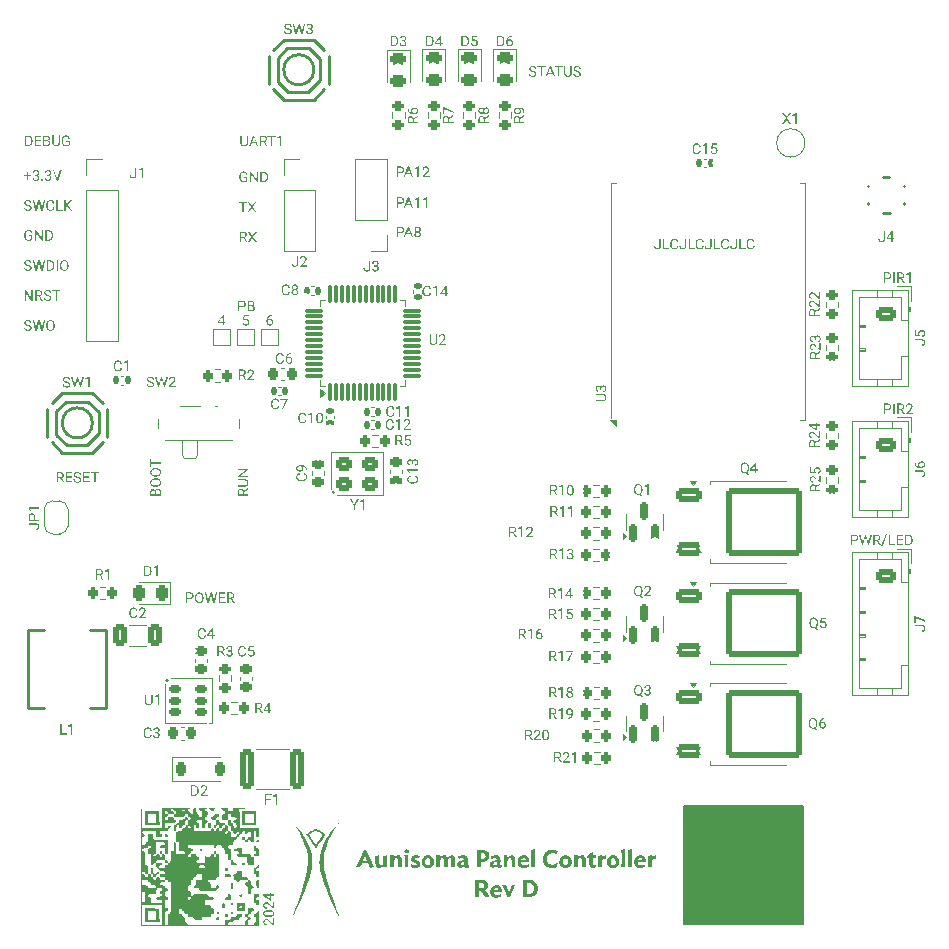
<source format=gbr>
%TF.GenerationSoftware,KiCad,Pcbnew,8.0.4*%
%TF.CreationDate,2024-08-31T15:47:31-07:00*%
%TF.ProjectId,aunisoma-panel-controller,61756e69-736f-46d6-912d-70616e656c2d,rev?*%
%TF.SameCoordinates,Original*%
%TF.FileFunction,Legend,Top*%
%TF.FilePolarity,Positive*%
%FSLAX46Y46*%
G04 Gerber Fmt 4.6, Leading zero omitted, Abs format (unit mm)*
G04 Created by KiCad (PCBNEW 8.0.4) date 2024-08-31 15:47:31*
%MOMM*%
%LPD*%
G01*
G04 APERTURE LIST*
G04 Aperture macros list*
%AMRoundRect*
0 Rectangle with rounded corners*
0 $1 Rounding radius*
0 $2 $3 $4 $5 $6 $7 $8 $9 X,Y pos of 4 corners*
0 Add a 4 corners polygon primitive as box body*
4,1,4,$2,$3,$4,$5,$6,$7,$8,$9,$2,$3,0*
0 Add four circle primitives for the rounded corners*
1,1,$1+$1,$2,$3*
1,1,$1+$1,$4,$5*
1,1,$1+$1,$6,$7*
1,1,$1+$1,$8,$9*
0 Add four rect primitives between the rounded corners*
20,1,$1+$1,$2,$3,$4,$5,0*
20,1,$1+$1,$4,$5,$6,$7,0*
20,1,$1+$1,$6,$7,$8,$9,0*
20,1,$1+$1,$8,$9,$2,$3,0*%
%AMFreePoly0*
4,1,19,0.500000,-0.750000,0.000000,-0.750000,0.000000,-0.744911,-0.071157,-0.744911,-0.207708,-0.704816,-0.327430,-0.627875,-0.420627,-0.520320,-0.479746,-0.390866,-0.500000,-0.250000,-0.500000,0.250000,-0.479746,0.390866,-0.420627,0.520320,-0.327430,0.627875,-0.207708,0.704816,-0.071157,0.744911,0.000000,0.744911,0.000000,0.750000,0.500000,0.750000,0.500000,-0.750000,0.500000,-0.750000,
$1*%
%AMFreePoly1*
4,1,19,0.000000,0.744911,0.071157,0.744911,0.207708,0.704816,0.327430,0.627875,0.420627,0.520320,0.479746,0.390866,0.500000,0.250000,0.500000,-0.250000,0.479746,-0.390866,0.420627,-0.520320,0.327430,-0.627875,0.207708,-0.704816,0.071157,-0.744911,0.000000,-0.744911,0.000000,-0.750000,-0.500000,-0.750000,-0.500000,0.750000,0.000000,0.750000,0.000000,0.744911,0.000000,0.744911,
$1*%
G04 Aperture macros list end*
%ADD10C,0.150000*%
%ADD11C,0.225000*%
%ADD12C,0.125000*%
%ADD13C,0.200000*%
%ADD14C,0.177800*%
%ADD15C,0.300000*%
%ADD16C,0.120000*%
%ADD17C,0.254000*%
%ADD18C,0.000000*%
%ADD19C,0.100000*%
%ADD20RoundRect,0.140000X-0.140000X-0.170000X0.140000X-0.170000X0.140000X0.170000X-0.140000X0.170000X0*%
%ADD21RoundRect,0.200000X-0.200000X-0.275000X0.200000X-0.275000X0.200000X0.275000X-0.200000X0.275000X0*%
%ADD22RoundRect,0.075000X0.075000X-0.662500X0.075000X0.662500X-0.075000X0.662500X-0.075000X-0.662500X0*%
%ADD23RoundRect,0.075000X0.662500X-0.075000X0.662500X0.075000X-0.662500X0.075000X-0.662500X-0.075000X0*%
%ADD24RoundRect,0.250000X-0.450000X-0.350000X0.450000X-0.350000X0.450000X0.350000X-0.450000X0.350000X0*%
%ADD25R,1.000000X1.000000*%
%ADD26C,0.800000*%
%ADD27C,6.400000*%
%ADD28RoundRect,0.140000X0.140000X0.170000X-0.140000X0.170000X-0.140000X-0.170000X0.140000X-0.170000X0*%
%ADD29C,2.000000*%
%ADD30RoundRect,0.200000X-0.275000X0.200000X-0.275000X-0.200000X0.275000X-0.200000X0.275000X0.200000X0*%
%ADD31RoundRect,0.225000X-0.250000X0.225000X-0.250000X-0.225000X0.250000X-0.225000X0.250000X0.225000X0*%
%ADD32RoundRect,0.250000X-0.625000X0.350000X-0.625000X-0.350000X0.625000X-0.350000X0.625000X0.350000X0*%
%ADD33O,1.750000X1.200000*%
%ADD34RoundRect,0.200000X0.200000X0.275000X-0.200000X0.275000X-0.200000X-0.275000X0.200000X-0.275000X0*%
%ADD35R,1.700000X1.700000*%
%ADD36O,1.700000X1.700000*%
%ADD37RoundRect,0.250000X-0.850000X-0.350000X0.850000X-0.350000X0.850000X0.350000X-0.850000X0.350000X0*%
%ADD38RoundRect,0.249997X-2.950003X-2.650003X2.950003X-2.650003X2.950003X2.650003X-2.950003X2.650003X0*%
%ADD39RoundRect,0.140000X-0.170000X0.140000X-0.170000X-0.140000X0.170000X-0.140000X0.170000X0.140000X0*%
%ADD40RoundRect,0.225000X0.225000X0.250000X-0.225000X0.250000X-0.225000X-0.250000X0.225000X-0.250000X0*%
%ADD41RoundRect,0.243750X-0.456250X0.243750X-0.456250X-0.243750X0.456250X-0.243750X0.456250X0.243750X0*%
%ADD42RoundRect,0.225000X-0.225000X-0.250000X0.225000X-0.250000X0.225000X0.250000X-0.225000X0.250000X0*%
%ADD43RoundRect,0.200000X0.275000X-0.200000X0.275000X0.200000X-0.275000X0.200000X-0.275000X-0.200000X0*%
%ADD44RoundRect,0.243750X0.243750X0.456250X-0.243750X0.456250X-0.243750X-0.456250X0.243750X-0.456250X0*%
%ADD45R,1.700000X1.000000*%
%ADD46RoundRect,0.150000X0.150000X-0.587500X0.150000X0.587500X-0.150000X0.587500X-0.150000X-0.587500X0*%
%ADD47RoundRect,0.250000X-0.325000X-0.650000X0.325000X-0.650000X0.325000X0.650000X-0.325000X0.650000X0*%
%ADD48R,0.700000X1.500000*%
%ADD49R,1.000000X0.800000*%
%ADD50C,0.900000*%
%ADD51RoundRect,0.140000X0.170000X-0.140000X0.170000X0.140000X-0.170000X0.140000X-0.170000X-0.140000X0*%
%ADD52RoundRect,0.250000X0.312500X1.450000X-0.312500X1.450000X-0.312500X-1.450000X0.312500X-1.450000X0*%
%ADD53RoundRect,0.225000X0.250000X-0.225000X0.250000X0.225000X-0.250000X0.225000X-0.250000X-0.225000X0*%
%ADD54FreePoly0,90.000000*%
%ADD55FreePoly1,90.000000*%
%ADD56R,1.000000X3.000000*%
%ADD57C,1.600000*%
%ADD58R,0.506000X1.012000*%
%ADD59R,0.556000X0.503000*%
%ADD60R,3.500000X2.350000*%
%ADD61RoundRect,0.225000X-0.225000X-0.375000X0.225000X-0.375000X0.225000X0.375000X-0.225000X0.375000X0*%
%ADD62RoundRect,0.162500X-0.367500X-0.162500X0.367500X-0.162500X0.367500X0.162500X-0.367500X0.162500X0*%
%ADD63C,0.500000*%
G04 APERTURE END LIST*
D10*
X57500000Y11826326D02*
X67500000Y11826326D01*
X67500000Y1826326D01*
X57500000Y1826326D01*
X57500000Y11826326D01*
G36*
X57500000Y11826326D02*
G01*
X67500000Y11826326D01*
X67500000Y1826326D01*
X57500000Y1826326D01*
X57500000Y11826326D01*
G37*
D11*
G36*
X20461287Y62914225D02*
G01*
X20179920Y62914225D01*
X20179920Y62119361D01*
X20066054Y62119361D01*
X20066054Y62914225D01*
X19771936Y62914225D01*
X19771936Y63006768D01*
X20461287Y63006768D01*
X20461287Y62914225D01*
G37*
G36*
X20891692Y62656817D02*
G01*
X21106455Y62998635D01*
X21245600Y62998635D01*
X20962474Y62559218D01*
X21252414Y62112326D01*
X21111950Y62112326D01*
X20891692Y62458101D01*
X20670335Y62112326D01*
X20530750Y62112326D01*
X20821130Y62559218D01*
X20537345Y62998635D01*
X20675830Y62998635D01*
X20891692Y62656817D01*
G37*
G36*
X1942983Y65254652D02*
G01*
X2196214Y65254652D01*
X2196214Y65142105D01*
X1942983Y65142105D01*
X1942983Y64860737D01*
X1829117Y64860737D01*
X1829117Y65142105D01*
X1577205Y65142105D01*
X1577205Y65254652D01*
X1829117Y65254652D01*
X1829117Y65507883D01*
X1942983Y65507883D01*
X1942983Y65254652D01*
G37*
G36*
X2490551Y65276853D02*
G01*
X2569246Y65276853D01*
X2614308Y65280470D01*
X2644644Y65288284D01*
X2683879Y65308261D01*
X2698279Y65320158D01*
X2725365Y65356393D01*
X2730593Y65368078D01*
X2740691Y65412591D01*
X2741364Y65428748D01*
X2737672Y65472626D01*
X2723493Y65515985D01*
X2703555Y65544373D01*
X2666520Y65570133D01*
X2620806Y65582256D01*
X2589030Y65584160D01*
X2543380Y65579173D01*
X2524623Y65573608D01*
X2486003Y65552465D01*
X2475163Y65543054D01*
X2448722Y65507043D01*
X2443290Y65495133D01*
X2432763Y65451280D01*
X2431859Y65432265D01*
X2317993Y65432265D01*
X2322244Y65478627D01*
X2334995Y65522090D01*
X2337337Y65527666D01*
X2359204Y65566783D01*
X2388123Y65600876D01*
X2392512Y65605042D01*
X2429036Y65633069D01*
X2468791Y65653650D01*
X2478021Y65657359D01*
X2520520Y65669884D01*
X2566575Y65676023D01*
X2589030Y65676703D01*
X2635832Y65674019D01*
X2679079Y65665965D01*
X2697840Y65660437D01*
X2740656Y65642012D01*
X2777193Y65616825D01*
X2781591Y65612956D01*
X2812640Y65577840D01*
X2834662Y65537831D01*
X2835886Y65534920D01*
X2849109Y65491006D01*
X2854758Y65444955D01*
X2855230Y65425890D01*
X2849283Y65382096D01*
X2846877Y65373574D01*
X2828592Y65331655D01*
X2821598Y65320158D01*
X2793951Y65285748D01*
X2778293Y65271138D01*
X2741096Y65245653D01*
X2714986Y65233329D01*
X2757898Y65215667D01*
X2789064Y65195960D01*
X2821711Y65165237D01*
X2836765Y65144742D01*
X2856260Y65104496D01*
X2861824Y65085172D01*
X2868707Y65040869D01*
X2869298Y65023842D01*
X2866269Y64978906D01*
X2856150Y64934482D01*
X2847756Y64912394D01*
X2825943Y64872682D01*
X2795569Y64836763D01*
X2788625Y64830402D01*
X2752933Y64804346D01*
X2712025Y64784264D01*
X2699378Y64779624D01*
X2656204Y64768380D01*
X2609910Y64762869D01*
X2587491Y64762258D01*
X2541428Y64764943D01*
X2497542Y64772997D01*
X2478021Y64778525D01*
X2435646Y64795703D01*
X2398151Y64818772D01*
X2388335Y64826445D01*
X2355797Y64859357D01*
X2330311Y64898741D01*
X2327445Y64904481D01*
X2312268Y64947589D01*
X2305786Y64992139D01*
X2305244Y65010433D01*
X2419110Y65010433D01*
X2424512Y64965285D01*
X2430540Y64946686D01*
X2453827Y64908273D01*
X2464173Y64897447D01*
X2502215Y64871975D01*
X2517149Y64865793D01*
X2561332Y64856100D01*
X2587271Y64854802D01*
X2632815Y64858752D01*
X2657173Y64864913D01*
X2697161Y64885013D01*
X2710150Y64895908D01*
X2736411Y64931466D01*
X2743782Y64948225D01*
X2753794Y64991553D01*
X2755432Y65021424D01*
X2750705Y65067069D01*
X2742023Y65093745D01*
X2717386Y65132419D01*
X2704654Y65144523D01*
X2666627Y65167248D01*
X2646182Y65174418D01*
X2602700Y65182677D01*
X2569466Y65184310D01*
X2490551Y65184310D01*
X2490551Y65276853D01*
G37*
G36*
X3040317Y64845350D02*
G01*
X3051781Y64888326D01*
X3057683Y64896347D01*
X3097578Y64916284D01*
X3110000Y64917010D01*
X3152905Y64905387D01*
X3162976Y64896347D01*
X3180561Y64854651D01*
X3181001Y64845350D01*
X3168169Y64802529D01*
X3162976Y64796110D01*
X3122511Y64777022D01*
X3110000Y64776326D01*
X3066197Y64788401D01*
X3057683Y64796110D01*
X3040588Y64838137D01*
X3040317Y64845350D01*
G37*
G36*
X3528974Y65276853D02*
G01*
X3607669Y65276853D01*
X3652731Y65280470D01*
X3683066Y65288284D01*
X3722302Y65308261D01*
X3736702Y65320158D01*
X3763788Y65356393D01*
X3769016Y65368078D01*
X3779113Y65412591D01*
X3779787Y65428748D01*
X3776094Y65472626D01*
X3761916Y65515985D01*
X3741978Y65544373D01*
X3704943Y65570133D01*
X3659229Y65582256D01*
X3627452Y65584160D01*
X3581803Y65579173D01*
X3563046Y65573608D01*
X3524426Y65552465D01*
X3513586Y65543054D01*
X3487145Y65507043D01*
X3481713Y65495133D01*
X3471186Y65451280D01*
X3470282Y65432265D01*
X3356416Y65432265D01*
X3360667Y65478627D01*
X3373418Y65522090D01*
X3375760Y65527666D01*
X3397627Y65566783D01*
X3426546Y65600876D01*
X3430935Y65605042D01*
X3467459Y65633069D01*
X3507214Y65653650D01*
X3516444Y65657359D01*
X3558943Y65669884D01*
X3604997Y65676023D01*
X3627452Y65676703D01*
X3674255Y65674019D01*
X3717502Y65665965D01*
X3736263Y65660437D01*
X3779079Y65642012D01*
X3815616Y65616825D01*
X3820013Y65612956D01*
X3851063Y65577840D01*
X3873084Y65537831D01*
X3874309Y65534920D01*
X3887532Y65491006D01*
X3893180Y65444955D01*
X3893653Y65425890D01*
X3887706Y65382096D01*
X3885300Y65373574D01*
X3867015Y65331655D01*
X3860020Y65320158D01*
X3832374Y65285748D01*
X3816716Y65271138D01*
X3779519Y65245653D01*
X3753408Y65233329D01*
X3796321Y65215667D01*
X3827487Y65195960D01*
X3860134Y65165237D01*
X3875188Y65144742D01*
X3894683Y65104496D01*
X3900247Y65085172D01*
X3907130Y65040869D01*
X3907721Y65023842D01*
X3904692Y64978906D01*
X3894573Y64934482D01*
X3886179Y64912394D01*
X3864366Y64872682D01*
X3833992Y64836763D01*
X3827048Y64830402D01*
X3791356Y64804346D01*
X3750448Y64784264D01*
X3737801Y64779624D01*
X3694627Y64768380D01*
X3648333Y64762869D01*
X3625914Y64762258D01*
X3579851Y64764943D01*
X3535965Y64772997D01*
X3516444Y64778525D01*
X3474069Y64795703D01*
X3436574Y64818772D01*
X3426758Y64826445D01*
X3394220Y64859357D01*
X3368734Y64898741D01*
X3365868Y64904481D01*
X3350691Y64947589D01*
X3344209Y64992139D01*
X3343667Y65010433D01*
X3457533Y65010433D01*
X3462935Y64965285D01*
X3468963Y64946686D01*
X3492250Y64908273D01*
X3502595Y64897447D01*
X3540638Y64871975D01*
X3555572Y64865793D01*
X3599755Y64856100D01*
X3625694Y64854802D01*
X3671238Y64858752D01*
X3695596Y64864913D01*
X3735584Y64885013D01*
X3748572Y64895908D01*
X3774834Y64931466D01*
X3782205Y64948225D01*
X3792217Y64991553D01*
X3793855Y65021424D01*
X3789128Y65067069D01*
X3780446Y65093745D01*
X3755809Y65132419D01*
X3743077Y65144523D01*
X3705050Y65167248D01*
X3684605Y65174418D01*
X3641123Y65182677D01*
X3607889Y65184310D01*
X3528974Y65184310D01*
X3528974Y65276853D01*
G37*
G36*
X4394839Y64933717D02*
G01*
X4650708Y65669669D01*
X4779961Y65669669D01*
X4447815Y64776326D01*
X4343182Y64776326D01*
X4011475Y65669669D01*
X4140069Y65669669D01*
X4394839Y64933717D01*
G37*
D12*
G36*
X12957755Y38705097D02*
G01*
X13002124Y38695185D01*
X13024062Y38686962D01*
X13063582Y38665131D01*
X13097127Y38636569D01*
X13105614Y38627172D01*
X13131352Y38590440D01*
X13150863Y38547566D01*
X13155293Y38534188D01*
X13166110Y38488042D01*
X13171200Y38441839D01*
X13172000Y38413288D01*
X13172000Y38101805D01*
X12285691Y38101805D01*
X12285691Y38390867D01*
X12285706Y38391306D01*
X12378235Y38391306D01*
X12378235Y38215671D01*
X12657404Y38215671D01*
X12657404Y38395043D01*
X12655362Y38419443D01*
X12749948Y38419443D01*
X12749948Y38215671D01*
X13079456Y38215671D01*
X13079456Y38413948D01*
X13075770Y38459288D01*
X13067806Y38490225D01*
X13047319Y38531283D01*
X13035053Y38546718D01*
X12999948Y38574219D01*
X12983615Y38581889D01*
X12940482Y38592744D01*
X12915471Y38594199D01*
X12870958Y38590335D01*
X12846888Y38584307D01*
X12807532Y38564069D01*
X12794791Y38552873D01*
X12769136Y38515887D01*
X12761818Y38498138D01*
X12751907Y38454382D01*
X12749948Y38419443D01*
X12655362Y38419443D01*
X12653626Y38440192D01*
X12647732Y38464726D01*
X12629513Y38505459D01*
X12620035Y38518801D01*
X12586907Y38547872D01*
X12575852Y38553752D01*
X12532575Y38565293D01*
X12516501Y38566062D01*
X12471331Y38560945D01*
X12430071Y38541703D01*
X12411207Y38522758D01*
X12389859Y38480172D01*
X12380295Y38432577D01*
X12378235Y38391306D01*
X12285706Y38391306D01*
X12287276Y38435975D01*
X12292618Y38481215D01*
X12299100Y38512426D01*
X12313736Y38556094D01*
X12335861Y38596064D01*
X12341085Y38603211D01*
X12373289Y38636129D01*
X12413186Y38660144D01*
X12458011Y38674345D01*
X12503033Y38679619D01*
X12518039Y38679928D01*
X12561924Y38675075D01*
X12605070Y38658864D01*
X12626410Y38645417D01*
X12661075Y38613419D01*
X12686763Y38576541D01*
X12698950Y38551774D01*
X12714967Y38593205D01*
X12729944Y38618159D01*
X12759995Y38652460D01*
X12778304Y38667179D01*
X12817592Y38689169D01*
X12840513Y38697514D01*
X12884855Y38706581D01*
X12912614Y38708065D01*
X12957755Y38705097D01*
G37*
G36*
X12806318Y39575194D02*
G01*
X12852548Y39570413D01*
X12896113Y39562445D01*
X12937013Y39551289D01*
X12979666Y39535276D01*
X13022694Y39513569D01*
X13061128Y39487741D01*
X13071762Y39479188D01*
X13103967Y39448130D01*
X13131062Y39413208D01*
X13153048Y39374422D01*
X13156832Y39366202D01*
X13172249Y39323230D01*
X13181957Y39277295D01*
X13185811Y39233422D01*
X13186068Y39218264D01*
X13183213Y39170050D01*
X13174648Y39124326D01*
X13160372Y39081092D01*
X13156832Y39072744D01*
X13135868Y39033172D01*
X13109794Y38997164D01*
X13078612Y38964719D01*
X13071762Y38958658D01*
X13034706Y38930811D01*
X12993057Y38907172D01*
X12951644Y38889495D01*
X12937013Y38884359D01*
X12890814Y38871608D01*
X12846915Y38863777D01*
X12800351Y38859243D01*
X12757422Y38857981D01*
X12701368Y38857981D01*
X12652733Y38859630D01*
X12606626Y38864576D01*
X12563047Y38872819D01*
X12521996Y38884359D01*
X12479024Y38900849D01*
X12435765Y38923045D01*
X12397228Y38949321D01*
X12386588Y38957999D01*
X12354268Y38989404D01*
X12327099Y39024545D01*
X12305083Y39063421D01*
X12301298Y39071645D01*
X12285649Y39114381D01*
X12275796Y39159606D01*
X12271739Y39207323D01*
X12271623Y39217165D01*
X12364166Y39217165D01*
X12368374Y39170438D01*
X12380996Y39127582D01*
X12386148Y39116048D01*
X12411090Y39076494D01*
X12442562Y39044805D01*
X12450335Y39038672D01*
X12488143Y39015133D01*
X12528968Y38997590D01*
X12555408Y38989213D01*
X12600510Y38979326D01*
X12645298Y38973899D01*
X12693692Y38971864D01*
X12698730Y38971847D01*
X12757422Y38971847D01*
X12801995Y38973238D01*
X12847891Y38978047D01*
X12893963Y38987303D01*
X12901842Y38989433D01*
X12945913Y39004827D01*
X12987446Y39026108D01*
X13007136Y39039551D01*
X13040495Y39070350D01*
X13067459Y39108951D01*
X13071762Y39117367D01*
X13086639Y39159075D01*
X13093184Y39204570D01*
X13093524Y39218264D01*
X13089933Y39263632D01*
X13078032Y39307702D01*
X13071762Y39322238D01*
X13046614Y39361805D01*
X13014950Y39393157D01*
X13007136Y39399174D01*
X12969079Y39422175D01*
X12928219Y39438898D01*
X12901842Y39446655D01*
X12856611Y39455916D01*
X12811480Y39461000D01*
X12762527Y39462906D01*
X12757422Y39462922D01*
X12698730Y39462922D01*
X12654688Y39461618D01*
X12609179Y39457110D01*
X12563284Y39448432D01*
X12555408Y39446435D01*
X12511266Y39431907D01*
X12469864Y39411284D01*
X12450335Y39398075D01*
X12417168Y39367685D01*
X12390410Y39329148D01*
X12386148Y39320699D01*
X12371121Y39278378D01*
X12364510Y39231429D01*
X12364166Y39217165D01*
X12271623Y39217165D01*
X12273970Y39261856D01*
X12282084Y39308739D01*
X12295995Y39352702D01*
X12301298Y39365322D01*
X12322284Y39405018D01*
X12348422Y39440851D01*
X12379712Y39472819D01*
X12386588Y39478749D01*
X12423708Y39506046D01*
X12465551Y39529135D01*
X12507247Y39546318D01*
X12521996Y39551289D01*
X12568356Y39563615D01*
X12612251Y39571185D01*
X12658674Y39575568D01*
X12701368Y39576788D01*
X12757422Y39576788D01*
X12806318Y39575194D01*
G37*
G36*
X12806318Y40441279D02*
G01*
X12852548Y40436498D01*
X12896113Y40428530D01*
X12937013Y40417374D01*
X12979666Y40401362D01*
X13022694Y40379654D01*
X13061128Y40353826D01*
X13071762Y40345273D01*
X13103967Y40314216D01*
X13131062Y40279294D01*
X13153048Y40240508D01*
X13156832Y40232287D01*
X13172249Y40189315D01*
X13181957Y40143380D01*
X13185811Y40099507D01*
X13186068Y40084349D01*
X13183213Y40036135D01*
X13174648Y39990411D01*
X13160372Y39947177D01*
X13156832Y39938829D01*
X13135868Y39899257D01*
X13109794Y39863249D01*
X13078612Y39830804D01*
X13071762Y39824743D01*
X13034706Y39796897D01*
X12993057Y39773257D01*
X12951644Y39755580D01*
X12937013Y39750444D01*
X12890814Y39737693D01*
X12846915Y39729862D01*
X12800351Y39725328D01*
X12757422Y39724066D01*
X12701368Y39724066D01*
X12652733Y39725715D01*
X12606626Y39730661D01*
X12563047Y39738904D01*
X12521996Y39750444D01*
X12479024Y39766934D01*
X12435765Y39789131D01*
X12397228Y39815406D01*
X12386588Y39824084D01*
X12354268Y39855489D01*
X12327099Y39890630D01*
X12305083Y39929506D01*
X12301298Y39937730D01*
X12285649Y39980466D01*
X12275796Y40025692D01*
X12271739Y40073408D01*
X12271623Y40083250D01*
X12364166Y40083250D01*
X12368374Y40036523D01*
X12380996Y39993667D01*
X12386148Y39982133D01*
X12411090Y39942579D01*
X12442562Y39910891D01*
X12450335Y39904757D01*
X12488143Y39881218D01*
X12528968Y39863675D01*
X12555408Y39855298D01*
X12600510Y39845411D01*
X12645298Y39839984D01*
X12693692Y39837949D01*
X12698730Y39837932D01*
X12757422Y39837932D01*
X12801995Y39839323D01*
X12847891Y39844132D01*
X12893963Y39853388D01*
X12901842Y39855518D01*
X12945913Y39870912D01*
X12987446Y39892193D01*
X13007136Y39905636D01*
X13040495Y39936435D01*
X13067459Y39975036D01*
X13071762Y39983452D01*
X13086639Y40025160D01*
X13093184Y40070655D01*
X13093524Y40084349D01*
X13089933Y40129717D01*
X13078032Y40173787D01*
X13071762Y40188323D01*
X13046614Y40227890D01*
X13014950Y40259242D01*
X13007136Y40265260D01*
X12969079Y40288260D01*
X12928219Y40304984D01*
X12901842Y40312740D01*
X12856611Y40322001D01*
X12811480Y40327085D01*
X12762527Y40328991D01*
X12757422Y40329007D01*
X12698730Y40329007D01*
X12654688Y40327703D01*
X12609179Y40323195D01*
X12563284Y40314517D01*
X12555408Y40312520D01*
X12511266Y40297992D01*
X12469864Y40277369D01*
X12450335Y40264160D01*
X12417168Y40233770D01*
X12390410Y40195234D01*
X12386148Y40186784D01*
X12371121Y40144463D01*
X12364510Y40097514D01*
X12364166Y40083250D01*
X12271623Y40083250D01*
X12273970Y40127941D01*
X12282084Y40174824D01*
X12295995Y40218788D01*
X12301298Y40231407D01*
X12322284Y40271104D01*
X12348422Y40306936D01*
X12379712Y40338904D01*
X12386588Y40344834D01*
X12423708Y40372131D01*
X12465551Y40395220D01*
X12507247Y40412404D01*
X12521996Y40417374D01*
X12568356Y40429700D01*
X12612251Y40437270D01*
X12658674Y40441653D01*
X12701368Y40442873D01*
X12757422Y40442873D01*
X12806318Y40441279D01*
G37*
G36*
X12370101Y41220591D02*
G01*
X12370101Y40939223D01*
X13164965Y40939223D01*
X13164965Y40825357D01*
X12370101Y40825357D01*
X12370101Y40531240D01*
X12277558Y40531240D01*
X12277558Y41220591D01*
X12370101Y41220591D01*
G37*
G36*
X20561228Y38624314D02*
G01*
X20206221Y38428895D01*
X20206221Y38215671D01*
X20564965Y38215671D01*
X20564965Y38101805D01*
X19677558Y38101805D01*
X19677558Y38395922D01*
X19770101Y38395922D01*
X19770101Y38215671D01*
X20113678Y38215671D01*
X20113678Y38399659D01*
X20110326Y38445217D01*
X20100269Y38484729D01*
X20079901Y38525722D01*
X20064219Y38545619D01*
X20029243Y38573350D01*
X20010803Y38582109D01*
X19966202Y38593018D01*
X19944418Y38594199D01*
X19900327Y38590169D01*
X19873196Y38582768D01*
X19833431Y38560921D01*
X19818242Y38546938D01*
X19792492Y38509328D01*
X19782631Y38485169D01*
X19772854Y38441370D01*
X19770101Y38395922D01*
X19677558Y38395922D01*
X19677558Y38396142D01*
X19679227Y38441427D01*
X19685636Y38491278D01*
X19696852Y38536229D01*
X19716012Y38582480D01*
X19741715Y38622061D01*
X19745921Y38627172D01*
X19778818Y38658692D01*
X19817689Y38682470D01*
X19862534Y38698506D01*
X19913354Y38706801D01*
X19945077Y38708065D01*
X19990023Y38704570D01*
X20036047Y38692488D01*
X20077950Y38671777D01*
X20089718Y38663881D01*
X20125180Y38633012D01*
X20154633Y38595360D01*
X20176001Y38555673D01*
X20182041Y38541223D01*
X20561228Y38747632D01*
X20561228Y38624314D01*
G37*
G36*
X19678657Y39510403D02*
G01*
X20284916Y39510403D01*
X20330310Y39507827D01*
X20375928Y39499042D01*
X20417027Y39484024D01*
X20456739Y39461675D01*
X20491134Y39434194D01*
X20511110Y39413023D01*
X20538425Y39374409D01*
X20558229Y39334578D01*
X20567383Y39309488D01*
X20578769Y39264439D01*
X20584900Y39217659D01*
X20586068Y39185511D01*
X20583860Y39139852D01*
X20577237Y39096271D01*
X20567383Y39058456D01*
X20550608Y39016467D01*
X20526575Y38975932D01*
X20511110Y38956240D01*
X20477449Y38924209D01*
X20437548Y38898127D01*
X20417027Y38888096D01*
X20371968Y38872960D01*
X20325939Y38865222D01*
X20284916Y38863257D01*
X19678657Y38863257D01*
X19678657Y38977123D01*
X20287774Y38977123D01*
X20333984Y38980455D01*
X20378999Y38992290D01*
X20418242Y39013426D01*
X20443186Y39035155D01*
X20469000Y39071659D01*
X20481214Y39101100D01*
X20490819Y39144330D01*
X20493524Y39186390D01*
X20490447Y39231673D01*
X20481214Y39272559D01*
X20463123Y39312714D01*
X20443186Y39338944D01*
X20408150Y39367156D01*
X20378999Y39381369D01*
X20333984Y39393204D01*
X20287774Y39396537D01*
X19678657Y39396537D01*
X19678657Y39510403D01*
G37*
G36*
X20572000Y40383522D02*
G01*
X20572000Y40268337D01*
X19889023Y39808037D01*
X20572000Y39808037D01*
X20572000Y39694171D01*
X19685691Y39694171D01*
X19685691Y39808037D01*
X20371745Y40269656D01*
X19685691Y40269656D01*
X19685691Y40383522D01*
X20572000Y40383522D01*
G37*
D11*
G36*
X4678875Y40114099D02*
G01*
X4728726Y40107690D01*
X4773677Y40096474D01*
X4819928Y40077314D01*
X4859509Y40051611D01*
X4864620Y40047405D01*
X4896140Y40014508D01*
X4919918Y39975637D01*
X4935954Y39930792D01*
X4944249Y39879972D01*
X4945513Y39848249D01*
X4942018Y39803303D01*
X4929936Y39757279D01*
X4909225Y39715376D01*
X4901329Y39703608D01*
X4870460Y39668146D01*
X4832808Y39638693D01*
X4793121Y39617325D01*
X4778671Y39611285D01*
X4985080Y39232098D01*
X4861762Y39232098D01*
X4666343Y39587105D01*
X4453119Y39587105D01*
X4453119Y39228361D01*
X4339253Y39228361D01*
X4339253Y39679648D01*
X4453119Y39679648D01*
X4637107Y39679648D01*
X4682665Y39683000D01*
X4722177Y39693057D01*
X4763170Y39713425D01*
X4783067Y39729107D01*
X4810798Y39764083D01*
X4819557Y39782523D01*
X4830466Y39827124D01*
X4831647Y39848908D01*
X4827617Y39892999D01*
X4820216Y39920130D01*
X4798369Y39959895D01*
X4784386Y39975084D01*
X4746776Y40000834D01*
X4722617Y40010695D01*
X4678818Y40020472D01*
X4633370Y40023225D01*
X4453119Y40023225D01*
X4453119Y39679648D01*
X4339253Y39679648D01*
X4339253Y40115768D01*
X4633590Y40115768D01*
X4678875Y40114099D01*
G37*
G36*
X5621235Y39635245D02*
G01*
X5228639Y39635245D01*
X5228639Y39313870D01*
X5684543Y39313870D01*
X5684543Y39221326D01*
X5114773Y39221326D01*
X5114773Y40107635D01*
X5677509Y40107635D01*
X5677509Y40015091D01*
X5228639Y40015091D01*
X5228639Y39727788D01*
X5621235Y39727788D01*
X5621235Y39635245D01*
G37*
G36*
X6307509Y39441585D02*
G01*
X6301605Y39485929D01*
X6297837Y39496759D01*
X6272609Y39533149D01*
X6263985Y39540723D01*
X6226873Y39564697D01*
X6198259Y39578092D01*
X6154637Y39594723D01*
X6112716Y39608237D01*
X6093405Y39613922D01*
X6049095Y39627668D01*
X6007746Y39642608D01*
X5972725Y39657227D01*
X5931579Y39678213D01*
X5893111Y39703409D01*
X5880841Y39713061D01*
X5849101Y39744668D01*
X5823870Y39782642D01*
X5822589Y39785161D01*
X5807421Y39828685D01*
X5802385Y39874680D01*
X5802366Y39877925D01*
X5806489Y39922187D01*
X5820058Y39966250D01*
X5823908Y39974645D01*
X5848270Y40013761D01*
X5880554Y40047855D01*
X5885457Y40052021D01*
X5923492Y40078053D01*
X5964236Y40097177D01*
X5981298Y40103239D01*
X6025100Y40114491D01*
X6072426Y40120549D01*
X6105935Y40121703D01*
X6151449Y40119514D01*
X6197794Y40112047D01*
X6240244Y40099282D01*
X6281903Y40080426D01*
X6320964Y40055393D01*
X6339382Y40039931D01*
X6370878Y40005388D01*
X6394969Y39966384D01*
X6400492Y39954421D01*
X6414767Y39911409D01*
X6421048Y39867387D01*
X6421375Y39854624D01*
X6307509Y39854624D01*
X6302700Y39899463D01*
X6295199Y39924306D01*
X6273651Y39962836D01*
X6257830Y39979920D01*
X6221422Y40005011D01*
X6194962Y40016190D01*
X6150991Y40026310D01*
X6105495Y40029160D01*
X6060213Y40026412D01*
X6021085Y40018169D01*
X5979454Y40000051D01*
X5961954Y39987614D01*
X5932926Y39953096D01*
X5927442Y39941892D01*
X5916768Y39897799D01*
X5916232Y39884299D01*
X5924682Y39840047D01*
X5928102Y39832642D01*
X5956455Y39797100D01*
X5965471Y39789557D01*
X6002737Y39766219D01*
X6030537Y39753287D01*
X6074446Y39737131D01*
X6119268Y39723535D01*
X6126158Y39721634D01*
X6171930Y39707603D01*
X6213622Y39692714D01*
X6254773Y39675344D01*
X6258269Y39673713D01*
X6297229Y39653239D01*
X6335727Y39626774D01*
X6349934Y39614582D01*
X6379831Y39581725D01*
X6402672Y39542845D01*
X6403789Y39540283D01*
X6416978Y39496429D01*
X6421357Y39450325D01*
X6421375Y39447080D01*
X6417167Y39401057D01*
X6403321Y39356321D01*
X6399393Y39347942D01*
X6374631Y39309321D01*
X6341562Y39276303D01*
X6336525Y39272324D01*
X6297786Y39247747D01*
X6256163Y39229822D01*
X6238705Y39224184D01*
X6193986Y39213870D01*
X6149735Y39208597D01*
X6111211Y39207258D01*
X6065144Y39209692D01*
X6029218Y39214952D01*
X5984087Y39225794D01*
X5950523Y39237593D01*
X5909974Y39256952D01*
X5880841Y39275182D01*
X5845597Y39304548D01*
X5824787Y39327499D01*
X5800238Y39365479D01*
X5787638Y39394324D01*
X5776795Y39438412D01*
X5774229Y39475876D01*
X5888095Y39475876D01*
X5893244Y39430209D01*
X5906340Y39396302D01*
X5934229Y39359551D01*
X5955579Y39341787D01*
X5995640Y39320158D01*
X6026800Y39309913D01*
X6070830Y39302024D01*
X6111430Y39299802D01*
X6156040Y39302179D01*
X6199624Y39310534D01*
X6243401Y39328917D01*
X6256731Y39337830D01*
X6287673Y39370350D01*
X6305079Y39414230D01*
X6307509Y39441585D01*
G37*
G36*
X7084347Y39635245D02*
G01*
X6691751Y39635245D01*
X6691751Y39313870D01*
X7147655Y39313870D01*
X7147655Y39221326D01*
X6577885Y39221326D01*
X6577885Y40107635D01*
X7140621Y40107635D01*
X7140621Y40015091D01*
X6691751Y40015091D01*
X6691751Y39727788D01*
X7084347Y39727788D01*
X7084347Y39635245D01*
G37*
G36*
X7924934Y40023225D02*
G01*
X7643566Y40023225D01*
X7643566Y39228361D01*
X7529700Y39228361D01*
X7529700Y40023225D01*
X7235583Y40023225D01*
X7235583Y40115768D01*
X7924934Y40115768D01*
X7924934Y40023225D01*
G37*
G36*
X20503492Y64764874D02*
G01*
X20473223Y64730517D01*
X20467662Y64725086D01*
X20431697Y64697371D01*
X20407871Y64683761D01*
X20366491Y64666120D01*
X20323340Y64653119D01*
X20316647Y64651447D01*
X20273164Y64643410D01*
X20227873Y64639301D01*
X20186954Y64638258D01*
X20142106Y64640519D01*
X20094682Y64648332D01*
X20049791Y64661728D01*
X20036818Y64666835D01*
X19995937Y64687301D01*
X19958748Y64712704D01*
X19925251Y64743045D01*
X19918995Y64749706D01*
X19890208Y64786002D01*
X19865672Y64827020D01*
X19847223Y64867975D01*
X19841839Y64882477D01*
X19828450Y64928305D01*
X19820227Y64971874D01*
X19815467Y65018108D01*
X19814141Y65060749D01*
X19814141Y65130432D01*
X19815625Y65178888D01*
X19820077Y65224679D01*
X19828631Y65273008D01*
X19837882Y65308265D01*
X19852975Y65350388D01*
X19873823Y65392746D01*
X19898965Y65430425D01*
X19907345Y65440816D01*
X19937982Y65472354D01*
X19976443Y65501196D01*
X20015736Y65522096D01*
X20019892Y65523907D01*
X20063705Y65539093D01*
X20111340Y65548654D01*
X20157478Y65552450D01*
X20173545Y65552703D01*
X20219741Y65550728D01*
X20266193Y65543994D01*
X20308074Y65532480D01*
X20348991Y65515087D01*
X20387806Y65491221D01*
X20406333Y65476206D01*
X20438568Y65442246D01*
X20464492Y65403069D01*
X20470739Y65390917D01*
X20487810Y65349386D01*
X20499729Y65304808D01*
X20503492Y65283206D01*
X20388967Y65283206D01*
X20377358Y65326723D01*
X20367425Y65351350D01*
X20343361Y65390258D01*
X20326978Y65407843D01*
X20290382Y65434118D01*
X20263890Y65446091D01*
X20219905Y65457069D01*
X20173984Y65460160D01*
X20128482Y65456945D01*
X20084769Y65446206D01*
X20063636Y65437299D01*
X20026315Y65413508D01*
X19995138Y65382145D01*
X19987358Y65371793D01*
X19963953Y65331070D01*
X19947494Y65287154D01*
X19942515Y65268698D01*
X19934256Y65225294D01*
X19929424Y65178202D01*
X19928007Y65132190D01*
X19928007Y65060749D01*
X19929832Y65013630D01*
X19935306Y64969817D01*
X19945542Y64925440D01*
X19946692Y64921604D01*
X19963003Y64878369D01*
X19985488Y64837391D01*
X19999668Y64817850D01*
X20032090Y64784557D01*
X20069729Y64758921D01*
X20081441Y64753003D01*
X20125349Y64737826D01*
X20169662Y64731344D01*
X20187613Y64730802D01*
X20232621Y64732450D01*
X20270485Y64737396D01*
X20314101Y64748466D01*
X20328077Y64753663D01*
X20365666Y64775205D01*
X20389626Y64797187D01*
X20389626Y65004036D01*
X20178820Y65004036D01*
X20178820Y65096580D01*
X20503492Y65096580D01*
X20503492Y64764874D01*
G37*
G36*
X21389801Y64652326D02*
G01*
X21274616Y64652326D01*
X20814316Y65335303D01*
X20814316Y64652326D01*
X20700450Y64652326D01*
X20700450Y65538635D01*
X20814316Y65538635D01*
X21275935Y64852581D01*
X21275935Y65538635D01*
X21389801Y65538635D01*
X21389801Y64652326D01*
G37*
G36*
X21899215Y65536322D02*
G01*
X21945166Y65529385D01*
X21988612Y65517822D01*
X22011668Y65509399D01*
X22055103Y65488795D01*
X22094460Y65463254D01*
X22129739Y65432776D01*
X22136305Y65426088D01*
X22166453Y65389899D01*
X22192049Y65349203D01*
X22211195Y65308722D01*
X22216758Y65294417D01*
X22230572Y65249521D01*
X22239865Y65201634D01*
X22244330Y65156558D01*
X22245335Y65121199D01*
X22245335Y65068663D01*
X22243549Y65021704D01*
X22238191Y64977108D01*
X22227893Y64929763D01*
X22216758Y64895006D01*
X22198789Y64853449D01*
X22174377Y64811597D01*
X22145285Y64774297D01*
X22135645Y64763994D01*
X22100599Y64732760D01*
X22061130Y64706378D01*
X22017239Y64684847D01*
X22007931Y64681123D01*
X21964376Y64667203D01*
X21918039Y64657838D01*
X21868919Y64653030D01*
X21840429Y64652326D01*
X21598189Y64652326D01*
X21598189Y64744870D01*
X21712055Y64744870D01*
X21838451Y64744870D01*
X21886119Y64747597D01*
X21929683Y64755779D01*
X21965726Y64767951D01*
X22007507Y64789897D01*
X22043194Y64818228D01*
X22057610Y64833457D01*
X22084568Y64870721D01*
X22105431Y64913571D01*
X22113004Y64935233D01*
X22124256Y64981920D01*
X22130008Y65028247D01*
X22131469Y65068663D01*
X22131469Y65123398D01*
X22129623Y65169809D01*
X22123327Y65216993D01*
X22112564Y65260125D01*
X22096078Y65302402D01*
X22072636Y65342412D01*
X22057610Y65361461D01*
X22025598Y65391916D01*
X21988144Y65415768D01*
X21969023Y65424549D01*
X21923976Y65438497D01*
X21877886Y65445061D01*
X21849002Y65446091D01*
X21712055Y65446091D01*
X21712055Y64744870D01*
X21598189Y64744870D01*
X21598189Y65538635D01*
X21850760Y65538635D01*
X21899215Y65536322D01*
G37*
G36*
X71950591Y34813793D02*
G01*
X71997331Y34807059D01*
X72039811Y34795545D01*
X72081172Y34778090D01*
X72119979Y34754018D01*
X72138290Y34738832D01*
X72169594Y34704337D01*
X72193492Y34664708D01*
X72198960Y34652443D01*
X72212339Y34610340D01*
X72218897Y34565118D01*
X72219623Y34543193D01*
X72216686Y34496969D01*
X72206877Y34451219D01*
X72198740Y34428448D01*
X72176765Y34387323D01*
X72147385Y34352425D01*
X72137631Y34343598D01*
X72098772Y34316664D01*
X72056133Y34297155D01*
X72038053Y34291061D01*
X71995244Y34280799D01*
X71948124Y34274796D01*
X71901546Y34273036D01*
X71686343Y34273036D01*
X71686343Y33921326D01*
X71572477Y33921326D01*
X71572477Y34365580D01*
X71686343Y34365580D01*
X71904623Y34365580D01*
X71951210Y34368478D01*
X71996068Y34378769D01*
X72036528Y34397996D01*
X72058496Y34415259D01*
X72085916Y34451652D01*
X72094326Y34470873D01*
X72104150Y34513841D01*
X72105757Y34542094D01*
X72100834Y34587215D01*
X72094326Y34610018D01*
X72073738Y34649887D01*
X72058496Y34668050D01*
X72022776Y34695424D01*
X71996068Y34708057D01*
X71951210Y34719892D01*
X71904623Y34723225D01*
X71686343Y34723225D01*
X71686343Y34365580D01*
X71572477Y34365580D01*
X71572477Y34815768D01*
X71904403Y34815768D01*
X71950591Y34813793D01*
G37*
G36*
X72566057Y34203134D02*
G01*
X72583203Y34085091D01*
X72608482Y34191484D01*
X72785656Y34814669D01*
X72885234Y34814669D01*
X73058231Y34191484D01*
X73082851Y34083333D01*
X73101975Y34203574D01*
X73240900Y34814669D01*
X73359602Y34814669D01*
X73142421Y33921326D01*
X73034930Y33921326D01*
X72850283Y34572429D01*
X72836214Y34640353D01*
X72821926Y34572429D01*
X72630684Y33921326D01*
X72522973Y33921326D01*
X72306451Y34814669D01*
X72424494Y34814669D01*
X72566057Y34203134D01*
G37*
G36*
X73824521Y34814099D02*
G01*
X73874371Y34807690D01*
X73919323Y34796474D01*
X73965573Y34777314D01*
X74005155Y34751611D01*
X74010265Y34747405D01*
X74041785Y34714508D01*
X74065563Y34675637D01*
X74081600Y34630792D01*
X74089894Y34579972D01*
X74091158Y34548249D01*
X74087663Y34503303D01*
X74075582Y34457279D01*
X74054871Y34415376D01*
X74046975Y34403608D01*
X74016106Y34368146D01*
X73978453Y34338693D01*
X73938766Y34317325D01*
X73924316Y34311285D01*
X74130726Y33932098D01*
X74007407Y33932098D01*
X73811989Y34287105D01*
X73598765Y34287105D01*
X73598765Y33928361D01*
X73484899Y33928361D01*
X73484899Y34379648D01*
X73598765Y34379648D01*
X73782753Y34379648D01*
X73828310Y34383000D01*
X73867823Y34393057D01*
X73908815Y34413425D01*
X73928712Y34429107D01*
X73956444Y34464083D01*
X73965202Y34482523D01*
X73976112Y34527124D01*
X73977292Y34548908D01*
X73973263Y34592999D01*
X73965862Y34620130D01*
X73944015Y34659895D01*
X73930031Y34675084D01*
X73892421Y34700834D01*
X73868262Y34710695D01*
X73824463Y34720472D01*
X73779016Y34723225D01*
X73598765Y34723225D01*
X73598765Y34379648D01*
X73484899Y34379648D01*
X73484899Y34815768D01*
X73779236Y34815768D01*
X73824521Y34814099D01*
G37*
G36*
X74270750Y33850985D02*
G01*
X74172931Y33850985D01*
X74547062Y34821703D01*
X74644222Y34821703D01*
X74270750Y33850985D01*
G37*
G36*
X74893056Y34013870D02*
G01*
X75320823Y34013870D01*
X75320823Y33921326D01*
X74779190Y33921326D01*
X74779190Y34814669D01*
X74893056Y34814669D01*
X74893056Y34013870D01*
G37*
G36*
X75963573Y34335245D02*
G01*
X75570977Y34335245D01*
X75570977Y34013870D01*
X76026881Y34013870D01*
X76026881Y33921326D01*
X75457111Y33921326D01*
X75457111Y34807635D01*
X76019846Y34807635D01*
X76019846Y34715091D01*
X75570977Y34715091D01*
X75570977Y34427788D01*
X75963573Y34427788D01*
X75963573Y34335245D01*
G37*
G36*
X76473866Y34805322D02*
G01*
X76519817Y34798385D01*
X76563264Y34786822D01*
X76586319Y34778399D01*
X76629754Y34757795D01*
X76669111Y34732254D01*
X76704390Y34701776D01*
X76710956Y34695088D01*
X76741104Y34658899D01*
X76766701Y34618203D01*
X76785847Y34577722D01*
X76791410Y34563417D01*
X76805223Y34518521D01*
X76814516Y34470634D01*
X76818981Y34425558D01*
X76819986Y34390199D01*
X76819986Y34337663D01*
X76818200Y34290704D01*
X76812842Y34246108D01*
X76802544Y34198763D01*
X76791410Y34164006D01*
X76773440Y34122449D01*
X76749028Y34080597D01*
X76719937Y34043297D01*
X76710296Y34032994D01*
X76675250Y34001760D01*
X76635781Y33975378D01*
X76591891Y33953847D01*
X76582582Y33950123D01*
X76539027Y33936203D01*
X76492690Y33926838D01*
X76443571Y33922030D01*
X76415080Y33921326D01*
X76172840Y33921326D01*
X76172840Y34013870D01*
X76286706Y34013870D01*
X76413102Y34013870D01*
X76460770Y34016597D01*
X76504334Y34024779D01*
X76540377Y34036951D01*
X76582159Y34058897D01*
X76617846Y34087228D01*
X76632261Y34102457D01*
X76659219Y34139721D01*
X76680082Y34182571D01*
X76687655Y34204233D01*
X76698907Y34250920D01*
X76704659Y34297247D01*
X76706120Y34337663D01*
X76706120Y34392398D01*
X76704274Y34438809D01*
X76697978Y34485993D01*
X76687216Y34529125D01*
X76670729Y34571402D01*
X76647288Y34611412D01*
X76632261Y34630461D01*
X76600249Y34660916D01*
X76562796Y34684768D01*
X76543674Y34693549D01*
X76498627Y34707497D01*
X76452537Y34714061D01*
X76423653Y34715091D01*
X76286706Y34715091D01*
X76286706Y34013870D01*
X76172840Y34013870D01*
X76172840Y34807635D01*
X76425412Y34807635D01*
X76473866Y34805322D01*
G37*
D13*
G36*
X22550330Y53315291D02*
G01*
X22539779Y53315291D01*
X22491582Y53312930D01*
X22448107Y53305846D01*
X22405740Y53292599D01*
X22402172Y53291111D01*
X22362481Y53270720D01*
X22325901Y53243536D01*
X22308969Y53226704D01*
X22280406Y53189276D01*
X22258576Y53147388D01*
X22253575Y53134600D01*
X22240537Y53091834D01*
X22232142Y53047833D01*
X22229834Y53027109D01*
X22264504Y53059128D01*
X22303886Y53082479D01*
X22316003Y53087559D01*
X22360560Y53100482D01*
X22404572Y53106002D01*
X22422176Y53106464D01*
X22466134Y53103451D01*
X22512191Y53092121D01*
X22537361Y53080965D01*
X22576244Y53055582D01*
X22608647Y53024056D01*
X22616715Y53013920D01*
X22640956Y52975530D01*
X22659054Y52932680D01*
X22663097Y52919618D01*
X22672917Y52876354D01*
X22677731Y52832292D01*
X22678264Y52811687D01*
X22675760Y52764886D01*
X22668249Y52720435D01*
X22660459Y52692106D01*
X22643162Y52649492D01*
X22620206Y52611668D01*
X22607703Y52595825D01*
X22573923Y52563332D01*
X22536829Y52539036D01*
X22521094Y52531199D01*
X22476544Y52515828D01*
X22430526Y52508594D01*
X22401513Y52507458D01*
X22354074Y52510991D01*
X22310894Y52521588D01*
X22275337Y52537353D01*
X22237346Y52562372D01*
X22204487Y52592583D01*
X22185431Y52615609D01*
X22161093Y52653775D01*
X22141825Y52695403D01*
X22131795Y52725078D01*
X22121079Y52770869D01*
X22115309Y52816908D01*
X22114210Y52847737D01*
X22114210Y52889942D01*
X22228076Y52889942D01*
X22228076Y52847737D01*
X22230434Y52800837D01*
X22238248Y52755685D01*
X22242364Y52740905D01*
X22259235Y52698480D01*
X22280832Y52663529D01*
X22311948Y52631732D01*
X22336007Y52616048D01*
X22377728Y52601898D01*
X22400414Y52600002D01*
X22445889Y52605927D01*
X22469876Y52615169D01*
X22507318Y52641843D01*
X22521314Y52657814D01*
X22543742Y52696385D01*
X22553407Y52723320D01*
X22562295Y52768150D01*
X22564398Y52806192D01*
X22561199Y52850720D01*
X22554287Y52884007D01*
X22538898Y52925544D01*
X22524171Y52950393D01*
X22493373Y52983265D01*
X22473613Y52996554D01*
X22431470Y53011478D01*
X22402392Y53013920D01*
X22357366Y53008017D01*
X22345239Y53004248D01*
X22305123Y52984917D01*
X22294901Y52977870D01*
X22261379Y52946804D01*
X22254674Y52938522D01*
X22231824Y52899553D01*
X22228076Y52889942D01*
X22114210Y52889942D01*
X22114210Y52900494D01*
X22115261Y52947222D01*
X22118414Y52993765D01*
X22121684Y53024691D01*
X22129030Y53070379D01*
X22139530Y53114460D01*
X22148282Y53142954D01*
X22164222Y53184180D01*
X22185467Y53226260D01*
X22198620Y53247807D01*
X22226772Y53285138D01*
X22260149Y53318188D01*
X22277315Y53331998D01*
X22315234Y53356511D01*
X22358099Y53376634D01*
X22389423Y53387612D01*
X22432086Y53398276D01*
X22478741Y53404991D01*
X22524145Y53407657D01*
X22539998Y53407835D01*
X22550330Y53407835D01*
X22550330Y53315291D01*
G37*
D11*
G36*
X2294692Y59808874D02*
G01*
X2264423Y59774517D01*
X2258862Y59769086D01*
X2222897Y59741371D01*
X2199071Y59727761D01*
X2157691Y59710120D01*
X2114540Y59697119D01*
X2107847Y59695447D01*
X2064364Y59687410D01*
X2019073Y59683301D01*
X1978154Y59682258D01*
X1933306Y59684519D01*
X1885882Y59692332D01*
X1840991Y59705728D01*
X1828018Y59710835D01*
X1787137Y59731301D01*
X1749948Y59756704D01*
X1716451Y59787045D01*
X1710195Y59793706D01*
X1681408Y59830002D01*
X1656872Y59871020D01*
X1638423Y59911975D01*
X1633039Y59926477D01*
X1619650Y59972305D01*
X1611427Y60015874D01*
X1606667Y60062108D01*
X1605341Y60104749D01*
X1605341Y60174432D01*
X1606825Y60222888D01*
X1611277Y60268679D01*
X1619831Y60317008D01*
X1629082Y60352265D01*
X1644175Y60394388D01*
X1665023Y60436746D01*
X1690165Y60474425D01*
X1698545Y60484816D01*
X1729182Y60516354D01*
X1767643Y60545196D01*
X1806936Y60566096D01*
X1811092Y60567907D01*
X1854905Y60583093D01*
X1902540Y60592654D01*
X1948678Y60596450D01*
X1964745Y60596703D01*
X2010941Y60594728D01*
X2057393Y60587994D01*
X2099274Y60576480D01*
X2140191Y60559087D01*
X2179006Y60535221D01*
X2197533Y60520206D01*
X2229768Y60486246D01*
X2255692Y60447069D01*
X2261939Y60434917D01*
X2279010Y60393386D01*
X2290929Y60348808D01*
X2294692Y60327206D01*
X2180167Y60327206D01*
X2168558Y60370723D01*
X2158625Y60395350D01*
X2134561Y60434258D01*
X2118178Y60451843D01*
X2081582Y60478118D01*
X2055090Y60490091D01*
X2011105Y60501069D01*
X1965184Y60504160D01*
X1919682Y60500945D01*
X1875969Y60490206D01*
X1854836Y60481299D01*
X1817515Y60457508D01*
X1786338Y60426145D01*
X1778558Y60415793D01*
X1755153Y60375070D01*
X1738694Y60331154D01*
X1733715Y60312698D01*
X1725456Y60269294D01*
X1720624Y60222202D01*
X1719207Y60176190D01*
X1719207Y60104749D01*
X1721032Y60057630D01*
X1726506Y60013817D01*
X1736742Y59969440D01*
X1737892Y59965604D01*
X1754203Y59922369D01*
X1776688Y59881391D01*
X1790868Y59861850D01*
X1823290Y59828557D01*
X1860929Y59802921D01*
X1872641Y59797003D01*
X1916549Y59781826D01*
X1960862Y59775344D01*
X1978813Y59774802D01*
X2023821Y59776450D01*
X2061685Y59781396D01*
X2105301Y59792466D01*
X2119277Y59797663D01*
X2156866Y59819205D01*
X2180826Y59841187D01*
X2180826Y60048036D01*
X1970020Y60048036D01*
X1970020Y60140580D01*
X2294692Y60140580D01*
X2294692Y59808874D01*
G37*
G36*
X3181001Y59696326D02*
G01*
X3065816Y59696326D01*
X2605516Y60379303D01*
X2605516Y59696326D01*
X2491650Y59696326D01*
X2491650Y60582635D01*
X2605516Y60582635D01*
X3067135Y59896581D01*
X3067135Y60582635D01*
X3181001Y60582635D01*
X3181001Y59696326D01*
G37*
G36*
X3690415Y60580322D02*
G01*
X3736366Y60573385D01*
X3779812Y60561822D01*
X3802868Y60553399D01*
X3846303Y60532795D01*
X3885660Y60507254D01*
X3920939Y60476776D01*
X3927505Y60470088D01*
X3957653Y60433899D01*
X3983249Y60393203D01*
X4002395Y60352722D01*
X4007958Y60338417D01*
X4021772Y60293521D01*
X4031065Y60245634D01*
X4035530Y60200558D01*
X4036535Y60165199D01*
X4036535Y60112663D01*
X4034749Y60065704D01*
X4029391Y60021108D01*
X4019093Y59973763D01*
X4007958Y59939006D01*
X3989989Y59897449D01*
X3965577Y59855597D01*
X3936485Y59818297D01*
X3926845Y59807994D01*
X3891799Y59776760D01*
X3852330Y59750378D01*
X3808439Y59728847D01*
X3799131Y59725123D01*
X3755576Y59711203D01*
X3709239Y59701838D01*
X3660119Y59697030D01*
X3631629Y59696326D01*
X3389389Y59696326D01*
X3389389Y59788870D01*
X3503255Y59788870D01*
X3629651Y59788870D01*
X3677319Y59791597D01*
X3720883Y59799779D01*
X3756926Y59811951D01*
X3798707Y59833897D01*
X3834394Y59862228D01*
X3848810Y59877457D01*
X3875768Y59914721D01*
X3896631Y59957571D01*
X3904204Y59979233D01*
X3915456Y60025920D01*
X3921208Y60072247D01*
X3922669Y60112663D01*
X3922669Y60167398D01*
X3920823Y60213809D01*
X3914527Y60260993D01*
X3903764Y60304125D01*
X3887278Y60346402D01*
X3863836Y60386412D01*
X3848810Y60405461D01*
X3816798Y60435916D01*
X3779344Y60459768D01*
X3760223Y60468549D01*
X3715176Y60482497D01*
X3669086Y60489061D01*
X3640202Y60490091D01*
X3503255Y60490091D01*
X3503255Y59788870D01*
X3389389Y59788870D01*
X3389389Y60582635D01*
X3641960Y60582635D01*
X3690415Y60580322D01*
G37*
G36*
X33504592Y65976593D02*
G01*
X33551332Y65969859D01*
X33593812Y65958345D01*
X33635173Y65940890D01*
X33673980Y65916818D01*
X33692291Y65901632D01*
X33723595Y65867137D01*
X33747493Y65827508D01*
X33752961Y65815243D01*
X33766340Y65773140D01*
X33772898Y65727918D01*
X33773624Y65705993D01*
X33770687Y65659769D01*
X33760878Y65614019D01*
X33752741Y65591248D01*
X33730766Y65550123D01*
X33701386Y65515225D01*
X33691632Y65506398D01*
X33652773Y65479464D01*
X33610134Y65459955D01*
X33592054Y65453861D01*
X33549245Y65443599D01*
X33502125Y65437596D01*
X33455547Y65435836D01*
X33240344Y65435836D01*
X33240344Y65084126D01*
X33126478Y65084126D01*
X33126478Y65528380D01*
X33240344Y65528380D01*
X33458624Y65528380D01*
X33505211Y65531278D01*
X33550069Y65541569D01*
X33590529Y65560796D01*
X33612497Y65578059D01*
X33639917Y65614452D01*
X33648327Y65633673D01*
X33658151Y65676641D01*
X33659758Y65704894D01*
X33654835Y65750015D01*
X33648327Y65772818D01*
X33627739Y65812687D01*
X33612497Y65830850D01*
X33576777Y65858224D01*
X33550069Y65870857D01*
X33505211Y65882692D01*
X33458624Y65886025D01*
X33240344Y65886025D01*
X33240344Y65528380D01*
X33126478Y65528380D01*
X33126478Y65978568D01*
X33458404Y65978568D01*
X33504592Y65976593D01*
G37*
G36*
X34542989Y65091161D02*
G01*
X34421649Y65091161D01*
X34336140Y65323289D01*
X33960909Y65323289D01*
X33876719Y65091161D01*
X33754720Y65091161D01*
X33879108Y65415833D01*
X33996520Y65415833D01*
X34301189Y65415833D01*
X34148635Y65837665D01*
X33996520Y65415833D01*
X33879108Y65415833D01*
X34096977Y65984503D01*
X34200292Y65984503D01*
X34542989Y65091161D01*
G37*
G36*
X35010323Y65084126D02*
G01*
X34896457Y65084126D01*
X34896457Y65842940D01*
X34664329Y65758750D01*
X34664329Y65862064D01*
X34992518Y65984503D01*
X35010323Y65984503D01*
X35010323Y65084126D01*
G37*
G36*
X35926967Y65084126D02*
G01*
X35336094Y65084126D01*
X35336094Y65165679D01*
X35631970Y65488812D01*
X35662762Y65523327D01*
X35692702Y65558825D01*
X35699674Y65567508D01*
X35726545Y65604030D01*
X35742539Y65629936D01*
X35761045Y65670369D01*
X35764741Y65682912D01*
X35770799Y65726886D01*
X35770896Y65733251D01*
X35765445Y65778694D01*
X35760344Y65795240D01*
X35739324Y65834436D01*
X35730009Y65845578D01*
X35695347Y65872698D01*
X35681429Y65879430D01*
X35637783Y65890736D01*
X35615264Y65891960D01*
X35569925Y65888175D01*
X35535690Y65878551D01*
X35496664Y65856601D01*
X35480076Y65841401D01*
X35454942Y65804187D01*
X35446883Y65784249D01*
X35437438Y65740010D01*
X35435892Y65710829D01*
X35322026Y65710829D01*
X35325110Y65755499D01*
X35335328Y65801253D01*
X35340711Y65817002D01*
X35360702Y65858223D01*
X35387594Y65894563D01*
X35396545Y65904050D01*
X35432266Y65933568D01*
X35471539Y65955628D01*
X35488209Y65962741D01*
X35531671Y65976003D01*
X35575748Y65982782D01*
X35614824Y65984503D01*
X35660450Y65982092D01*
X35705693Y65974038D01*
X35728251Y65967357D01*
X35769159Y65949770D01*
X35806453Y65924764D01*
X35813101Y65918997D01*
X35843765Y65884431D01*
X35866297Y65843600D01*
X35879550Y65800452D01*
X35884599Y65756694D01*
X35884762Y65746879D01*
X35880449Y65702652D01*
X35871133Y65667965D01*
X35854218Y65625986D01*
X35834863Y65589050D01*
X35810188Y65549867D01*
X35783362Y65513433D01*
X35781447Y65511014D01*
X35751919Y65475082D01*
X35721040Y65439826D01*
X35716820Y65435177D01*
X35476558Y65176670D01*
X35926967Y65176670D01*
X35926967Y65084126D01*
G37*
D13*
G36*
X20129471Y52966000D02*
G01*
X20174973Y53407835D01*
X20633954Y53407835D01*
X20633954Y53309356D01*
X20271474Y53309356D01*
X20244436Y53060961D01*
X20286033Y53079644D01*
X20306205Y53086460D01*
X20349789Y53095722D01*
X20393913Y53098330D01*
X20438374Y53095363D01*
X20482704Y53085450D01*
X20504921Y53077228D01*
X20545445Y53055547D01*
X20580078Y53027051D01*
X20588892Y53017657D01*
X20616018Y52980842D01*
X20635706Y52941005D01*
X20641868Y52924234D01*
X20653120Y52881421D01*
X20659179Y52835084D01*
X20660333Y52802235D01*
X20657860Y52755650D01*
X20650441Y52711848D01*
X20642747Y52684192D01*
X20625557Y52642865D01*
X20600552Y52603796D01*
X20589991Y52591209D01*
X20555916Y52560170D01*
X20518022Y52537074D01*
X20501843Y52529660D01*
X20459319Y52516131D01*
X20415722Y52509214D01*
X20376767Y52507458D01*
X20330394Y52510319D01*
X20286294Y52518902D01*
X20274111Y52522406D01*
X20231298Y52540006D01*
X20193122Y52564369D01*
X20188382Y52568128D01*
X20156247Y52600251D01*
X20129907Y52639329D01*
X20126833Y52645065D01*
X20109402Y52688870D01*
X20099545Y52734972D01*
X20097377Y52754095D01*
X20205088Y52754095D01*
X20214851Y52709955D01*
X20233227Y52669881D01*
X20259603Y52638690D01*
X20296894Y52615114D01*
X20342159Y52602420D01*
X20376767Y52600002D01*
X20421620Y52604961D01*
X20448647Y52614070D01*
X20485739Y52637742D01*
X20501843Y52654297D01*
X20525113Y52691649D01*
X20535036Y52718264D01*
X20544279Y52763334D01*
X20546467Y52802235D01*
X20542780Y52847413D01*
X20534816Y52880051D01*
X20515874Y52921335D01*
X20500305Y52942479D01*
X20465855Y52972561D01*
X20444031Y52984464D01*
X20400944Y52997312D01*
X20367534Y52999852D01*
X20322983Y52996654D01*
X20317636Y52995675D01*
X20280047Y52984245D01*
X20249712Y52966439D01*
X20220476Y52942919D01*
X20129471Y52966000D01*
G37*
D14*
G36*
X22747000Y2329541D02*
G01*
X22747000Y1738668D01*
X22665447Y1738668D01*
X22342314Y2034544D01*
X22307799Y2065336D01*
X22272301Y2095276D01*
X22263618Y2102248D01*
X22227096Y2129119D01*
X22201190Y2145113D01*
X22160757Y2163619D01*
X22148214Y2167315D01*
X22104240Y2173373D01*
X22097875Y2173470D01*
X22052432Y2168019D01*
X22035886Y2162918D01*
X21996690Y2141898D01*
X21985548Y2132583D01*
X21958428Y2097921D01*
X21951696Y2084003D01*
X21940390Y2040357D01*
X21939166Y2017838D01*
X21942951Y1972499D01*
X21952575Y1938264D01*
X21974525Y1899238D01*
X21989725Y1882650D01*
X22026939Y1857516D01*
X22046877Y1849457D01*
X22091116Y1840012D01*
X22120297Y1838466D01*
X22120297Y1724600D01*
X22075627Y1727684D01*
X22029873Y1737902D01*
X22014124Y1743285D01*
X21972903Y1763276D01*
X21936563Y1790168D01*
X21927076Y1799119D01*
X21897558Y1834840D01*
X21875498Y1874113D01*
X21868385Y1890783D01*
X21855123Y1934245D01*
X21848344Y1978322D01*
X21846623Y2017398D01*
X21849034Y2063024D01*
X21857088Y2108267D01*
X21863769Y2130825D01*
X21881356Y2171733D01*
X21906362Y2209027D01*
X21912129Y2215675D01*
X21946695Y2246339D01*
X21987526Y2268871D01*
X22030674Y2282124D01*
X22074432Y2287173D01*
X22084247Y2287336D01*
X22128474Y2283023D01*
X22163161Y2273707D01*
X22205140Y2256792D01*
X22242076Y2237437D01*
X22281259Y2212762D01*
X22317693Y2185936D01*
X22320112Y2184021D01*
X22356044Y2154493D01*
X22391300Y2123614D01*
X22395949Y2119394D01*
X22654456Y1879133D01*
X22654456Y2329541D01*
X22747000Y2329541D01*
G37*
G36*
X22415507Y3008713D02*
G01*
X22464238Y3005312D01*
X22508683Y2999439D01*
X22553559Y2989876D01*
X22597596Y2975995D01*
X22639540Y2956909D01*
X22674679Y2933822D01*
X22707763Y2901634D01*
X22732357Y2864368D01*
X22740845Y2845455D01*
X22753938Y2801128D01*
X22760100Y2756347D01*
X22761068Y2728511D01*
X22758224Y2681906D01*
X22749692Y2638702D01*
X22740845Y2611788D01*
X22720169Y2571998D01*
X22691003Y2537288D01*
X22674679Y2522981D01*
X22636008Y2497736D01*
X22593445Y2478614D01*
X22553559Y2465828D01*
X22508683Y2456052D01*
X22464238Y2450049D01*
X22415507Y2446573D01*
X22369351Y2445605D01*
X22233503Y2445605D01*
X22187390Y2446562D01*
X22138810Y2450000D01*
X22094626Y2455939D01*
X22050175Y2465608D01*
X22006709Y2479742D01*
X21965442Y2499058D01*
X21931033Y2522322D01*
X21898485Y2554794D01*
X21874427Y2592200D01*
X21866187Y2611128D01*
X21853520Y2655346D01*
X21847559Y2699834D01*
X21846623Y2727412D01*
X21939166Y2727412D01*
X21944358Y2682482D01*
X21953894Y2655312D01*
X21980987Y2618409D01*
X22001375Y2602555D01*
X22041587Y2582988D01*
X22086445Y2570462D01*
X22132867Y2563346D01*
X22177985Y2560158D01*
X22214159Y2559471D01*
X22386717Y2559471D01*
X22431252Y2560544D01*
X22475529Y2564204D01*
X22514871Y2570462D01*
X22557950Y2582141D01*
X22598218Y2600537D01*
X22602579Y2603215D01*
X22636684Y2632467D01*
X22652697Y2656411D01*
X22666299Y2699413D01*
X22668524Y2728511D01*
X22662945Y2774205D01*
X22652697Y2801271D01*
X22625598Y2836528D01*
X22602579Y2853808D01*
X22560746Y2873190D01*
X22518191Y2884586D01*
X22514871Y2885242D01*
X22467846Y2892074D01*
X22422671Y2895134D01*
X22386717Y2895793D01*
X22214159Y2895793D01*
X22169384Y2894741D01*
X22125239Y2891155D01*
X22086445Y2885022D01*
X22041587Y2872558D01*
X22001375Y2852709D01*
X21967475Y2822020D01*
X21953894Y2799733D01*
X21941237Y2756748D01*
X21939166Y2727412D01*
X21846623Y2727412D01*
X21849374Y2774254D01*
X21857627Y2817510D01*
X21866187Y2844356D01*
X21886327Y2884287D01*
X21914956Y2919068D01*
X21931033Y2933382D01*
X21968910Y2958637D01*
X22010801Y2977497D01*
X22050175Y2989876D01*
X22094626Y2999439D01*
X22138810Y3005312D01*
X22187390Y3008713D01*
X22233503Y3009659D01*
X22369351Y3009659D01*
X22415507Y3008713D01*
G37*
G36*
X22747000Y3743414D02*
G01*
X22747000Y3152541D01*
X22665447Y3152541D01*
X22342314Y3448417D01*
X22307799Y3479209D01*
X22272301Y3509149D01*
X22263618Y3516121D01*
X22227096Y3542992D01*
X22201190Y3558986D01*
X22160757Y3577492D01*
X22148214Y3581188D01*
X22104240Y3587246D01*
X22097875Y3587343D01*
X22052432Y3581892D01*
X22035886Y3576791D01*
X21996690Y3555771D01*
X21985548Y3546456D01*
X21958428Y3511794D01*
X21951696Y3497876D01*
X21940390Y3454230D01*
X21939166Y3431711D01*
X21942951Y3386372D01*
X21952575Y3352137D01*
X21974525Y3313111D01*
X21989725Y3296523D01*
X22026939Y3271389D01*
X22046877Y3263330D01*
X22091116Y3253885D01*
X22120297Y3252339D01*
X22120297Y3138473D01*
X22075627Y3141557D01*
X22029873Y3151775D01*
X22014124Y3157158D01*
X21972903Y3177149D01*
X21936563Y3204041D01*
X21927076Y3212992D01*
X21897558Y3248713D01*
X21875498Y3287986D01*
X21868385Y3304656D01*
X21855123Y3348118D01*
X21848344Y3392195D01*
X21846623Y3431271D01*
X21849034Y3476897D01*
X21857088Y3522140D01*
X21863769Y3544698D01*
X21881356Y3585606D01*
X21906362Y3622900D01*
X21912129Y3629548D01*
X21946695Y3660212D01*
X21987526Y3682744D01*
X22030674Y3695997D01*
X22074432Y3701046D01*
X22084247Y3701209D01*
X22128474Y3696896D01*
X22163161Y3687580D01*
X22205140Y3670665D01*
X22242076Y3651310D01*
X22281259Y3626635D01*
X22317693Y3599809D01*
X22320112Y3597894D01*
X22356044Y3568366D01*
X22391300Y3537487D01*
X22395949Y3533267D01*
X22654456Y3293005D01*
X22654456Y3743414D01*
X22747000Y3743414D01*
G37*
G36*
X22535974Y4339122D02*
G01*
X22739965Y4339122D01*
X22739965Y4225256D01*
X22535974Y4225256D01*
X22535974Y3817273D01*
X22469149Y3817273D01*
X21853657Y4218442D01*
X21853657Y4225256D01*
X22007969Y4225256D01*
X22032369Y4211627D01*
X22443430Y3946526D01*
X22443430Y4225256D01*
X22007969Y4225256D01*
X21853657Y4225256D01*
X21853657Y4339122D01*
X22443430Y4339122D01*
X22443430Y4464419D01*
X22535974Y4464419D01*
X22535974Y4339122D01*
G37*
D13*
G36*
X20093392Y54607793D02*
G01*
X20140132Y54601059D01*
X20182612Y54589545D01*
X20223973Y54572090D01*
X20262780Y54548018D01*
X20281091Y54532832D01*
X20312395Y54498337D01*
X20336293Y54458708D01*
X20341761Y54446443D01*
X20355140Y54404340D01*
X20361698Y54359118D01*
X20362424Y54337193D01*
X20359487Y54290969D01*
X20349678Y54245219D01*
X20341541Y54222448D01*
X20319566Y54181323D01*
X20290186Y54146425D01*
X20280432Y54137598D01*
X20241573Y54110664D01*
X20198934Y54091155D01*
X20180854Y54085061D01*
X20138045Y54074799D01*
X20090925Y54068796D01*
X20044347Y54067036D01*
X19829144Y54067036D01*
X19829144Y53715326D01*
X19715278Y53715326D01*
X19715278Y54159580D01*
X19829144Y54159580D01*
X20047424Y54159580D01*
X20094011Y54162478D01*
X20138869Y54172769D01*
X20179329Y54191996D01*
X20201297Y54209259D01*
X20228717Y54245652D01*
X20237127Y54264873D01*
X20246951Y54307841D01*
X20248558Y54336094D01*
X20243635Y54381215D01*
X20237127Y54404018D01*
X20216539Y54443887D01*
X20201297Y54462050D01*
X20165577Y54489424D01*
X20138869Y54502057D01*
X20094011Y54513892D01*
X20047424Y54517225D01*
X19829144Y54517225D01*
X19829144Y54159580D01*
X19715278Y54159580D01*
X19715278Y54609768D01*
X20047204Y54609768D01*
X20093392Y54607793D01*
G37*
G36*
X20844312Y54600050D02*
G01*
X20889552Y54594708D01*
X20920763Y54588226D01*
X20964431Y54573590D01*
X21004401Y54551465D01*
X21011548Y54546241D01*
X21044466Y54514037D01*
X21068481Y54474140D01*
X21082681Y54429315D01*
X21087956Y54384293D01*
X21088265Y54369287D01*
X21083412Y54325402D01*
X21067201Y54282256D01*
X21053753Y54260916D01*
X21021756Y54226251D01*
X20984878Y54200563D01*
X20960111Y54188376D01*
X21001542Y54172359D01*
X21026496Y54157382D01*
X21060797Y54127331D01*
X21075515Y54109022D01*
X21097505Y54069734D01*
X21105850Y54046813D01*
X21114918Y54002471D01*
X21116402Y53974712D01*
X21113434Y53929571D01*
X21103522Y53885202D01*
X21095299Y53863264D01*
X21073468Y53823744D01*
X21044906Y53790199D01*
X21035509Y53781712D01*
X20998777Y53755974D01*
X20955903Y53736463D01*
X20942525Y53732033D01*
X20896379Y53721216D01*
X20850176Y53716126D01*
X20821625Y53715326D01*
X20510142Y53715326D01*
X20510142Y53807870D01*
X20624008Y53807870D01*
X20822284Y53807870D01*
X20867625Y53811556D01*
X20898562Y53819520D01*
X20939620Y53840007D01*
X20955055Y53852273D01*
X20982556Y53887378D01*
X20990226Y53903711D01*
X21001081Y53946844D01*
X21002536Y53971855D01*
X20998672Y54016368D01*
X20992644Y54040438D01*
X20972406Y54079794D01*
X20961210Y54092535D01*
X20924224Y54118190D01*
X20906475Y54125508D01*
X20862719Y54135419D01*
X20827780Y54137378D01*
X20624008Y54137378D01*
X20624008Y53807870D01*
X20510142Y53807870D01*
X20510142Y54229922D01*
X20624008Y54229922D01*
X20803380Y54229922D01*
X20848529Y54233700D01*
X20873063Y54239594D01*
X20913796Y54257813D01*
X20927138Y54267291D01*
X20956209Y54300419D01*
X20962089Y54311474D01*
X20973630Y54354751D01*
X20974399Y54370825D01*
X20969282Y54415995D01*
X20950040Y54457255D01*
X20931095Y54476119D01*
X20888509Y54497467D01*
X20840914Y54507031D01*
X20799643Y54509091D01*
X20624008Y54509091D01*
X20624008Y54229922D01*
X20510142Y54229922D01*
X20510142Y54601635D01*
X20799204Y54601635D01*
X20844312Y54600050D01*
G37*
D11*
G36*
X2110484Y52296585D02*
G01*
X2104581Y52340929D01*
X2100812Y52351759D01*
X2075585Y52388149D01*
X2066960Y52395723D01*
X2029849Y52419697D01*
X2001235Y52433092D01*
X1957613Y52449723D01*
X1915692Y52463237D01*
X1896381Y52468922D01*
X1852071Y52482668D01*
X1810722Y52497608D01*
X1775701Y52512227D01*
X1734555Y52533213D01*
X1696087Y52558409D01*
X1683817Y52568061D01*
X1652077Y52599668D01*
X1626846Y52637642D01*
X1625565Y52640161D01*
X1610397Y52683685D01*
X1605361Y52729680D01*
X1605341Y52732925D01*
X1609465Y52777187D01*
X1623034Y52821250D01*
X1626884Y52829645D01*
X1651246Y52868761D01*
X1683530Y52902855D01*
X1688433Y52907021D01*
X1726468Y52933053D01*
X1767212Y52952177D01*
X1784274Y52958239D01*
X1828076Y52969491D01*
X1875402Y52975549D01*
X1908911Y52976703D01*
X1954424Y52974514D01*
X2000770Y52967047D01*
X2043220Y52954282D01*
X2084879Y52935426D01*
X2123940Y52910393D01*
X2142358Y52894931D01*
X2173854Y52860388D01*
X2197945Y52821384D01*
X2203468Y52809421D01*
X2217743Y52766409D01*
X2224024Y52722387D01*
X2224351Y52709624D01*
X2110484Y52709624D01*
X2105676Y52754463D01*
X2098175Y52779306D01*
X2076626Y52817836D01*
X2060806Y52834920D01*
X2024398Y52860011D01*
X1997937Y52871190D01*
X1953967Y52881310D01*
X1908471Y52884160D01*
X1863189Y52881412D01*
X1824061Y52873169D01*
X1782430Y52855051D01*
X1764930Y52842614D01*
X1735901Y52808096D01*
X1730418Y52796892D01*
X1719744Y52752799D01*
X1719207Y52739299D01*
X1727658Y52695047D01*
X1731078Y52687642D01*
X1759431Y52652100D01*
X1768447Y52644557D01*
X1805713Y52621219D01*
X1833513Y52608287D01*
X1877422Y52592131D01*
X1922243Y52578535D01*
X1929134Y52576634D01*
X1974905Y52562603D01*
X2016598Y52547714D01*
X2057749Y52530344D01*
X2061245Y52528713D01*
X2100205Y52508239D01*
X2138703Y52481774D01*
X2152909Y52469582D01*
X2182807Y52436725D01*
X2205648Y52397845D01*
X2206765Y52395283D01*
X2219954Y52351429D01*
X2224333Y52305325D01*
X2224351Y52302080D01*
X2220143Y52256057D01*
X2206297Y52211321D01*
X2202369Y52202942D01*
X2177607Y52164321D01*
X2144537Y52131303D01*
X2139501Y52127324D01*
X2100762Y52102747D01*
X2059139Y52084822D01*
X2041681Y52079184D01*
X1996962Y52068870D01*
X1952711Y52063597D01*
X1914187Y52062258D01*
X1868120Y52064692D01*
X1832194Y52069952D01*
X1787063Y52080794D01*
X1753499Y52092593D01*
X1712950Y52111952D01*
X1683817Y52130182D01*
X1648573Y52159548D01*
X1627763Y52182499D01*
X1603213Y52220479D01*
X1590614Y52249324D01*
X1579771Y52293412D01*
X1577205Y52330876D01*
X1691071Y52330876D01*
X1696220Y52285209D01*
X1709316Y52251302D01*
X1737205Y52214551D01*
X1758555Y52196787D01*
X1798616Y52175158D01*
X1829776Y52164913D01*
X1873805Y52157024D01*
X1914406Y52154802D01*
X1959016Y52157179D01*
X2002600Y52165534D01*
X2046376Y52183917D01*
X2059706Y52192830D01*
X2090649Y52225350D01*
X2108055Y52269230D01*
X2110484Y52296585D01*
G37*
G36*
X2579577Y52358134D02*
G01*
X2596723Y52240091D01*
X2622002Y52346484D01*
X2799176Y52969669D01*
X2898754Y52969669D01*
X3071751Y52346484D01*
X3096371Y52238333D01*
X3115495Y52358574D01*
X3254420Y52969669D01*
X3373122Y52969669D01*
X3155942Y52076326D01*
X3048450Y52076326D01*
X2863803Y52727429D01*
X2849734Y52795353D01*
X2835446Y52727429D01*
X2644204Y52076326D01*
X2536493Y52076326D01*
X2319972Y52969669D01*
X2438014Y52969669D01*
X2579577Y52358134D01*
G37*
G36*
X3874157Y52974356D02*
G01*
X3921040Y52966242D01*
X3965004Y52952331D01*
X3977623Y52947028D01*
X4017320Y52926042D01*
X4053152Y52899904D01*
X4085120Y52868614D01*
X4091050Y52861738D01*
X4118347Y52824618D01*
X4141436Y52782775D01*
X4158619Y52741079D01*
X4163590Y52726330D01*
X4175916Y52679970D01*
X4183486Y52636075D01*
X4187869Y52589652D01*
X4189089Y52546958D01*
X4189089Y52490904D01*
X4187495Y52442008D01*
X4182714Y52395778D01*
X4174746Y52352213D01*
X4163590Y52311313D01*
X4147577Y52268660D01*
X4125870Y52225632D01*
X4100042Y52187198D01*
X4091489Y52176564D01*
X4060431Y52144359D01*
X4025509Y52117264D01*
X3986724Y52095278D01*
X3978503Y52091494D01*
X3935531Y52076077D01*
X3889596Y52066369D01*
X3845723Y52062515D01*
X3830565Y52062258D01*
X3782351Y52065113D01*
X3736627Y52073678D01*
X3693393Y52087954D01*
X3685045Y52091494D01*
X3645473Y52112458D01*
X3609465Y52138532D01*
X3577020Y52169714D01*
X3570959Y52176564D01*
X3543112Y52213620D01*
X3519473Y52255269D01*
X3501796Y52296682D01*
X3496660Y52311313D01*
X3483909Y52357512D01*
X3476078Y52401411D01*
X3471544Y52447975D01*
X3470282Y52490904D01*
X3470282Y52546958D01*
X3470371Y52549596D01*
X3584148Y52549596D01*
X3584148Y52490904D01*
X3585539Y52446331D01*
X3590348Y52400435D01*
X3599604Y52354363D01*
X3601734Y52346484D01*
X3617128Y52302413D01*
X3638409Y52260880D01*
X3651852Y52241190D01*
X3682651Y52207831D01*
X3721252Y52180867D01*
X3729668Y52176564D01*
X3771376Y52161687D01*
X3816871Y52155142D01*
X3830565Y52154802D01*
X3875933Y52158393D01*
X3920003Y52170294D01*
X3934539Y52176564D01*
X3974106Y52201712D01*
X4005458Y52233376D01*
X4011475Y52241190D01*
X4034476Y52279247D01*
X4051199Y52320107D01*
X4058956Y52346484D01*
X4068217Y52391715D01*
X4073301Y52436846D01*
X4075207Y52485799D01*
X4075223Y52490904D01*
X4075223Y52549596D01*
X4073919Y52593638D01*
X4069411Y52639147D01*
X4060733Y52685042D01*
X4058736Y52692918D01*
X4044208Y52737060D01*
X4023585Y52778462D01*
X4010376Y52797991D01*
X3979986Y52831158D01*
X3941449Y52857916D01*
X3933000Y52862178D01*
X3890679Y52877205D01*
X3843730Y52883816D01*
X3829466Y52884160D01*
X3782739Y52879952D01*
X3739883Y52867330D01*
X3728349Y52862178D01*
X3688795Y52837236D01*
X3657106Y52805764D01*
X3650973Y52797991D01*
X3627434Y52760183D01*
X3609891Y52719358D01*
X3601514Y52692918D01*
X3591627Y52647816D01*
X3586200Y52603028D01*
X3584165Y52554634D01*
X3584148Y52549596D01*
X3470371Y52549596D01*
X3471931Y52595593D01*
X3476877Y52641700D01*
X3485120Y52685279D01*
X3496660Y52726330D01*
X3513150Y52769302D01*
X3535346Y52812561D01*
X3561622Y52851098D01*
X3570300Y52861738D01*
X3601705Y52894058D01*
X3636846Y52921227D01*
X3675722Y52943243D01*
X3683946Y52947028D01*
X3726682Y52962677D01*
X3771908Y52972530D01*
X3819624Y52976587D01*
X3829466Y52976703D01*
X3874157Y52974356D01*
G37*
G36*
X20181900Y60465099D02*
G01*
X20231751Y60458690D01*
X20276702Y60447474D01*
X20322953Y60428314D01*
X20362534Y60402611D01*
X20367645Y60398405D01*
X20399165Y60365508D01*
X20422943Y60326637D01*
X20438979Y60281792D01*
X20447274Y60230972D01*
X20448538Y60199249D01*
X20445043Y60154303D01*
X20432961Y60108279D01*
X20412250Y60066376D01*
X20404354Y60054608D01*
X20373485Y60019146D01*
X20335833Y59989693D01*
X20296146Y59968325D01*
X20281696Y59962285D01*
X20488105Y59583098D01*
X20364787Y59583098D01*
X20169368Y59938105D01*
X19956144Y59938105D01*
X19956144Y59579361D01*
X19842278Y59579361D01*
X19842278Y60030648D01*
X19956144Y60030648D01*
X20140132Y60030648D01*
X20185690Y60034000D01*
X20225202Y60044057D01*
X20266195Y60064425D01*
X20286092Y60080107D01*
X20313823Y60115083D01*
X20322582Y60133523D01*
X20333491Y60178124D01*
X20334672Y60199908D01*
X20330642Y60243999D01*
X20323241Y60271130D01*
X20301394Y60310895D01*
X20287411Y60326084D01*
X20249801Y60351834D01*
X20225642Y60361695D01*
X20181843Y60371472D01*
X20136395Y60374225D01*
X19956144Y60374225D01*
X19956144Y60030648D01*
X19842278Y60030648D01*
X19842278Y60466768D01*
X20136615Y60466768D01*
X20181900Y60465099D01*
G37*
G36*
X20915432Y60116817D02*
G01*
X21130195Y60458635D01*
X21269340Y60458635D01*
X20986214Y60019218D01*
X21276155Y59572326D01*
X21135691Y59572326D01*
X20915432Y59918101D01*
X20694075Y59572326D01*
X20554490Y59572326D01*
X20844871Y60019218D01*
X20561085Y60458635D01*
X20699571Y60458635D01*
X20915432Y60116817D01*
G37*
G36*
X44857484Y73808085D02*
G01*
X44851581Y73852429D01*
X44847812Y73863259D01*
X44822585Y73899649D01*
X44813960Y73907223D01*
X44776849Y73931197D01*
X44748235Y73944592D01*
X44704613Y73961223D01*
X44662692Y73974737D01*
X44643381Y73980422D01*
X44599071Y73994168D01*
X44557722Y74009108D01*
X44522701Y74023727D01*
X44481555Y74044713D01*
X44443087Y74069909D01*
X44430817Y74079561D01*
X44399077Y74111168D01*
X44373846Y74149142D01*
X44372565Y74151661D01*
X44357397Y74195185D01*
X44352361Y74241180D01*
X44352341Y74244425D01*
X44356465Y74288687D01*
X44370034Y74332750D01*
X44373884Y74341145D01*
X44398246Y74380261D01*
X44430530Y74414355D01*
X44435433Y74418521D01*
X44473468Y74444553D01*
X44514212Y74463677D01*
X44531274Y74469739D01*
X44575076Y74480991D01*
X44622402Y74487049D01*
X44655911Y74488203D01*
X44701424Y74486014D01*
X44747770Y74478547D01*
X44790220Y74465782D01*
X44831879Y74446926D01*
X44870940Y74421893D01*
X44889358Y74406431D01*
X44920854Y74371888D01*
X44944945Y74332884D01*
X44950468Y74320921D01*
X44964743Y74277909D01*
X44971024Y74233887D01*
X44971351Y74221124D01*
X44857484Y74221124D01*
X44852676Y74265963D01*
X44845175Y74290806D01*
X44823626Y74329336D01*
X44807806Y74346420D01*
X44771398Y74371511D01*
X44744937Y74382690D01*
X44700967Y74392810D01*
X44655471Y74395660D01*
X44610189Y74392912D01*
X44571061Y74384669D01*
X44529430Y74366551D01*
X44511930Y74354114D01*
X44482901Y74319596D01*
X44477418Y74308392D01*
X44466744Y74264299D01*
X44466207Y74250799D01*
X44474658Y74206547D01*
X44478078Y74199142D01*
X44506431Y74163600D01*
X44515447Y74156057D01*
X44552713Y74132719D01*
X44580513Y74119787D01*
X44624422Y74103631D01*
X44669243Y74090035D01*
X44676134Y74088134D01*
X44721905Y74074103D01*
X44763598Y74059214D01*
X44804749Y74041844D01*
X44808245Y74040213D01*
X44847205Y74019739D01*
X44885703Y73993274D01*
X44899909Y73981082D01*
X44929807Y73948225D01*
X44952648Y73909345D01*
X44953765Y73906783D01*
X44966954Y73862929D01*
X44971333Y73816825D01*
X44971351Y73813580D01*
X44967143Y73767557D01*
X44953297Y73722821D01*
X44949369Y73714442D01*
X44924607Y73675821D01*
X44891537Y73642803D01*
X44886501Y73638824D01*
X44847762Y73614247D01*
X44806139Y73596322D01*
X44788681Y73590684D01*
X44743962Y73580370D01*
X44699711Y73575097D01*
X44661187Y73573758D01*
X44615120Y73576192D01*
X44579194Y73581452D01*
X44534063Y73592294D01*
X44500499Y73604093D01*
X44459950Y73623452D01*
X44430817Y73641682D01*
X44395573Y73671048D01*
X44374763Y73693999D01*
X44350213Y73731979D01*
X44337614Y73760824D01*
X44326771Y73804912D01*
X44324205Y73842376D01*
X44438071Y73842376D01*
X44443220Y73796709D01*
X44456316Y73762802D01*
X44484205Y73726051D01*
X44505555Y73708287D01*
X44545616Y73686658D01*
X44576776Y73676413D01*
X44620805Y73668524D01*
X44661406Y73666302D01*
X44706016Y73668679D01*
X44749600Y73677034D01*
X44793376Y73695417D01*
X44806706Y73704330D01*
X44837649Y73736850D01*
X44855055Y73780730D01*
X44857484Y73808085D01*
G37*
G36*
X45746870Y74389725D02*
G01*
X45465503Y74389725D01*
X45465503Y73594861D01*
X45351637Y73594861D01*
X45351637Y74389725D01*
X45057519Y74389725D01*
X45057519Y74482268D01*
X45746870Y74482268D01*
X45746870Y74389725D01*
G37*
G36*
X46537338Y73594861D02*
G01*
X46415998Y73594861D01*
X46330489Y73826989D01*
X45955258Y73826989D01*
X45871068Y73594861D01*
X45749069Y73594861D01*
X45873457Y73919533D01*
X45990869Y73919533D01*
X46295538Y73919533D01*
X46142983Y74341365D01*
X45990869Y73919533D01*
X45873457Y73919533D01*
X46091326Y74488203D01*
X46194641Y74488203D01*
X46537338Y73594861D01*
G37*
G36*
X47191518Y74389725D02*
G01*
X46910150Y74389725D01*
X46910150Y73594861D01*
X46796284Y73594861D01*
X46796284Y74389725D01*
X46502167Y74389725D01*
X46502167Y74482268D01*
X47191518Y74482268D01*
X47191518Y74389725D01*
G37*
G36*
X47957366Y74481169D02*
G01*
X47957366Y73874910D01*
X47954790Y73829516D01*
X47946006Y73783898D01*
X47930988Y73742799D01*
X47908638Y73703087D01*
X47881158Y73668692D01*
X47859986Y73648716D01*
X47821372Y73621401D01*
X47781542Y73601597D01*
X47756452Y73592443D01*
X47711403Y73581057D01*
X47664622Y73574926D01*
X47632474Y73573758D01*
X47586815Y73575966D01*
X47543235Y73582589D01*
X47505419Y73592443D01*
X47463430Y73609218D01*
X47422896Y73633251D01*
X47403203Y73648716D01*
X47371172Y73682377D01*
X47345090Y73722278D01*
X47335060Y73742799D01*
X47319923Y73787858D01*
X47312185Y73833887D01*
X47310220Y73874910D01*
X47310220Y74481169D01*
X47424086Y74481169D01*
X47424086Y73872052D01*
X47427419Y73825842D01*
X47439254Y73780827D01*
X47460390Y73741584D01*
X47482118Y73716640D01*
X47518622Y73690826D01*
X47548064Y73678612D01*
X47591294Y73669007D01*
X47633353Y73666302D01*
X47678636Y73669379D01*
X47719522Y73678612D01*
X47759677Y73696703D01*
X47785907Y73716640D01*
X47814120Y73751676D01*
X47828332Y73780827D01*
X47840167Y73825842D01*
X47843500Y73872052D01*
X47843500Y74481169D01*
X47957366Y74481169D01*
G37*
G36*
X48618140Y73808085D02*
G01*
X48612237Y73852429D01*
X48608468Y73863259D01*
X48583241Y73899649D01*
X48574616Y73907223D01*
X48537505Y73931197D01*
X48508891Y73944592D01*
X48465269Y73961223D01*
X48423348Y73974737D01*
X48404037Y73980422D01*
X48359727Y73994168D01*
X48318377Y74009108D01*
X48283357Y74023727D01*
X48242211Y74044713D01*
X48203743Y74069909D01*
X48191473Y74079561D01*
X48159733Y74111168D01*
X48134502Y74149142D01*
X48133221Y74151661D01*
X48118053Y74195185D01*
X48113017Y74241180D01*
X48112997Y74244425D01*
X48117121Y74288687D01*
X48130690Y74332750D01*
X48134540Y74341145D01*
X48158902Y74380261D01*
X48191186Y74414355D01*
X48196089Y74418521D01*
X48234124Y74444553D01*
X48274868Y74463677D01*
X48291930Y74469739D01*
X48335732Y74480991D01*
X48383058Y74487049D01*
X48416567Y74488203D01*
X48462080Y74486014D01*
X48508426Y74478547D01*
X48550876Y74465782D01*
X48592535Y74446926D01*
X48631596Y74421893D01*
X48650014Y74406431D01*
X48681510Y74371888D01*
X48705601Y74332884D01*
X48711124Y74320921D01*
X48725399Y74277909D01*
X48731680Y74233887D01*
X48732006Y74221124D01*
X48618140Y74221124D01*
X48613332Y74265963D01*
X48605831Y74290806D01*
X48584282Y74329336D01*
X48568461Y74346420D01*
X48532054Y74371511D01*
X48505593Y74382690D01*
X48461623Y74392810D01*
X48416127Y74395660D01*
X48370845Y74392912D01*
X48331717Y74384669D01*
X48290086Y74366551D01*
X48272586Y74354114D01*
X48243557Y74319596D01*
X48238074Y74308392D01*
X48227400Y74264299D01*
X48226863Y74250799D01*
X48235314Y74206547D01*
X48238734Y74199142D01*
X48267087Y74163600D01*
X48276103Y74156057D01*
X48313369Y74132719D01*
X48341169Y74119787D01*
X48385078Y74103631D01*
X48429899Y74090035D01*
X48436790Y74088134D01*
X48482561Y74074103D01*
X48524254Y74059214D01*
X48565405Y74041844D01*
X48568901Y74040213D01*
X48607861Y74019739D01*
X48646359Y73993274D01*
X48660565Y73981082D01*
X48690463Y73948225D01*
X48713304Y73909345D01*
X48714421Y73906783D01*
X48727610Y73862929D01*
X48731989Y73816825D01*
X48732006Y73813580D01*
X48727799Y73767557D01*
X48713953Y73722821D01*
X48710025Y73714442D01*
X48685263Y73675821D01*
X48652193Y73642803D01*
X48647157Y73638824D01*
X48608418Y73614247D01*
X48566795Y73596322D01*
X48549337Y73590684D01*
X48504618Y73580370D01*
X48460367Y73575097D01*
X48421842Y73573758D01*
X48375776Y73576192D01*
X48339850Y73581452D01*
X48294719Y73592294D01*
X48261155Y73604093D01*
X48220606Y73623452D01*
X48191473Y73641682D01*
X48156229Y73671048D01*
X48135419Y73693999D01*
X48110869Y73731979D01*
X48098270Y73760824D01*
X48087427Y73804912D01*
X48084861Y73842376D01*
X48198727Y73842376D01*
X48203876Y73796709D01*
X48216972Y73762802D01*
X48244861Y73726051D01*
X48266211Y73708287D01*
X48306272Y73686658D01*
X48337432Y73676413D01*
X48381461Y73668524D01*
X48422062Y73666302D01*
X48466672Y73668679D01*
X48510256Y73677034D01*
X48554032Y73695417D01*
X48567362Y73704330D01*
X48598305Y73736850D01*
X48615711Y73780730D01*
X48618140Y73808085D01*
G37*
D13*
G36*
X18515786Y52825096D02*
G01*
X18641082Y52825096D01*
X18641082Y52732552D01*
X18515786Y52732552D01*
X18515786Y52528561D01*
X18401920Y52528561D01*
X18401920Y52732552D01*
X17993936Y52732552D01*
X17993936Y52799377D01*
X18010699Y52825096D01*
X18123190Y52825096D01*
X18401920Y52825096D01*
X18401920Y53260557D01*
X18388291Y53236157D01*
X18123190Y52825096D01*
X18010699Y52825096D01*
X18395105Y53414869D01*
X18515786Y53414869D01*
X18515786Y52825096D01*
G37*
D11*
G36*
X74757235Y57013793D02*
G01*
X74803975Y57007059D01*
X74846455Y56995545D01*
X74887816Y56978090D01*
X74926623Y56954018D01*
X74944934Y56938832D01*
X74976238Y56904337D01*
X75000136Y56864708D01*
X75005604Y56852443D01*
X75018983Y56810340D01*
X75025541Y56765118D01*
X75026267Y56743193D01*
X75023330Y56696969D01*
X75013521Y56651219D01*
X75005384Y56628448D01*
X74983409Y56587323D01*
X74954029Y56552425D01*
X74944275Y56543598D01*
X74905416Y56516664D01*
X74862777Y56497155D01*
X74844697Y56491061D01*
X74801888Y56480799D01*
X74754768Y56474796D01*
X74708190Y56473036D01*
X74492987Y56473036D01*
X74492987Y56121326D01*
X74379121Y56121326D01*
X74379121Y56565580D01*
X74492987Y56565580D01*
X74711267Y56565580D01*
X74757854Y56568478D01*
X74802712Y56578769D01*
X74843172Y56597996D01*
X74865140Y56615259D01*
X74892560Y56651652D01*
X74900970Y56670873D01*
X74910794Y56713841D01*
X74912401Y56742094D01*
X74907478Y56787215D01*
X74900970Y56810018D01*
X74880382Y56849887D01*
X74865140Y56868050D01*
X74829420Y56895424D01*
X74802712Y56908057D01*
X74757854Y56919892D01*
X74711267Y56923225D01*
X74492987Y56923225D01*
X74492987Y56565580D01*
X74379121Y56565580D01*
X74379121Y57015768D01*
X74711047Y57015768D01*
X74757235Y57013793D01*
G37*
G36*
X75301920Y56121326D02*
G01*
X75188054Y56121326D01*
X75188054Y57007635D01*
X75301920Y57007635D01*
X75301920Y56121326D01*
G37*
G36*
X75855645Y57014099D02*
G01*
X75905496Y57007690D01*
X75950447Y56996474D01*
X75996697Y56977314D01*
X76036279Y56951611D01*
X76041389Y56947405D01*
X76072909Y56914508D01*
X76096687Y56875637D01*
X76112724Y56830792D01*
X76121018Y56779972D01*
X76122282Y56748249D01*
X76118787Y56703303D01*
X76106706Y56657279D01*
X76085995Y56615376D01*
X76078099Y56603608D01*
X76047230Y56568146D01*
X76009577Y56538693D01*
X75969890Y56517325D01*
X75955440Y56511285D01*
X76161850Y56132098D01*
X76038532Y56132098D01*
X75843113Y56487105D01*
X75629889Y56487105D01*
X75629889Y56128361D01*
X75516023Y56128361D01*
X75516023Y56579648D01*
X75629889Y56579648D01*
X75813877Y56579648D01*
X75859434Y56583000D01*
X75898947Y56593057D01*
X75939939Y56613425D01*
X75959836Y56629107D01*
X75987568Y56664083D01*
X75996326Y56682523D01*
X76007236Y56727124D01*
X76008416Y56748908D01*
X76004387Y56792999D01*
X75996986Y56820130D01*
X75975139Y56859895D01*
X75961155Y56875084D01*
X75923545Y56900834D01*
X75899386Y56910695D01*
X75855587Y56920472D01*
X75810140Y56923225D01*
X75629889Y56923225D01*
X75629889Y56579648D01*
X75516023Y56579648D01*
X75516023Y57015768D01*
X75810360Y57015768D01*
X75855645Y57014099D01*
G37*
G36*
X76644571Y56121326D02*
G01*
X76530705Y56121326D01*
X76530705Y56880140D01*
X76298577Y56795950D01*
X76298577Y56899264D01*
X76626766Y57021703D01*
X76644571Y57021703D01*
X76644571Y56121326D01*
G37*
G36*
X20551556Y68578669D02*
G01*
X20551556Y67972410D01*
X20548980Y67927016D01*
X20540196Y67881398D01*
X20525177Y67840299D01*
X20502828Y67800587D01*
X20475347Y67766192D01*
X20454176Y67746216D01*
X20415562Y67718901D01*
X20375732Y67699097D01*
X20350642Y67689943D01*
X20305592Y67678557D01*
X20258812Y67672426D01*
X20226664Y67671258D01*
X20181005Y67673466D01*
X20137424Y67680089D01*
X20099609Y67689943D01*
X20057620Y67706718D01*
X20017086Y67730751D01*
X19997393Y67746216D01*
X19965362Y67779877D01*
X19939280Y67819778D01*
X19929249Y67840299D01*
X19914113Y67885358D01*
X19906375Y67931387D01*
X19904410Y67972410D01*
X19904410Y68578669D01*
X20018276Y68578669D01*
X20018276Y67969552D01*
X20021609Y67923342D01*
X20033443Y67878327D01*
X20054579Y67839084D01*
X20076308Y67814140D01*
X20112812Y67788326D01*
X20142254Y67776112D01*
X20185483Y67766507D01*
X20227543Y67763802D01*
X20272826Y67766879D01*
X20313712Y67776112D01*
X20353867Y67794203D01*
X20380097Y67814140D01*
X20408309Y67849176D01*
X20422522Y67878327D01*
X20434357Y67923342D01*
X20437690Y67969552D01*
X20437690Y68578669D01*
X20551556Y68578669D01*
G37*
G36*
X21428192Y67692361D02*
G01*
X21306852Y67692361D01*
X21221343Y67924489D01*
X20846113Y67924489D01*
X20761922Y67692361D01*
X20639923Y67692361D01*
X20764311Y68017033D01*
X20881723Y68017033D01*
X21186392Y68017033D01*
X21033838Y68438865D01*
X20881723Y68017033D01*
X20764311Y68017033D01*
X20982180Y68585703D01*
X21085495Y68585703D01*
X21428192Y67692361D01*
G37*
G36*
X21882120Y68578099D02*
G01*
X21931971Y68571690D01*
X21976922Y68560474D01*
X22023172Y68541314D01*
X22062754Y68515611D01*
X22067864Y68511405D01*
X22099384Y68478508D01*
X22123162Y68439637D01*
X22139199Y68394792D01*
X22147493Y68343972D01*
X22148757Y68312249D01*
X22145262Y68267303D01*
X22133181Y68221279D01*
X22112470Y68179376D01*
X22104574Y68167608D01*
X22073705Y68132146D01*
X22036052Y68102693D01*
X21996365Y68081325D01*
X21981915Y68075285D01*
X22188325Y67696098D01*
X22065006Y67696098D01*
X21869588Y68051105D01*
X21656364Y68051105D01*
X21656364Y67692361D01*
X21542498Y67692361D01*
X21542498Y68143648D01*
X21656364Y68143648D01*
X21840352Y68143648D01*
X21885909Y68147000D01*
X21925422Y68157057D01*
X21966414Y68177425D01*
X21986311Y68193107D01*
X22014043Y68228083D01*
X22022801Y68246523D01*
X22033711Y68291124D01*
X22034891Y68312908D01*
X22030862Y68356999D01*
X22023461Y68384130D01*
X22001614Y68423895D01*
X21987630Y68439084D01*
X21950020Y68464834D01*
X21925861Y68474695D01*
X21882062Y68484472D01*
X21836615Y68487225D01*
X21656364Y68487225D01*
X21656364Y68143648D01*
X21542498Y68143648D01*
X21542498Y68579768D01*
X21836835Y68579768D01*
X21882120Y68578099D01*
G37*
G36*
X22887787Y68487225D02*
G01*
X22606420Y68487225D01*
X22606420Y67692361D01*
X22492554Y67692361D01*
X22492554Y68487225D01*
X22198436Y68487225D01*
X22198436Y68579768D01*
X22887787Y68579768D01*
X22887787Y68487225D01*
G37*
G36*
X23373586Y67685326D02*
G01*
X23259720Y67685326D01*
X23259720Y68444140D01*
X23027592Y68359950D01*
X23027592Y68463264D01*
X23355781Y68585703D01*
X23373586Y68585703D01*
X23373586Y67685326D01*
G37*
G36*
X2110484Y62456585D02*
G01*
X2104581Y62500929D01*
X2100812Y62511759D01*
X2075585Y62548149D01*
X2066960Y62555723D01*
X2029849Y62579697D01*
X2001235Y62593092D01*
X1957613Y62609723D01*
X1915692Y62623237D01*
X1896381Y62628922D01*
X1852071Y62642668D01*
X1810722Y62657608D01*
X1775701Y62672227D01*
X1734555Y62693213D01*
X1696087Y62718409D01*
X1683817Y62728061D01*
X1652077Y62759668D01*
X1626846Y62797642D01*
X1625565Y62800161D01*
X1610397Y62843685D01*
X1605361Y62889680D01*
X1605341Y62892925D01*
X1609465Y62937187D01*
X1623034Y62981250D01*
X1626884Y62989645D01*
X1651246Y63028761D01*
X1683530Y63062855D01*
X1688433Y63067021D01*
X1726468Y63093053D01*
X1767212Y63112177D01*
X1784274Y63118239D01*
X1828076Y63129491D01*
X1875402Y63135549D01*
X1908911Y63136703D01*
X1954424Y63134514D01*
X2000770Y63127047D01*
X2043220Y63114282D01*
X2084879Y63095426D01*
X2123940Y63070393D01*
X2142358Y63054931D01*
X2173854Y63020388D01*
X2197945Y62981384D01*
X2203468Y62969421D01*
X2217743Y62926409D01*
X2224024Y62882387D01*
X2224351Y62869624D01*
X2110484Y62869624D01*
X2105676Y62914463D01*
X2098175Y62939306D01*
X2076626Y62977836D01*
X2060806Y62994920D01*
X2024398Y63020011D01*
X1997937Y63031190D01*
X1953967Y63041310D01*
X1908471Y63044160D01*
X1863189Y63041412D01*
X1824061Y63033169D01*
X1782430Y63015051D01*
X1764930Y63002614D01*
X1735901Y62968096D01*
X1730418Y62956892D01*
X1719744Y62912799D01*
X1719207Y62899299D01*
X1727658Y62855047D01*
X1731078Y62847642D01*
X1759431Y62812100D01*
X1768447Y62804557D01*
X1805713Y62781219D01*
X1833513Y62768287D01*
X1877422Y62752131D01*
X1922243Y62738535D01*
X1929134Y62736634D01*
X1974905Y62722603D01*
X2016598Y62707714D01*
X2057749Y62690344D01*
X2061245Y62688713D01*
X2100205Y62668239D01*
X2138703Y62641774D01*
X2152909Y62629582D01*
X2182807Y62596725D01*
X2205648Y62557845D01*
X2206765Y62555283D01*
X2219954Y62511429D01*
X2224333Y62465325D01*
X2224351Y62462080D01*
X2220143Y62416057D01*
X2206297Y62371321D01*
X2202369Y62362942D01*
X2177607Y62324321D01*
X2144537Y62291303D01*
X2139501Y62287324D01*
X2100762Y62262747D01*
X2059139Y62244822D01*
X2041681Y62239184D01*
X1996962Y62228870D01*
X1952711Y62223597D01*
X1914187Y62222258D01*
X1868120Y62224692D01*
X1832194Y62229952D01*
X1787063Y62240794D01*
X1753499Y62252593D01*
X1712950Y62271952D01*
X1683817Y62290182D01*
X1648573Y62319548D01*
X1627763Y62342499D01*
X1603213Y62380479D01*
X1590614Y62409324D01*
X1579771Y62453412D01*
X1577205Y62490876D01*
X1691071Y62490876D01*
X1696220Y62445209D01*
X1709316Y62411302D01*
X1737205Y62374551D01*
X1758555Y62356787D01*
X1798616Y62335158D01*
X1829776Y62324913D01*
X1873805Y62317024D01*
X1914406Y62314802D01*
X1959016Y62317179D01*
X2002600Y62325534D01*
X2046376Y62343917D01*
X2059706Y62352830D01*
X2090649Y62385350D01*
X2108055Y62429230D01*
X2110484Y62456585D01*
G37*
G36*
X2579577Y62518134D02*
G01*
X2596723Y62400091D01*
X2622002Y62506484D01*
X2799176Y63129669D01*
X2898754Y63129669D01*
X3071751Y62506484D01*
X3096371Y62398333D01*
X3115495Y62518574D01*
X3254420Y63129669D01*
X3373122Y63129669D01*
X3155942Y62236326D01*
X3048450Y62236326D01*
X2863803Y62887429D01*
X2849734Y62955353D01*
X2835446Y62887429D01*
X2644204Y62236326D01*
X2536493Y62236326D01*
X2319972Y63129669D01*
X2438014Y63129669D01*
X2579577Y62518134D01*
G37*
G36*
X4155237Y62515496D02*
G01*
X4147375Y62469746D01*
X4135000Y62426470D01*
X4124242Y62398992D01*
X4102157Y62357629D01*
X4074122Y62321055D01*
X4059176Y62305789D01*
X4022373Y62276791D01*
X3982991Y62254983D01*
X3957620Y62244460D01*
X3914150Y62231820D01*
X3870530Y62224882D01*
X3823003Y62222280D01*
X3818035Y62222258D01*
X3770152Y62225113D01*
X3725145Y62233678D01*
X3683014Y62247954D01*
X3674933Y62251494D01*
X3633012Y62274654D01*
X3595507Y62303632D01*
X3565244Y62335025D01*
X3538823Y62370947D01*
X3516437Y62411120D01*
X3498087Y62455543D01*
X3494902Y62464938D01*
X3483001Y62508987D01*
X3474994Y62555819D01*
X3471148Y62599783D01*
X3470282Y62634198D01*
X3470282Y62723444D01*
X3471848Y62769167D01*
X3477355Y62817977D01*
X3486825Y62864005D01*
X3495341Y62893144D01*
X3511124Y62934188D01*
X3532616Y62975713D01*
X3558273Y63012945D01*
X3566782Y63023277D01*
X3597703Y63054786D01*
X3636179Y63083842D01*
X3675214Y63105163D01*
X3679330Y63107028D01*
X3722409Y63122677D01*
X3768665Y63132530D01*
X3813012Y63136443D01*
X3828367Y63136703D01*
X3873562Y63134557D01*
X3919460Y63127237D01*
X3961357Y63114721D01*
X4002439Y63095958D01*
X4041433Y63070119D01*
X4060055Y63053832D01*
X4090303Y63019537D01*
X4114964Y62980236D01*
X4124462Y62960409D01*
X4140021Y62918080D01*
X4150758Y62872536D01*
X4155237Y62840388D01*
X4036315Y62840388D01*
X4027797Y62885066D01*
X4015432Y62925018D01*
X3994851Y62965780D01*
X3976304Y62989205D01*
X3940532Y63017558D01*
X3914535Y63029872D01*
X3871141Y63041020D01*
X3825949Y63044160D01*
X3779905Y63040314D01*
X3735595Y63027572D01*
X3721095Y63020859D01*
X3681879Y62995115D01*
X3651116Y62963679D01*
X3645258Y62956012D01*
X3621576Y62916336D01*
X3604709Y62873541D01*
X3599535Y62855555D01*
X3590159Y62809672D01*
X3585365Y62764625D01*
X3584148Y62725643D01*
X3584148Y62633978D01*
X3585785Y62589576D01*
X3591302Y62543270D01*
X3597997Y62510001D01*
X3611643Y62465244D01*
X3630078Y62425276D01*
X3640202Y62408444D01*
X3667917Y62373895D01*
X3704055Y62344722D01*
X3712083Y62339861D01*
X3753430Y62322731D01*
X3797324Y62315414D01*
X3815617Y62314802D01*
X3861641Y62317410D01*
X3905893Y62326780D01*
X3910799Y62328430D01*
X3952274Y62348799D01*
X3975205Y62367558D01*
X4002614Y62404172D01*
X4014773Y62430426D01*
X4027969Y62473047D01*
X4036315Y62515496D01*
X4155237Y62515496D01*
G37*
G36*
X4431769Y62328870D02*
G01*
X4859535Y62328870D01*
X4859535Y62236326D01*
X4317903Y62236326D01*
X4317903Y63129669D01*
X4431769Y63129669D01*
X4431769Y62328870D01*
G37*
G36*
X5219378Y62648926D02*
G01*
X5109689Y62535719D01*
X5109689Y62236326D01*
X4995823Y62236326D01*
X4995823Y63122635D01*
X5109689Y63122635D01*
X5109689Y62684317D01*
X5207069Y62791588D01*
X5507780Y63122635D01*
X5650662Y63122635D01*
X5298073Y62731138D01*
X5678140Y62236326D01*
X5536796Y62236326D01*
X5219378Y62648926D01*
G37*
G36*
X33504592Y63376593D02*
G01*
X33551332Y63369859D01*
X33593812Y63358345D01*
X33635173Y63340890D01*
X33673980Y63316818D01*
X33692291Y63301632D01*
X33723595Y63267137D01*
X33747493Y63227508D01*
X33752961Y63215243D01*
X33766340Y63173140D01*
X33772898Y63127918D01*
X33773624Y63105993D01*
X33770687Y63059769D01*
X33760878Y63014019D01*
X33752741Y62991248D01*
X33730766Y62950123D01*
X33701386Y62915225D01*
X33691632Y62906398D01*
X33652773Y62879464D01*
X33610134Y62859955D01*
X33592054Y62853861D01*
X33549245Y62843599D01*
X33502125Y62837596D01*
X33455547Y62835836D01*
X33240344Y62835836D01*
X33240344Y62484126D01*
X33126478Y62484126D01*
X33126478Y62928380D01*
X33240344Y62928380D01*
X33458624Y62928380D01*
X33505211Y62931278D01*
X33550069Y62941569D01*
X33590529Y62960796D01*
X33612497Y62978059D01*
X33639917Y63014452D01*
X33648327Y63033673D01*
X33658151Y63076641D01*
X33659758Y63104894D01*
X33654835Y63150015D01*
X33648327Y63172818D01*
X33627739Y63212687D01*
X33612497Y63230850D01*
X33576777Y63258224D01*
X33550069Y63270857D01*
X33505211Y63282692D01*
X33458624Y63286025D01*
X33240344Y63286025D01*
X33240344Y62928380D01*
X33126478Y62928380D01*
X33126478Y63378568D01*
X33458404Y63378568D01*
X33504592Y63376593D01*
G37*
G36*
X34542989Y62491161D02*
G01*
X34421649Y62491161D01*
X34336140Y62723289D01*
X33960909Y62723289D01*
X33876719Y62491161D01*
X33754720Y62491161D01*
X33879108Y62815833D01*
X33996520Y62815833D01*
X34301189Y62815833D01*
X34148635Y63237665D01*
X33996520Y62815833D01*
X33879108Y62815833D01*
X34096977Y63384503D01*
X34200292Y63384503D01*
X34542989Y62491161D01*
G37*
G36*
X35010323Y62484126D02*
G01*
X34896457Y62484126D01*
X34896457Y63242940D01*
X34664329Y63158750D01*
X34664329Y63262064D01*
X34992518Y63384503D01*
X35010323Y63384503D01*
X35010323Y62484126D01*
G37*
G36*
X35717260Y62484126D02*
G01*
X35603394Y62484126D01*
X35603394Y63242940D01*
X35371265Y63158750D01*
X35371265Y63262064D01*
X35699454Y63384503D01*
X35717260Y63384503D01*
X35717260Y62484126D01*
G37*
G36*
X33504592Y60876593D02*
G01*
X33551332Y60869859D01*
X33593812Y60858345D01*
X33635173Y60840890D01*
X33673980Y60816818D01*
X33692291Y60801632D01*
X33723595Y60767137D01*
X33747493Y60727508D01*
X33752961Y60715243D01*
X33766340Y60673140D01*
X33772898Y60627918D01*
X33773624Y60605993D01*
X33770687Y60559769D01*
X33760878Y60514019D01*
X33752741Y60491248D01*
X33730766Y60450123D01*
X33701386Y60415225D01*
X33691632Y60406398D01*
X33652773Y60379464D01*
X33610134Y60359955D01*
X33592054Y60353861D01*
X33549245Y60343599D01*
X33502125Y60337596D01*
X33455547Y60335836D01*
X33240344Y60335836D01*
X33240344Y59984126D01*
X33126478Y59984126D01*
X33126478Y60428380D01*
X33240344Y60428380D01*
X33458624Y60428380D01*
X33505211Y60431278D01*
X33550069Y60441569D01*
X33590529Y60460796D01*
X33612497Y60478059D01*
X33639917Y60514452D01*
X33648327Y60533673D01*
X33658151Y60576641D01*
X33659758Y60604894D01*
X33654835Y60650015D01*
X33648327Y60672818D01*
X33627739Y60712687D01*
X33612497Y60730850D01*
X33576777Y60758224D01*
X33550069Y60770857D01*
X33505211Y60782692D01*
X33458624Y60786025D01*
X33240344Y60786025D01*
X33240344Y60428380D01*
X33126478Y60428380D01*
X33126478Y60878568D01*
X33458404Y60878568D01*
X33504592Y60876593D01*
G37*
G36*
X34542989Y59991161D02*
G01*
X34421649Y59991161D01*
X34336140Y60223289D01*
X33960909Y60223289D01*
X33876719Y59991161D01*
X33754720Y59991161D01*
X33879108Y60315833D01*
X33996520Y60315833D01*
X34301189Y60315833D01*
X34148635Y60737665D01*
X33996520Y60315833D01*
X33879108Y60315833D01*
X34096977Y60884503D01*
X34200292Y60884503D01*
X34542989Y59991161D01*
G37*
G36*
X34961492Y60881782D02*
G01*
X35006188Y60872766D01*
X35021314Y60868017D01*
X35063232Y60849531D01*
X35099547Y60824573D01*
X35103966Y60820756D01*
X35135015Y60786409D01*
X35157037Y60747721D01*
X35158261Y60744919D01*
X35172304Y60699919D01*
X35177653Y60652952D01*
X35177825Y60642263D01*
X35172848Y60594813D01*
X35157918Y60551382D01*
X35142434Y60524660D01*
X35112532Y60489235D01*
X35075582Y60460116D01*
X35047033Y60444207D01*
X35086034Y60422877D01*
X35107043Y60407277D01*
X35139122Y60375581D01*
X35153205Y60356939D01*
X35174713Y60317931D01*
X35182881Y60295609D01*
X35191759Y60252401D01*
X35193212Y60224828D01*
X35190152Y60180510D01*
X35179930Y60137035D01*
X35171450Y60115578D01*
X35149445Y60077044D01*
X35118865Y60042013D01*
X35111879Y60035784D01*
X35073391Y60008919D01*
X35031977Y59990034D01*
X35022413Y59986764D01*
X34979242Y59975948D01*
X34933313Y59970645D01*
X34911185Y59970058D01*
X34864054Y59972815D01*
X34819462Y59981087D01*
X34799737Y59986764D01*
X34757188Y60004370D01*
X34719940Y60027949D01*
X34710271Y60035784D01*
X34678351Y60069520D01*
X34654922Y60106846D01*
X34650700Y60115578D01*
X34635974Y60159859D01*
X34629684Y60205874D01*
X34629158Y60224828D01*
X34629387Y60227246D01*
X34743024Y60227246D01*
X34747489Y60181960D01*
X34754454Y60158003D01*
X34776426Y60119052D01*
X34787867Y60106346D01*
X34823919Y60080918D01*
X34840623Y60073812D01*
X34885095Y60063926D01*
X34911185Y60062602D01*
X34956626Y60066981D01*
X34981087Y60073812D01*
X35021075Y60095152D01*
X35034064Y60106346D01*
X35061019Y60143399D01*
X35067476Y60158003D01*
X35077944Y60201510D01*
X35079346Y60227246D01*
X35074538Y60272017D01*
X35067036Y60296489D01*
X35045331Y60335753D01*
X35032305Y60350784D01*
X34995532Y60377993D01*
X34978669Y60385735D01*
X34935050Y60396590D01*
X34910086Y60398045D01*
X34865195Y60393236D01*
X34841063Y60385735D01*
X34801367Y60362702D01*
X34788307Y60350784D01*
X34762134Y60313581D01*
X34754674Y60296489D01*
X34744401Y60252486D01*
X34743024Y60227246D01*
X34629387Y60227246D01*
X34633451Y60270097D01*
X34640149Y60295609D01*
X34658456Y60337191D01*
X34671143Y60357159D01*
X34701090Y60391726D01*
X34719723Y60407717D01*
X34758466Y60432738D01*
X34784350Y60444866D01*
X34746257Y60467464D01*
X34711574Y60498160D01*
X34690267Y60525320D01*
X34669371Y60565979D01*
X34658119Y60610472D01*
X34656109Y60640285D01*
X34769842Y60640285D01*
X34775293Y60594802D01*
X34780393Y60578736D01*
X34802112Y60540423D01*
X34810069Y60531475D01*
X34846582Y60505488D01*
X34856450Y60501140D01*
X34900675Y60491248D01*
X34916900Y60490588D01*
X34961435Y60496039D01*
X34977131Y60501140D01*
X35016055Y60524447D01*
X35023512Y60531475D01*
X35049142Y60568635D01*
X35053408Y60578736D01*
X35063124Y60621730D01*
X35063959Y60640285D01*
X35058508Y60684755D01*
X35053408Y60700735D01*
X35031421Y60739450D01*
X35023293Y60748655D01*
X34988028Y60775097D01*
X34976471Y60780529D01*
X34932824Y60791245D01*
X34916900Y60791960D01*
X34872859Y60786509D01*
X34857110Y60781408D01*
X34818107Y60758168D01*
X34810508Y60751073D01*
X34784667Y60713623D01*
X34780393Y60703373D01*
X34770676Y60659495D01*
X34769842Y60640285D01*
X34656109Y60640285D01*
X34655976Y60642263D01*
X34659168Y60686989D01*
X34669747Y60730531D01*
X34675320Y60744919D01*
X34696945Y60784025D01*
X34727253Y60818819D01*
X34729395Y60820756D01*
X34767424Y60848068D01*
X34809065Y60866986D01*
X34812047Y60868017D01*
X34855811Y60879287D01*
X34902856Y60884246D01*
X34916900Y60884503D01*
X34961492Y60881782D01*
G37*
D14*
G36*
X55377006Y59864669D02*
G01*
X55490872Y59864669D01*
X55490872Y59230932D01*
X55487935Y59183245D01*
X55479125Y59139762D01*
X55469989Y59113109D01*
X55448627Y59071383D01*
X55420702Y59036221D01*
X55411517Y59027380D01*
X55375934Y59000489D01*
X55334965Y58979824D01*
X55322271Y58975063D01*
X55278703Y58963535D01*
X55231943Y58957884D01*
X55209284Y58957258D01*
X55164276Y58959453D01*
X55118867Y58966784D01*
X55095858Y58972865D01*
X55053693Y58989869D01*
X55014399Y59015092D01*
X55007271Y59021005D01*
X54975860Y59055080D01*
X54953079Y59093331D01*
X54949019Y59102338D01*
X54935498Y59144996D01*
X54929136Y59189396D01*
X54928136Y59217523D01*
X55042002Y59217523D01*
X55045967Y59172137D01*
X55054532Y59142126D01*
X55077426Y59102503D01*
X55089043Y59090029D01*
X55126962Y59065093D01*
X55141800Y59059474D01*
X55187024Y59050746D01*
X55209504Y59049802D01*
X55254354Y59054724D01*
X55276109Y59061232D01*
X55316032Y59083228D01*
X55329305Y59094865D01*
X55355658Y59130691D01*
X55364476Y59150479D01*
X55374938Y59193876D01*
X55377006Y59227855D01*
X55377006Y59864669D01*
G37*
G36*
X55806971Y59063870D02*
G01*
X56234738Y59063870D01*
X56234738Y58971326D01*
X55693105Y58971326D01*
X55693105Y59864669D01*
X55806971Y59864669D01*
X55806971Y59063870D01*
G37*
G36*
X56987397Y59250496D02*
G01*
X56979535Y59204746D01*
X56967160Y59161470D01*
X56956402Y59133992D01*
X56934317Y59092629D01*
X56906282Y59056055D01*
X56891336Y59040789D01*
X56854533Y59011791D01*
X56815151Y58989983D01*
X56789780Y58979460D01*
X56746310Y58966820D01*
X56702690Y58959882D01*
X56655162Y58957280D01*
X56650195Y58957258D01*
X56602311Y58960113D01*
X56557304Y58968678D01*
X56515174Y58982954D01*
X56507093Y58986494D01*
X56465172Y59009654D01*
X56427667Y59038632D01*
X56397404Y59070025D01*
X56370982Y59105947D01*
X56348597Y59146120D01*
X56330247Y59190543D01*
X56327062Y59199938D01*
X56315160Y59243987D01*
X56307154Y59290819D01*
X56303307Y59334783D01*
X56302442Y59369198D01*
X56302442Y59458444D01*
X56304008Y59504167D01*
X56309514Y59552977D01*
X56318985Y59599005D01*
X56327501Y59628144D01*
X56343284Y59669188D01*
X56364776Y59710713D01*
X56390433Y59747945D01*
X56398942Y59758277D01*
X56429863Y59789786D01*
X56468338Y59818842D01*
X56507373Y59840163D01*
X56511489Y59842028D01*
X56554569Y59857677D01*
X56600825Y59867530D01*
X56645172Y59871443D01*
X56660526Y59871703D01*
X56705722Y59869557D01*
X56751619Y59862237D01*
X56793517Y59849721D01*
X56834599Y59830958D01*
X56873593Y59805119D01*
X56892215Y59788832D01*
X56922463Y59754537D01*
X56947124Y59715236D01*
X56956622Y59695409D01*
X56972181Y59653080D01*
X56982918Y59607536D01*
X56987397Y59575388D01*
X56868475Y59575388D01*
X56859957Y59620066D01*
X56847592Y59660018D01*
X56827011Y59700780D01*
X56808464Y59724205D01*
X56772692Y59752558D01*
X56746695Y59764872D01*
X56703301Y59776020D01*
X56658108Y59779160D01*
X56612065Y59775314D01*
X56567755Y59762572D01*
X56553255Y59755859D01*
X56514039Y59730115D01*
X56483276Y59698679D01*
X56477418Y59691012D01*
X56453735Y59651336D01*
X56436869Y59608541D01*
X56431695Y59590555D01*
X56422319Y59544672D01*
X56417525Y59499625D01*
X56416308Y59460643D01*
X56416308Y59368978D01*
X56417944Y59324576D01*
X56423462Y59278270D01*
X56430157Y59245001D01*
X56443803Y59200244D01*
X56462238Y59160276D01*
X56472362Y59143444D01*
X56500077Y59108895D01*
X56536215Y59079722D01*
X56544242Y59074861D01*
X56585590Y59057731D01*
X56629484Y59050414D01*
X56647777Y59049802D01*
X56693801Y59052410D01*
X56738053Y59061780D01*
X56742958Y59063430D01*
X56784434Y59083799D01*
X56807365Y59102558D01*
X56834774Y59139172D01*
X56846933Y59165426D01*
X56860128Y59208047D01*
X56868475Y59250496D01*
X56987397Y59250496D01*
G37*
G36*
X57528590Y59864669D02*
G01*
X57642456Y59864669D01*
X57642456Y59230932D01*
X57639519Y59183245D01*
X57630709Y59139762D01*
X57621573Y59113109D01*
X57600211Y59071383D01*
X57572286Y59036221D01*
X57563101Y59027380D01*
X57527518Y59000489D01*
X57486550Y58979824D01*
X57473855Y58975063D01*
X57430287Y58963535D01*
X57383527Y58957884D01*
X57360868Y58957258D01*
X57315860Y58959453D01*
X57270451Y58966784D01*
X57247442Y58972865D01*
X57205277Y58989869D01*
X57165983Y59015092D01*
X57158855Y59021005D01*
X57127444Y59055080D01*
X57104664Y59093331D01*
X57100603Y59102338D01*
X57087082Y59144996D01*
X57080720Y59189396D01*
X57079720Y59217523D01*
X57193586Y59217523D01*
X57197551Y59172137D01*
X57206116Y59142126D01*
X57229010Y59102503D01*
X57240628Y59090029D01*
X57278546Y59065093D01*
X57293384Y59059474D01*
X57338608Y59050746D01*
X57361088Y59049802D01*
X57405938Y59054724D01*
X57427693Y59061232D01*
X57467616Y59083228D01*
X57480889Y59094865D01*
X57507242Y59130691D01*
X57516060Y59150479D01*
X57526522Y59193876D01*
X57528590Y59227855D01*
X57528590Y59864669D01*
G37*
G36*
X57958555Y59063870D02*
G01*
X58386322Y59063870D01*
X58386322Y58971326D01*
X57844689Y58971326D01*
X57844689Y59864669D01*
X57958555Y59864669D01*
X57958555Y59063870D01*
G37*
G36*
X59138981Y59250496D02*
G01*
X59131119Y59204746D01*
X59118744Y59161470D01*
X59107986Y59133992D01*
X59085901Y59092629D01*
X59057866Y59056055D01*
X59042920Y59040789D01*
X59006117Y59011791D01*
X58966735Y58989983D01*
X58941364Y58979460D01*
X58897894Y58966820D01*
X58854274Y58959882D01*
X58806747Y58957280D01*
X58801779Y58957258D01*
X58753895Y58960113D01*
X58708888Y58968678D01*
X58666758Y58982954D01*
X58658677Y58986494D01*
X58616756Y59009654D01*
X58579251Y59038632D01*
X58548988Y59070025D01*
X58522566Y59105947D01*
X58500181Y59146120D01*
X58481831Y59190543D01*
X58478646Y59199938D01*
X58466745Y59243987D01*
X58458738Y59290819D01*
X58454892Y59334783D01*
X58454026Y59369198D01*
X58454026Y59458444D01*
X58455592Y59504167D01*
X58461098Y59552977D01*
X58470569Y59599005D01*
X58479085Y59628144D01*
X58494868Y59669188D01*
X58516360Y59710713D01*
X58542017Y59747945D01*
X58550526Y59758277D01*
X58581447Y59789786D01*
X58619922Y59818842D01*
X58658957Y59840163D01*
X58663073Y59842028D01*
X58706153Y59857677D01*
X58752409Y59867530D01*
X58796756Y59871443D01*
X58812110Y59871703D01*
X58857306Y59869557D01*
X58903204Y59862237D01*
X58945101Y59849721D01*
X58986183Y59830958D01*
X59025177Y59805119D01*
X59043799Y59788832D01*
X59074047Y59754537D01*
X59098708Y59715236D01*
X59108206Y59695409D01*
X59123765Y59653080D01*
X59134502Y59607536D01*
X59138981Y59575388D01*
X59020059Y59575388D01*
X59011541Y59620066D01*
X58999176Y59660018D01*
X58978595Y59700780D01*
X58960048Y59724205D01*
X58924276Y59752558D01*
X58898279Y59764872D01*
X58854885Y59776020D01*
X58809692Y59779160D01*
X58763649Y59775314D01*
X58719339Y59762572D01*
X58704839Y59755859D01*
X58665623Y59730115D01*
X58634860Y59698679D01*
X58629002Y59691012D01*
X58605320Y59651336D01*
X58588453Y59608541D01*
X58583279Y59590555D01*
X58573903Y59544672D01*
X58569109Y59499625D01*
X58567892Y59460643D01*
X58567892Y59368978D01*
X58569528Y59324576D01*
X58575046Y59278270D01*
X58581741Y59245001D01*
X58595387Y59200244D01*
X58613822Y59160276D01*
X58623946Y59143444D01*
X58651661Y59108895D01*
X58687799Y59079722D01*
X58695826Y59074861D01*
X58737174Y59057731D01*
X58781068Y59050414D01*
X58799361Y59049802D01*
X58845385Y59052410D01*
X58889637Y59061780D01*
X58894542Y59063430D01*
X58936018Y59083799D01*
X58958949Y59102558D01*
X58986358Y59139172D01*
X58998517Y59165426D01*
X59011713Y59208047D01*
X59020059Y59250496D01*
X59138981Y59250496D01*
G37*
G36*
X59680174Y59864669D02*
G01*
X59794040Y59864669D01*
X59794040Y59230932D01*
X59791103Y59183245D01*
X59782293Y59139762D01*
X59773157Y59113109D01*
X59751795Y59071383D01*
X59723870Y59036221D01*
X59714685Y59027380D01*
X59679102Y59000489D01*
X59638134Y58979824D01*
X59625439Y58975063D01*
X59581871Y58963535D01*
X59535111Y58957884D01*
X59512452Y58957258D01*
X59467445Y58959453D01*
X59422035Y58966784D01*
X59399026Y58972865D01*
X59356861Y58989869D01*
X59317568Y59015092D01*
X59310439Y59021005D01*
X59279028Y59055080D01*
X59256248Y59093331D01*
X59252187Y59102338D01*
X59238666Y59144996D01*
X59232304Y59189396D01*
X59231304Y59217523D01*
X59345170Y59217523D01*
X59349135Y59172137D01*
X59357700Y59142126D01*
X59380595Y59102503D01*
X59392212Y59090029D01*
X59430130Y59065093D01*
X59444968Y59059474D01*
X59490192Y59050746D01*
X59512672Y59049802D01*
X59557522Y59054724D01*
X59579277Y59061232D01*
X59619200Y59083228D01*
X59632473Y59094865D01*
X59658826Y59130691D01*
X59667644Y59150479D01*
X59678106Y59193876D01*
X59680174Y59227855D01*
X59680174Y59864669D01*
G37*
G36*
X60110139Y59063870D02*
G01*
X60537906Y59063870D01*
X60537906Y58971326D01*
X59996273Y58971326D01*
X59996273Y59864669D01*
X60110139Y59864669D01*
X60110139Y59063870D01*
G37*
G36*
X61290565Y59250496D02*
G01*
X61282703Y59204746D01*
X61270328Y59161470D01*
X61259570Y59133992D01*
X61237485Y59092629D01*
X61209450Y59056055D01*
X61194504Y59040789D01*
X61157701Y59011791D01*
X61118319Y58989983D01*
X61092948Y58979460D01*
X61049478Y58966820D01*
X61005858Y58959882D01*
X60958331Y58957280D01*
X60953363Y58957258D01*
X60905480Y58960113D01*
X60860473Y58968678D01*
X60818342Y58982954D01*
X60810261Y58986494D01*
X60768340Y59009654D01*
X60730835Y59038632D01*
X60700572Y59070025D01*
X60674151Y59105947D01*
X60651765Y59146120D01*
X60633415Y59190543D01*
X60630230Y59199938D01*
X60618329Y59243987D01*
X60610322Y59290819D01*
X60606476Y59334783D01*
X60605610Y59369198D01*
X60605610Y59458444D01*
X60607176Y59504167D01*
X60612683Y59552977D01*
X60622153Y59599005D01*
X60630669Y59628144D01*
X60646452Y59669188D01*
X60667944Y59710713D01*
X60693601Y59747945D01*
X60702110Y59758277D01*
X60733031Y59789786D01*
X60771507Y59818842D01*
X60810542Y59840163D01*
X60814658Y59842028D01*
X60857737Y59857677D01*
X60903993Y59867530D01*
X60948340Y59871443D01*
X60963695Y59871703D01*
X61008890Y59869557D01*
X61054788Y59862237D01*
X61096685Y59849721D01*
X61137767Y59830958D01*
X61176761Y59805119D01*
X61195383Y59788832D01*
X61225631Y59754537D01*
X61250292Y59715236D01*
X61259790Y59695409D01*
X61275349Y59653080D01*
X61286086Y59607536D01*
X61290565Y59575388D01*
X61171643Y59575388D01*
X61163125Y59620066D01*
X61150760Y59660018D01*
X61130179Y59700780D01*
X61111632Y59724205D01*
X61075860Y59752558D01*
X61049863Y59764872D01*
X61006469Y59776020D01*
X60961277Y59779160D01*
X60915233Y59775314D01*
X60870923Y59762572D01*
X60856423Y59755859D01*
X60817207Y59730115D01*
X60786444Y59698679D01*
X60780586Y59691012D01*
X60756904Y59651336D01*
X60740037Y59608541D01*
X60734863Y59590555D01*
X60725487Y59544672D01*
X60720693Y59499625D01*
X60719476Y59460643D01*
X60719476Y59368978D01*
X60721113Y59324576D01*
X60726630Y59278270D01*
X60733325Y59245001D01*
X60746971Y59200244D01*
X60765406Y59160276D01*
X60775530Y59143444D01*
X60803245Y59108895D01*
X60839383Y59079722D01*
X60847411Y59074861D01*
X60888758Y59057731D01*
X60932652Y59050414D01*
X60950945Y59049802D01*
X60996969Y59052410D01*
X61041221Y59061780D01*
X61046127Y59063430D01*
X61087602Y59083799D01*
X61110533Y59102558D01*
X61137942Y59139172D01*
X61150101Y59165426D01*
X61163297Y59208047D01*
X61171643Y59250496D01*
X61290565Y59250496D01*
G37*
G36*
X61831758Y59864669D02*
G01*
X61945624Y59864669D01*
X61945624Y59230932D01*
X61942687Y59183245D01*
X61933878Y59139762D01*
X61924741Y59113109D01*
X61903379Y59071383D01*
X61875454Y59036221D01*
X61866270Y59027380D01*
X61830686Y59000489D01*
X61789718Y58979824D01*
X61777023Y58975063D01*
X61733455Y58963535D01*
X61686695Y58957884D01*
X61664036Y58957258D01*
X61619029Y58959453D01*
X61573619Y58966784D01*
X61550610Y58972865D01*
X61508445Y58989869D01*
X61469152Y59015092D01*
X61462023Y59021005D01*
X61430612Y59055080D01*
X61407832Y59093331D01*
X61403771Y59102338D01*
X61390251Y59144996D01*
X61383888Y59189396D01*
X61382889Y59217523D01*
X61496755Y59217523D01*
X61500719Y59172137D01*
X61509284Y59142126D01*
X61532179Y59102503D01*
X61543796Y59090029D01*
X61581714Y59065093D01*
X61596552Y59059474D01*
X61641776Y59050746D01*
X61664256Y59049802D01*
X61709106Y59054724D01*
X61730861Y59061232D01*
X61770785Y59083228D01*
X61784057Y59094865D01*
X61810410Y59130691D01*
X61819228Y59150479D01*
X61829690Y59193876D01*
X61831758Y59227855D01*
X61831758Y59864669D01*
G37*
G36*
X62261723Y59063870D02*
G01*
X62689490Y59063870D01*
X62689490Y58971326D01*
X62147857Y58971326D01*
X62147857Y59864669D01*
X62261723Y59864669D01*
X62261723Y59063870D01*
G37*
G36*
X63442149Y59250496D02*
G01*
X63434287Y59204746D01*
X63421912Y59161470D01*
X63411154Y59133992D01*
X63389069Y59092629D01*
X63361034Y59056055D01*
X63346088Y59040789D01*
X63309285Y59011791D01*
X63269903Y58989983D01*
X63244532Y58979460D01*
X63201062Y58966820D01*
X63157442Y58959882D01*
X63109915Y58957280D01*
X63104947Y58957258D01*
X63057064Y58960113D01*
X63012057Y58968678D01*
X62969926Y58982954D01*
X62961845Y58986494D01*
X62919925Y59009654D01*
X62882420Y59038632D01*
X62852156Y59070025D01*
X62825735Y59105947D01*
X62803349Y59146120D01*
X62785000Y59190543D01*
X62781814Y59199938D01*
X62769913Y59243987D01*
X62761907Y59290819D01*
X62758060Y59334783D01*
X62757194Y59369198D01*
X62757194Y59458444D01*
X62758760Y59504167D01*
X62764267Y59552977D01*
X62773737Y59599005D01*
X62782254Y59628144D01*
X62798036Y59669188D01*
X62819528Y59710713D01*
X62845185Y59747945D01*
X62853695Y59758277D01*
X62884615Y59789786D01*
X62923091Y59818842D01*
X62962126Y59840163D01*
X62966242Y59842028D01*
X63009321Y59857677D01*
X63055577Y59867530D01*
X63099924Y59871443D01*
X63115279Y59871703D01*
X63160475Y59869557D01*
X63206372Y59862237D01*
X63248269Y59849721D01*
X63289351Y59830958D01*
X63328345Y59805119D01*
X63346967Y59788832D01*
X63377215Y59754537D01*
X63401877Y59715236D01*
X63411374Y59695409D01*
X63426933Y59653080D01*
X63437670Y59607536D01*
X63442149Y59575388D01*
X63323227Y59575388D01*
X63314709Y59620066D01*
X63302344Y59660018D01*
X63281763Y59700780D01*
X63263217Y59724205D01*
X63227444Y59752558D01*
X63201448Y59764872D01*
X63158053Y59776020D01*
X63112861Y59779160D01*
X63066817Y59775314D01*
X63022507Y59762572D01*
X63008007Y59755859D01*
X62968791Y59730115D01*
X62938028Y59698679D01*
X62932170Y59691012D01*
X62908488Y59651336D01*
X62891621Y59608541D01*
X62886448Y59590555D01*
X62877071Y59544672D01*
X62872277Y59499625D01*
X62871060Y59460643D01*
X62871060Y59368978D01*
X62872697Y59324576D01*
X62878214Y59278270D01*
X62884909Y59245001D01*
X62898555Y59200244D01*
X62916990Y59160276D01*
X62927114Y59143444D01*
X62954829Y59108895D01*
X62990967Y59079722D01*
X62998995Y59074861D01*
X63040342Y59057731D01*
X63084236Y59050414D01*
X63102529Y59049802D01*
X63148553Y59052410D01*
X63192805Y59061780D01*
X63197711Y59063430D01*
X63239187Y59083799D01*
X63262117Y59102558D01*
X63289526Y59139172D01*
X63301685Y59165426D01*
X63314881Y59208047D01*
X63323227Y59250496D01*
X63442149Y59250496D01*
G37*
D11*
G36*
X2322829Y54616326D02*
G01*
X2207644Y54616326D01*
X1747344Y55299303D01*
X1747344Y54616326D01*
X1633478Y54616326D01*
X1633478Y55502635D01*
X1747344Y55502635D01*
X2208963Y54816581D01*
X2208963Y55502635D01*
X2322829Y55502635D01*
X2322829Y54616326D01*
G37*
G36*
X2870839Y55509099D02*
G01*
X2920690Y55502690D01*
X2965641Y55491474D01*
X3011892Y55472314D01*
X3051473Y55446611D01*
X3056584Y55442405D01*
X3088104Y55409508D01*
X3111882Y55370637D01*
X3127918Y55325792D01*
X3136213Y55274972D01*
X3137477Y55243249D01*
X3133982Y55198303D01*
X3121900Y55152279D01*
X3101189Y55110376D01*
X3093293Y55098608D01*
X3062424Y55063146D01*
X3024772Y55033693D01*
X2985085Y55012325D01*
X2970635Y55006285D01*
X3177044Y54627098D01*
X3053726Y54627098D01*
X2858307Y54982105D01*
X2645083Y54982105D01*
X2645083Y54623361D01*
X2531217Y54623361D01*
X2531217Y55074648D01*
X2645083Y55074648D01*
X2829071Y55074648D01*
X2874629Y55078000D01*
X2914141Y55088057D01*
X2955134Y55108425D01*
X2975031Y55124107D01*
X3002762Y55159083D01*
X3011521Y55177523D01*
X3022430Y55222124D01*
X3023611Y55243908D01*
X3019581Y55287999D01*
X3012180Y55315130D01*
X2990333Y55354895D01*
X2976350Y55370084D01*
X2938740Y55395834D01*
X2914581Y55405695D01*
X2870782Y55415472D01*
X2825334Y55418225D01*
X2645083Y55418225D01*
X2645083Y55074648D01*
X2531217Y55074648D01*
X2531217Y55510768D01*
X2825554Y55510768D01*
X2870839Y55509099D01*
G37*
G36*
X3783743Y54836585D02*
G01*
X3777840Y54880929D01*
X3774071Y54891759D01*
X3748844Y54928149D01*
X3740219Y54935723D01*
X3703108Y54959697D01*
X3674494Y54973092D01*
X3630872Y54989723D01*
X3588950Y55003237D01*
X3569640Y55008922D01*
X3525330Y55022668D01*
X3483980Y55037608D01*
X3448960Y55052227D01*
X3407814Y55073213D01*
X3369346Y55098409D01*
X3357076Y55108061D01*
X3325336Y55139668D01*
X3300105Y55177642D01*
X3298824Y55180161D01*
X3283656Y55223685D01*
X3278620Y55269680D01*
X3278600Y55272925D01*
X3282724Y55317187D01*
X3296293Y55361250D01*
X3300143Y55369645D01*
X3324505Y55408761D01*
X3356789Y55442855D01*
X3361692Y55447021D01*
X3399727Y55473053D01*
X3440471Y55492177D01*
X3457533Y55498239D01*
X3501335Y55509491D01*
X3548661Y55515549D01*
X3582170Y55516703D01*
X3627683Y55514514D01*
X3674029Y55507047D01*
X3716479Y55494282D01*
X3758138Y55475426D01*
X3797199Y55450393D01*
X3815617Y55434931D01*
X3847113Y55400388D01*
X3871204Y55361384D01*
X3876727Y55349421D01*
X3891002Y55306409D01*
X3897283Y55262387D01*
X3897609Y55249624D01*
X3783743Y55249624D01*
X3778935Y55294463D01*
X3771434Y55319306D01*
X3749885Y55357836D01*
X3734064Y55374920D01*
X3697657Y55400011D01*
X3671196Y55411190D01*
X3627225Y55421310D01*
X3581730Y55424160D01*
X3536448Y55421412D01*
X3497320Y55413169D01*
X3455688Y55395051D01*
X3438189Y55382614D01*
X3409160Y55348096D01*
X3403677Y55336892D01*
X3393003Y55292799D01*
X3392466Y55279299D01*
X3400917Y55235047D01*
X3404337Y55227642D01*
X3432690Y55192100D01*
X3441706Y55184557D01*
X3478972Y55161219D01*
X3506772Y55148287D01*
X3550681Y55132131D01*
X3595502Y55118535D01*
X3602393Y55116634D01*
X3648164Y55102603D01*
X3689857Y55087714D01*
X3731008Y55070344D01*
X3734504Y55068713D01*
X3773463Y55048239D01*
X3811962Y55021774D01*
X3826168Y55009582D01*
X3856066Y54976725D01*
X3878907Y54937845D01*
X3880024Y54935283D01*
X3893213Y54891429D01*
X3897592Y54845325D01*
X3897609Y54842080D01*
X3893402Y54796057D01*
X3879556Y54751321D01*
X3875628Y54742942D01*
X3850866Y54704321D01*
X3817796Y54671303D01*
X3812759Y54667324D01*
X3774021Y54642747D01*
X3732398Y54624822D01*
X3714940Y54619184D01*
X3670221Y54608870D01*
X3625969Y54603597D01*
X3587445Y54602258D01*
X3541379Y54604692D01*
X3505453Y54609952D01*
X3460322Y54620794D01*
X3426758Y54632593D01*
X3386209Y54651952D01*
X3357076Y54670182D01*
X3321832Y54699548D01*
X3301022Y54722499D01*
X3276472Y54760479D01*
X3263872Y54789324D01*
X3253030Y54833412D01*
X3250464Y54870876D01*
X3364330Y54870876D01*
X3369479Y54825209D01*
X3382575Y54791302D01*
X3410464Y54754551D01*
X3431814Y54736787D01*
X3471875Y54715158D01*
X3503035Y54704913D01*
X3547064Y54697024D01*
X3587665Y54694802D01*
X3632275Y54697179D01*
X3675859Y54705534D01*
X3719635Y54723917D01*
X3732965Y54732830D01*
X3763908Y54765350D01*
X3781314Y54809230D01*
X3783743Y54836585D01*
G37*
G36*
X4673129Y55418225D02*
G01*
X4391762Y55418225D01*
X4391762Y54623361D01*
X4277896Y54623361D01*
X4277896Y55418225D01*
X3983778Y55418225D01*
X3983778Y55510768D01*
X4673129Y55510768D01*
X4673129Y55418225D01*
G37*
G36*
X2110484Y57376585D02*
G01*
X2104581Y57420929D01*
X2100812Y57431759D01*
X2075585Y57468149D01*
X2066960Y57475723D01*
X2029849Y57499697D01*
X2001235Y57513092D01*
X1957613Y57529723D01*
X1915692Y57543237D01*
X1896381Y57548922D01*
X1852071Y57562668D01*
X1810722Y57577608D01*
X1775701Y57592227D01*
X1734555Y57613213D01*
X1696087Y57638409D01*
X1683817Y57648061D01*
X1652077Y57679668D01*
X1626846Y57717642D01*
X1625565Y57720161D01*
X1610397Y57763685D01*
X1605361Y57809680D01*
X1605341Y57812925D01*
X1609465Y57857187D01*
X1623034Y57901250D01*
X1626884Y57909645D01*
X1651246Y57948761D01*
X1683530Y57982855D01*
X1688433Y57987021D01*
X1726468Y58013053D01*
X1767212Y58032177D01*
X1784274Y58038239D01*
X1828076Y58049491D01*
X1875402Y58055549D01*
X1908911Y58056703D01*
X1954424Y58054514D01*
X2000770Y58047047D01*
X2043220Y58034282D01*
X2084879Y58015426D01*
X2123940Y57990393D01*
X2142358Y57974931D01*
X2173854Y57940388D01*
X2197945Y57901384D01*
X2203468Y57889421D01*
X2217743Y57846409D01*
X2224024Y57802387D01*
X2224351Y57789624D01*
X2110484Y57789624D01*
X2105676Y57834463D01*
X2098175Y57859306D01*
X2076626Y57897836D01*
X2060806Y57914920D01*
X2024398Y57940011D01*
X1997937Y57951190D01*
X1953967Y57961310D01*
X1908471Y57964160D01*
X1863189Y57961412D01*
X1824061Y57953169D01*
X1782430Y57935051D01*
X1764930Y57922614D01*
X1735901Y57888096D01*
X1730418Y57876892D01*
X1719744Y57832799D01*
X1719207Y57819299D01*
X1727658Y57775047D01*
X1731078Y57767642D01*
X1759431Y57732100D01*
X1768447Y57724557D01*
X1805713Y57701219D01*
X1833513Y57688287D01*
X1877422Y57672131D01*
X1922243Y57658535D01*
X1929134Y57656634D01*
X1974905Y57642603D01*
X2016598Y57627714D01*
X2057749Y57610344D01*
X2061245Y57608713D01*
X2100205Y57588239D01*
X2138703Y57561774D01*
X2152909Y57549582D01*
X2182807Y57516725D01*
X2205648Y57477845D01*
X2206765Y57475283D01*
X2219954Y57431429D01*
X2224333Y57385325D01*
X2224351Y57382080D01*
X2220143Y57336057D01*
X2206297Y57291321D01*
X2202369Y57282942D01*
X2177607Y57244321D01*
X2144537Y57211303D01*
X2139501Y57207324D01*
X2100762Y57182747D01*
X2059139Y57164822D01*
X2041681Y57159184D01*
X1996962Y57148870D01*
X1952711Y57143597D01*
X1914187Y57142258D01*
X1868120Y57144692D01*
X1832194Y57149952D01*
X1787063Y57160794D01*
X1753499Y57172593D01*
X1712950Y57191952D01*
X1683817Y57210182D01*
X1648573Y57239548D01*
X1627763Y57262499D01*
X1603213Y57300479D01*
X1590614Y57329324D01*
X1579771Y57373412D01*
X1577205Y57410876D01*
X1691071Y57410876D01*
X1696220Y57365209D01*
X1709316Y57331302D01*
X1737205Y57294551D01*
X1758555Y57276787D01*
X1798616Y57255158D01*
X1829776Y57244913D01*
X1873805Y57237024D01*
X1914406Y57234802D01*
X1959016Y57237179D01*
X2002600Y57245534D01*
X2046376Y57263917D01*
X2059706Y57272830D01*
X2090649Y57305350D01*
X2108055Y57349230D01*
X2110484Y57376585D01*
G37*
G36*
X2579577Y57438134D02*
G01*
X2596723Y57320091D01*
X2622002Y57426484D01*
X2799176Y58049669D01*
X2898754Y58049669D01*
X3071751Y57426484D01*
X3096371Y57318333D01*
X3115495Y57438574D01*
X3254420Y58049669D01*
X3373122Y58049669D01*
X3155942Y57156326D01*
X3048450Y57156326D01*
X2863803Y57807429D01*
X2849734Y57875353D01*
X2835446Y57807429D01*
X2644204Y57156326D01*
X2536493Y57156326D01*
X2319972Y58049669D01*
X2438014Y58049669D01*
X2579577Y57438134D01*
G37*
G36*
X3799445Y58040322D02*
G01*
X3845396Y58033385D01*
X3888842Y58021822D01*
X3911898Y58013399D01*
X3955333Y57992795D01*
X3994690Y57967254D01*
X4029969Y57936776D01*
X4036535Y57930088D01*
X4066683Y57893899D01*
X4092279Y57853203D01*
X4111425Y57812722D01*
X4116988Y57798417D01*
X4130802Y57753521D01*
X4140095Y57705634D01*
X4144560Y57660558D01*
X4145565Y57625199D01*
X4145565Y57572663D01*
X4143779Y57525704D01*
X4138421Y57481108D01*
X4128123Y57433763D01*
X4116988Y57399006D01*
X4099019Y57357449D01*
X4074607Y57315597D01*
X4045515Y57278297D01*
X4035875Y57267994D01*
X4000829Y57236760D01*
X3961360Y57210378D01*
X3917470Y57188847D01*
X3908161Y57185123D01*
X3864606Y57171203D01*
X3818269Y57161838D01*
X3769150Y57157030D01*
X3740659Y57156326D01*
X3498419Y57156326D01*
X3498419Y57248870D01*
X3612285Y57248870D01*
X3738681Y57248870D01*
X3786349Y57251597D01*
X3829913Y57259779D01*
X3865956Y57271951D01*
X3907737Y57293897D01*
X3943424Y57322228D01*
X3957840Y57337457D01*
X3984798Y57374721D01*
X4005661Y57417571D01*
X4013234Y57439233D01*
X4024486Y57485920D01*
X4030238Y57532247D01*
X4031699Y57572663D01*
X4031699Y57627398D01*
X4029853Y57673809D01*
X4023557Y57720993D01*
X4012794Y57764125D01*
X3996308Y57806402D01*
X3972866Y57846412D01*
X3957840Y57865461D01*
X3925828Y57895916D01*
X3888374Y57919768D01*
X3869253Y57928549D01*
X3824206Y57942497D01*
X3778116Y57949061D01*
X3749232Y57950091D01*
X3612285Y57950091D01*
X3612285Y57248870D01*
X3498419Y57248870D01*
X3498419Y58042635D01*
X3750990Y58042635D01*
X3799445Y58040322D01*
G37*
G36*
X4451992Y57156326D02*
G01*
X4338126Y57156326D01*
X4338126Y58042635D01*
X4451992Y58042635D01*
X4451992Y57156326D01*
G37*
G36*
X5041833Y58054356D02*
G01*
X5088716Y58046242D01*
X5132680Y58032331D01*
X5145300Y58027028D01*
X5184996Y58006042D01*
X5220828Y57979904D01*
X5252796Y57948614D01*
X5258726Y57941738D01*
X5286023Y57904618D01*
X5309112Y57862775D01*
X5326296Y57821079D01*
X5331266Y57806330D01*
X5343592Y57759970D01*
X5351162Y57716075D01*
X5355545Y57669652D01*
X5356765Y57626958D01*
X5356765Y57570904D01*
X5355171Y57522008D01*
X5350390Y57475778D01*
X5342422Y57432213D01*
X5331266Y57391313D01*
X5315254Y57348660D01*
X5293547Y57305632D01*
X5267718Y57267198D01*
X5259166Y57256564D01*
X5228108Y57224359D01*
X5193186Y57197264D01*
X5154400Y57175278D01*
X5146179Y57171494D01*
X5103207Y57156077D01*
X5057273Y57146369D01*
X5013399Y57142515D01*
X4998241Y57142258D01*
X4950027Y57145113D01*
X4904303Y57153678D01*
X4861069Y57167954D01*
X4852721Y57171494D01*
X4813149Y57192458D01*
X4777141Y57218532D01*
X4744697Y57249714D01*
X4738635Y57256564D01*
X4710789Y57293620D01*
X4687150Y57335269D01*
X4669472Y57376682D01*
X4664337Y57391313D01*
X4651585Y57437512D01*
X4643754Y57481411D01*
X4639221Y57527975D01*
X4637958Y57570904D01*
X4637958Y57626958D01*
X4638047Y57629596D01*
X4751824Y57629596D01*
X4751824Y57570904D01*
X4753215Y57526331D01*
X4758024Y57480435D01*
X4767280Y57434363D01*
X4769410Y57426484D01*
X4784804Y57382413D01*
X4806086Y57340880D01*
X4819528Y57321190D01*
X4850327Y57287831D01*
X4888928Y57260867D01*
X4897344Y57256564D01*
X4939052Y57241687D01*
X4984547Y57235142D01*
X4998241Y57234802D01*
X5043609Y57238393D01*
X5087679Y57250294D01*
X5102215Y57256564D01*
X5141782Y57281712D01*
X5173134Y57313376D01*
X5179152Y57321190D01*
X5202152Y57359247D01*
X5218876Y57400107D01*
X5226632Y57426484D01*
X5235894Y57471715D01*
X5240977Y57516846D01*
X5242883Y57565799D01*
X5242899Y57570904D01*
X5242899Y57629596D01*
X5241595Y57673638D01*
X5237087Y57719147D01*
X5228409Y57765042D01*
X5226413Y57772918D01*
X5211884Y57817060D01*
X5191261Y57858462D01*
X5178053Y57877991D01*
X5147663Y57911158D01*
X5109126Y57937916D01*
X5100676Y57942178D01*
X5058355Y57957205D01*
X5011406Y57963816D01*
X4997142Y57964160D01*
X4950415Y57959952D01*
X4907559Y57947330D01*
X4896025Y57942178D01*
X4856471Y57917236D01*
X4824783Y57885764D01*
X4818649Y57877991D01*
X4795110Y57840183D01*
X4777567Y57799358D01*
X4769190Y57772918D01*
X4759303Y57727816D01*
X4753876Y57683028D01*
X4751841Y57634634D01*
X4751824Y57629596D01*
X4638047Y57629596D01*
X4639607Y57675593D01*
X4644553Y57721700D01*
X4652796Y57765279D01*
X4664337Y57806330D01*
X4680826Y57849302D01*
X4703023Y57892561D01*
X4729298Y57931098D01*
X4737976Y57941738D01*
X4769381Y57974058D01*
X4804522Y58001227D01*
X4843399Y58023243D01*
X4851622Y58027028D01*
X4894358Y58042677D01*
X4939584Y58052530D01*
X4987300Y58056587D01*
X4997142Y58056703D01*
X5041833Y58054356D01*
G37*
G36*
X1962504Y68591322D02*
G01*
X2008455Y68584385D01*
X2051902Y68572822D01*
X2074957Y68564399D01*
X2118393Y68543795D01*
X2157750Y68518254D01*
X2193028Y68487776D01*
X2199594Y68481088D01*
X2229742Y68444899D01*
X2255339Y68404203D01*
X2274485Y68363722D01*
X2280048Y68349417D01*
X2293861Y68304521D01*
X2303154Y68256634D01*
X2307619Y68211558D01*
X2308624Y68176199D01*
X2308624Y68123663D01*
X2306838Y68076704D01*
X2301480Y68032108D01*
X2291182Y67984763D01*
X2280048Y67950006D01*
X2262078Y67908449D01*
X2237666Y67866597D01*
X2208575Y67829297D01*
X2198935Y67818994D01*
X2163888Y67787760D01*
X2124420Y67761378D01*
X2080529Y67739847D01*
X2071220Y67736123D01*
X2027665Y67722203D01*
X1981328Y67712838D01*
X1932209Y67708030D01*
X1903718Y67707326D01*
X1661478Y67707326D01*
X1661478Y67799870D01*
X1775344Y67799870D01*
X1901740Y67799870D01*
X1949408Y67802597D01*
X1992972Y67810779D01*
X2029015Y67822951D01*
X2070797Y67844897D01*
X2106484Y67873228D01*
X2120899Y67888457D01*
X2147857Y67925721D01*
X2168720Y67968571D01*
X2176293Y67990233D01*
X2187545Y68036920D01*
X2193297Y68083247D01*
X2194758Y68123663D01*
X2194758Y68178398D01*
X2192912Y68224809D01*
X2186617Y68271993D01*
X2175854Y68315125D01*
X2159367Y68357402D01*
X2135926Y68397412D01*
X2120899Y68416461D01*
X2088887Y68446916D01*
X2051434Y68470768D01*
X2032312Y68479549D01*
X1987265Y68493497D01*
X1941175Y68500061D01*
X1912291Y68501091D01*
X1775344Y68501091D01*
X1775344Y67799870D01*
X1661478Y67799870D01*
X1661478Y68593635D01*
X1914050Y68593635D01*
X1962504Y68591322D01*
G37*
G36*
X2993579Y68121245D02*
G01*
X2600983Y68121245D01*
X2600983Y67799870D01*
X3056886Y67799870D01*
X3056886Y67707326D01*
X2487117Y67707326D01*
X2487117Y68593635D01*
X3049852Y68593635D01*
X3049852Y68501091D01*
X2600983Y68501091D01*
X2600983Y68213788D01*
X2993579Y68213788D01*
X2993579Y68121245D01*
G37*
G36*
X3537016Y68592050D02*
G01*
X3582256Y68586708D01*
X3613467Y68580226D01*
X3657135Y68565590D01*
X3697104Y68543465D01*
X3704252Y68538241D01*
X3737170Y68506037D01*
X3761185Y68466140D01*
X3775385Y68421315D01*
X3780660Y68376293D01*
X3780969Y68361287D01*
X3776116Y68317402D01*
X3759905Y68274256D01*
X3746457Y68252916D01*
X3714460Y68218251D01*
X3677582Y68192563D01*
X3652815Y68180376D01*
X3694246Y68164359D01*
X3719200Y68149382D01*
X3753501Y68119331D01*
X3768219Y68101022D01*
X3790209Y68061734D01*
X3798554Y68038813D01*
X3807622Y67994471D01*
X3809106Y67966712D01*
X3806138Y67921571D01*
X3796226Y67877202D01*
X3788003Y67855264D01*
X3766172Y67815744D01*
X3737610Y67782199D01*
X3728212Y67773712D01*
X3691481Y67747974D01*
X3648607Y67728463D01*
X3635229Y67724033D01*
X3589083Y67713216D01*
X3542880Y67708126D01*
X3514329Y67707326D01*
X3202846Y67707326D01*
X3202846Y67799870D01*
X3316712Y67799870D01*
X3514988Y67799870D01*
X3560328Y67803556D01*
X3591265Y67811520D01*
X3632324Y67832007D01*
X3647759Y67844273D01*
X3675260Y67879378D01*
X3682930Y67895711D01*
X3693785Y67938844D01*
X3695240Y67963855D01*
X3691376Y68008368D01*
X3685348Y68032438D01*
X3665110Y68071794D01*
X3653914Y68084535D01*
X3616928Y68110190D01*
X3599179Y68117508D01*
X3555423Y68127419D01*
X3520484Y68129378D01*
X3316712Y68129378D01*
X3316712Y67799870D01*
X3202846Y67799870D01*
X3202846Y68221922D01*
X3316712Y68221922D01*
X3496084Y68221922D01*
X3541233Y68225700D01*
X3565766Y68231594D01*
X3606499Y68249813D01*
X3619842Y68259291D01*
X3648913Y68292419D01*
X3654793Y68303474D01*
X3666333Y68346751D01*
X3667103Y68362825D01*
X3661986Y68407995D01*
X3642744Y68449255D01*
X3623799Y68468119D01*
X3581213Y68489467D01*
X3533618Y68499031D01*
X3492347Y68501091D01*
X3316712Y68501091D01*
X3316712Y68221922D01*
X3202846Y68221922D01*
X3202846Y68593635D01*
X3491907Y68593635D01*
X3537016Y68592050D01*
G37*
G36*
X4620236Y68600669D02*
G01*
X4620236Y67994410D01*
X4617660Y67949016D01*
X4608876Y67903398D01*
X4593858Y67862299D01*
X4571508Y67822587D01*
X4544028Y67788192D01*
X4522856Y67768216D01*
X4484242Y67740901D01*
X4444412Y67721097D01*
X4419322Y67711943D01*
X4374273Y67700557D01*
X4327493Y67694426D01*
X4295344Y67693258D01*
X4249686Y67695466D01*
X4206105Y67702089D01*
X4168289Y67711943D01*
X4126300Y67728718D01*
X4085766Y67752751D01*
X4066073Y67768216D01*
X4034042Y67801877D01*
X4007961Y67841778D01*
X3997930Y67862299D01*
X3982793Y67907358D01*
X3975055Y67953387D01*
X3973090Y67994410D01*
X3973090Y68600669D01*
X4086956Y68600669D01*
X4086956Y67991552D01*
X4090289Y67945342D01*
X4102124Y67900327D01*
X4123260Y67861084D01*
X4144988Y67836140D01*
X4181492Y67810326D01*
X4210934Y67798112D01*
X4254164Y67788507D01*
X4296224Y67785802D01*
X4341506Y67788879D01*
X4382392Y67798112D01*
X4422547Y67816203D01*
X4448778Y67836140D01*
X4476990Y67871176D01*
X4491203Y67900327D01*
X4503037Y67945342D01*
X4506370Y67991552D01*
X4506370Y68600669D01*
X4620236Y68600669D01*
G37*
G36*
X5465219Y67819874D02*
G01*
X5434949Y67785517D01*
X5429388Y67780086D01*
X5393423Y67752371D01*
X5369598Y67738761D01*
X5328217Y67721120D01*
X5285066Y67708119D01*
X5278373Y67706447D01*
X5234890Y67698410D01*
X5189600Y67694301D01*
X5148680Y67693258D01*
X5103832Y67695519D01*
X5056408Y67703332D01*
X5011517Y67716728D01*
X4998544Y67721835D01*
X4957663Y67742301D01*
X4920474Y67767704D01*
X4886977Y67798045D01*
X4880721Y67804706D01*
X4851934Y67841002D01*
X4827398Y67882020D01*
X4808949Y67922975D01*
X4803565Y67937477D01*
X4790176Y67983305D01*
X4781953Y68026874D01*
X4777193Y68073108D01*
X4775868Y68115749D01*
X4775868Y68185432D01*
X4777351Y68233888D01*
X4781803Y68279679D01*
X4790358Y68328008D01*
X4799608Y68363265D01*
X4814701Y68405388D01*
X4835549Y68447746D01*
X4860691Y68485425D01*
X4869071Y68495816D01*
X4899708Y68527354D01*
X4938169Y68556196D01*
X4977462Y68577096D01*
X4981618Y68578907D01*
X5025431Y68594093D01*
X5073066Y68603654D01*
X5119204Y68607450D01*
X5135271Y68607703D01*
X5181467Y68605728D01*
X5227919Y68598994D01*
X5269800Y68587480D01*
X5310717Y68570087D01*
X5349532Y68546221D01*
X5368059Y68531206D01*
X5400294Y68497246D01*
X5426218Y68458069D01*
X5432466Y68445917D01*
X5449536Y68404386D01*
X5461455Y68359808D01*
X5465219Y68338206D01*
X5350693Y68338206D01*
X5339084Y68381723D01*
X5329151Y68406350D01*
X5305087Y68445258D01*
X5288704Y68462843D01*
X5252108Y68489118D01*
X5225616Y68501091D01*
X5181631Y68512069D01*
X5135711Y68515160D01*
X5090208Y68511945D01*
X5046495Y68501206D01*
X5025362Y68492299D01*
X4988041Y68468508D01*
X4956864Y68437145D01*
X4949085Y68426793D01*
X4925679Y68386070D01*
X4909220Y68342154D01*
X4904242Y68323698D01*
X4895982Y68280294D01*
X4891150Y68233202D01*
X4889734Y68187190D01*
X4889734Y68115749D01*
X4891558Y68068630D01*
X4897032Y68024817D01*
X4907269Y67980440D01*
X4908418Y67976604D01*
X4924729Y67933369D01*
X4947214Y67892391D01*
X4961394Y67872850D01*
X4993816Y67839557D01*
X5031455Y67813921D01*
X5043167Y67808003D01*
X5087075Y67792826D01*
X5131388Y67786344D01*
X5149339Y67785802D01*
X5194347Y67787450D01*
X5232211Y67792396D01*
X5275827Y67803466D01*
X5289803Y67808663D01*
X5327392Y67830205D01*
X5351353Y67852187D01*
X5351353Y68059036D01*
X5140547Y68059036D01*
X5140547Y68151580D01*
X5465219Y68151580D01*
X5465219Y67819874D01*
G37*
G36*
X74757235Y45913793D02*
G01*
X74803975Y45907059D01*
X74846455Y45895545D01*
X74887816Y45878090D01*
X74926623Y45854018D01*
X74944934Y45838832D01*
X74976238Y45804337D01*
X75000136Y45764708D01*
X75005604Y45752443D01*
X75018983Y45710340D01*
X75025541Y45665118D01*
X75026267Y45643193D01*
X75023330Y45596969D01*
X75013521Y45551219D01*
X75005384Y45528448D01*
X74983409Y45487323D01*
X74954029Y45452425D01*
X74944275Y45443598D01*
X74905416Y45416664D01*
X74862777Y45397155D01*
X74844697Y45391061D01*
X74801888Y45380799D01*
X74754768Y45374796D01*
X74708190Y45373036D01*
X74492987Y45373036D01*
X74492987Y45021326D01*
X74379121Y45021326D01*
X74379121Y45465580D01*
X74492987Y45465580D01*
X74711267Y45465580D01*
X74757854Y45468478D01*
X74802712Y45478769D01*
X74843172Y45497996D01*
X74865140Y45515259D01*
X74892560Y45551652D01*
X74900970Y45570873D01*
X74910794Y45613841D01*
X74912401Y45642094D01*
X74907478Y45687215D01*
X74900970Y45710018D01*
X74880382Y45749887D01*
X74865140Y45768050D01*
X74829420Y45795424D01*
X74802712Y45808057D01*
X74757854Y45819892D01*
X74711267Y45823225D01*
X74492987Y45823225D01*
X74492987Y45465580D01*
X74379121Y45465580D01*
X74379121Y45915768D01*
X74711047Y45915768D01*
X74757235Y45913793D01*
G37*
G36*
X75301920Y45021326D02*
G01*
X75188054Y45021326D01*
X75188054Y45907635D01*
X75301920Y45907635D01*
X75301920Y45021326D01*
G37*
G36*
X75855645Y45914099D02*
G01*
X75905496Y45907690D01*
X75950447Y45896474D01*
X75996697Y45877314D01*
X76036279Y45851611D01*
X76041389Y45847405D01*
X76072909Y45814508D01*
X76096687Y45775637D01*
X76112724Y45730792D01*
X76121018Y45679972D01*
X76122282Y45648249D01*
X76118787Y45603303D01*
X76106706Y45557279D01*
X76085995Y45515376D01*
X76078099Y45503608D01*
X76047230Y45468146D01*
X76009577Y45438693D01*
X75969890Y45417325D01*
X75955440Y45411285D01*
X76161850Y45032098D01*
X76038532Y45032098D01*
X75843113Y45387105D01*
X75629889Y45387105D01*
X75629889Y45028361D01*
X75516023Y45028361D01*
X75516023Y45479648D01*
X75629889Y45479648D01*
X75813877Y45479648D01*
X75859434Y45483000D01*
X75898947Y45493057D01*
X75939939Y45513425D01*
X75959836Y45529107D01*
X75987568Y45564083D01*
X75996326Y45582523D01*
X76007236Y45627124D01*
X76008416Y45648908D01*
X76004387Y45692999D01*
X75996986Y45720130D01*
X75975139Y45759895D01*
X75961155Y45775084D01*
X75923545Y45800834D01*
X75899386Y45810695D01*
X75855587Y45820472D01*
X75810140Y45823225D01*
X75629889Y45823225D01*
X75629889Y45479648D01*
X75516023Y45479648D01*
X75516023Y45915768D01*
X75810360Y45915768D01*
X75855645Y45914099D01*
G37*
G36*
X76854278Y45021326D02*
G01*
X76263406Y45021326D01*
X76263406Y45102879D01*
X76559282Y45426012D01*
X76590074Y45460527D01*
X76620013Y45496025D01*
X76626986Y45504708D01*
X76653856Y45541230D01*
X76669850Y45567136D01*
X76688356Y45607569D01*
X76692052Y45620112D01*
X76698111Y45664086D01*
X76698207Y45670451D01*
X76692756Y45715894D01*
X76687656Y45732440D01*
X76666636Y45771636D01*
X76657321Y45782778D01*
X76622658Y45809898D01*
X76608741Y45816630D01*
X76565094Y45827936D01*
X76542576Y45829160D01*
X76497236Y45825375D01*
X76463001Y45815751D01*
X76423975Y45793801D01*
X76407387Y45778601D01*
X76382253Y45741387D01*
X76374194Y45721449D01*
X76364749Y45677210D01*
X76363204Y45648029D01*
X76249338Y45648029D01*
X76252421Y45692699D01*
X76262639Y45738453D01*
X76268022Y45754202D01*
X76288014Y45795423D01*
X76314905Y45831763D01*
X76323856Y45841250D01*
X76359577Y45870768D01*
X76398850Y45892828D01*
X76415520Y45899941D01*
X76458983Y45913203D01*
X76503059Y45919982D01*
X76542136Y45921703D01*
X76587762Y45919292D01*
X76633004Y45911238D01*
X76655562Y45904557D01*
X76696471Y45886970D01*
X76733765Y45861964D01*
X76740412Y45856197D01*
X76771077Y45821631D01*
X76793608Y45780800D01*
X76806862Y45737652D01*
X76811911Y45693894D01*
X76812073Y45684079D01*
X76807761Y45639852D01*
X76798444Y45605165D01*
X76781530Y45563186D01*
X76762174Y45526250D01*
X76737500Y45487067D01*
X76710674Y45450633D01*
X76708758Y45448214D01*
X76679231Y45412282D01*
X76648351Y45377026D01*
X76644132Y45372377D01*
X76403870Y45113870D01*
X76854278Y45113870D01*
X76854278Y45021326D01*
G37*
G36*
X15676592Y29913793D02*
G01*
X15723332Y29907059D01*
X15765812Y29895545D01*
X15807173Y29878090D01*
X15845980Y29854018D01*
X15864291Y29838832D01*
X15895595Y29804337D01*
X15919493Y29764708D01*
X15924961Y29752443D01*
X15938340Y29710340D01*
X15944898Y29665118D01*
X15945624Y29643193D01*
X15942687Y29596969D01*
X15932878Y29551219D01*
X15924741Y29528448D01*
X15902766Y29487323D01*
X15873386Y29452425D01*
X15863632Y29443598D01*
X15824773Y29416664D01*
X15782134Y29397155D01*
X15764054Y29391061D01*
X15721245Y29380799D01*
X15674125Y29374796D01*
X15627547Y29373036D01*
X15412344Y29373036D01*
X15412344Y29021326D01*
X15298478Y29021326D01*
X15298478Y29465580D01*
X15412344Y29465580D01*
X15630624Y29465580D01*
X15677211Y29468478D01*
X15722069Y29478769D01*
X15762529Y29497996D01*
X15784497Y29515259D01*
X15811917Y29551652D01*
X15820327Y29570873D01*
X15830151Y29613841D01*
X15831758Y29642094D01*
X15826835Y29687215D01*
X15820327Y29710018D01*
X15799739Y29749887D01*
X15784497Y29768050D01*
X15748777Y29795424D01*
X15722069Y29808057D01*
X15677211Y29819892D01*
X15630624Y29823225D01*
X15412344Y29823225D01*
X15412344Y29465580D01*
X15298478Y29465580D01*
X15298478Y29915768D01*
X15630404Y29915768D01*
X15676592Y29913793D01*
G37*
G36*
X16469080Y29919356D02*
G01*
X16515963Y29911242D01*
X16559927Y29897331D01*
X16572547Y29892028D01*
X16612243Y29871042D01*
X16648075Y29844904D01*
X16680043Y29813614D01*
X16685973Y29806738D01*
X16713270Y29769618D01*
X16736360Y29727775D01*
X16753543Y29686079D01*
X16758513Y29671330D01*
X16770839Y29624970D01*
X16778409Y29581075D01*
X16782792Y29534652D01*
X16784012Y29491958D01*
X16784012Y29435904D01*
X16782418Y29387008D01*
X16777637Y29340778D01*
X16769669Y29297213D01*
X16758513Y29256313D01*
X16742501Y29213660D01*
X16720794Y29170632D01*
X16694965Y29132198D01*
X16686413Y29121564D01*
X16655355Y29089359D01*
X16620433Y29062264D01*
X16581647Y29040278D01*
X16573426Y29036494D01*
X16530454Y29021077D01*
X16484520Y29011369D01*
X16440646Y29007515D01*
X16425488Y29007258D01*
X16377274Y29010113D01*
X16331550Y29018678D01*
X16288316Y29032954D01*
X16279968Y29036494D01*
X16240396Y29057458D01*
X16204388Y29083532D01*
X16171944Y29114714D01*
X16165882Y29121564D01*
X16138036Y29158620D01*
X16114397Y29200269D01*
X16096719Y29241682D01*
X16091584Y29256313D01*
X16078832Y29302512D01*
X16071001Y29346411D01*
X16066468Y29392975D01*
X16065205Y29435904D01*
X16065205Y29491958D01*
X16065294Y29494596D01*
X16179071Y29494596D01*
X16179071Y29435904D01*
X16180462Y29391331D01*
X16185271Y29345435D01*
X16194527Y29299363D01*
X16196657Y29291484D01*
X16212051Y29247413D01*
X16233333Y29205880D01*
X16246775Y29186190D01*
X16277574Y29152831D01*
X16316175Y29125867D01*
X16324591Y29121564D01*
X16366299Y29106687D01*
X16411794Y29100142D01*
X16425488Y29099802D01*
X16470856Y29103393D01*
X16514926Y29115294D01*
X16529462Y29121564D01*
X16569030Y29146712D01*
X16600381Y29178376D01*
X16606399Y29186190D01*
X16629399Y29224247D01*
X16646123Y29265107D01*
X16653879Y29291484D01*
X16663141Y29336715D01*
X16668224Y29381846D01*
X16670130Y29430799D01*
X16670146Y29435904D01*
X16670146Y29494596D01*
X16668842Y29538638D01*
X16664334Y29584147D01*
X16655656Y29630042D01*
X16653660Y29637918D01*
X16639131Y29682060D01*
X16618508Y29723462D01*
X16605300Y29742991D01*
X16574910Y29776158D01*
X16536373Y29802916D01*
X16527923Y29807178D01*
X16485602Y29822205D01*
X16438653Y29828816D01*
X16424389Y29829160D01*
X16377662Y29824952D01*
X16334806Y29812330D01*
X16323272Y29807178D01*
X16283718Y29782236D01*
X16252030Y29750764D01*
X16245896Y29742991D01*
X16222357Y29705183D01*
X16204814Y29664358D01*
X16196437Y29637918D01*
X16186550Y29592816D01*
X16181123Y29548028D01*
X16179088Y29499634D01*
X16179071Y29494596D01*
X16065294Y29494596D01*
X16066854Y29540593D01*
X16071800Y29586700D01*
X16080043Y29630279D01*
X16091584Y29671330D01*
X16108073Y29714302D01*
X16130270Y29757561D01*
X16156545Y29796098D01*
X16165223Y29806738D01*
X16196629Y29839058D01*
X16231769Y29866227D01*
X16270646Y29888243D01*
X16278869Y29892028D01*
X16321605Y29907677D01*
X16366831Y29917530D01*
X16414547Y29921587D01*
X16424389Y29921703D01*
X16469080Y29919356D01*
G37*
G36*
X17158143Y29303134D02*
G01*
X17175289Y29185091D01*
X17200568Y29291484D01*
X17377742Y29914669D01*
X17477320Y29914669D01*
X17650317Y29291484D01*
X17674937Y29183333D01*
X17694061Y29303574D01*
X17832986Y29914669D01*
X17951688Y29914669D01*
X17734508Y29021326D01*
X17627016Y29021326D01*
X17442369Y29672429D01*
X17428300Y29740353D01*
X17414012Y29672429D01*
X17222770Y29021326D01*
X17115059Y29021326D01*
X16898538Y29914669D01*
X17016580Y29914669D01*
X17158143Y29303134D01*
G37*
G36*
X18583447Y29435245D02*
G01*
X18190851Y29435245D01*
X18190851Y29113870D01*
X18646755Y29113870D01*
X18646755Y29021326D01*
X18076985Y29021326D01*
X18076985Y29907635D01*
X18639720Y29907635D01*
X18639720Y29815091D01*
X18190851Y29815091D01*
X18190851Y29527788D01*
X18583447Y29527788D01*
X18583447Y29435245D01*
G37*
G36*
X19132336Y29914099D02*
G01*
X19182187Y29907690D01*
X19227138Y29896474D01*
X19273389Y29877314D01*
X19312970Y29851611D01*
X19318080Y29847405D01*
X19349600Y29814508D01*
X19373379Y29775637D01*
X19389415Y29730792D01*
X19397710Y29679972D01*
X19398974Y29648249D01*
X19395479Y29603303D01*
X19383397Y29557279D01*
X19362686Y29515376D01*
X19354790Y29503608D01*
X19323921Y29468146D01*
X19286269Y29438693D01*
X19246581Y29417325D01*
X19232131Y29411285D01*
X19438541Y29032098D01*
X19315223Y29032098D01*
X19119804Y29387105D01*
X18906580Y29387105D01*
X18906580Y29028361D01*
X18792714Y29028361D01*
X18792714Y29479648D01*
X18906580Y29479648D01*
X19090568Y29479648D01*
X19136126Y29483000D01*
X19175638Y29493057D01*
X19216631Y29513425D01*
X19236528Y29529107D01*
X19264259Y29564083D01*
X19273018Y29582523D01*
X19283927Y29627124D01*
X19285108Y29648908D01*
X19281078Y29692999D01*
X19273677Y29720130D01*
X19251830Y29759895D01*
X19237847Y29775084D01*
X19200236Y29800834D01*
X19176078Y29810695D01*
X19132278Y29820472D01*
X19086831Y29823225D01*
X18906580Y29823225D01*
X18906580Y29479648D01*
X18792714Y29479648D01*
X18792714Y29915768D01*
X19087051Y29915768D01*
X19132336Y29914099D01*
G37*
D15*
G36*
X31036479Y7068171D02*
G01*
X31070590Y6991029D01*
X31101585Y6922517D01*
X31133932Y6852199D01*
X31166708Y6781989D01*
X31198991Y6713798D01*
X31235781Y6637326D01*
X30874913Y6613879D01*
X30729832Y6965589D01*
X30168929Y6965589D01*
X30158716Y6940468D01*
X30130017Y6867316D01*
X30102891Y6796512D01*
X30072531Y6716255D01*
X30042899Y6637326D01*
X29688259Y6637326D01*
X29932354Y7190170D01*
X30255024Y7190170D01*
X30641539Y7190170D01*
X30446266Y7676336D01*
X30255024Y7190170D01*
X29932354Y7190170D01*
X30162700Y7711873D01*
X30176950Y7744056D01*
X30209975Y7818720D01*
X30245189Y7899217D01*
X30276287Y7972387D01*
X30304006Y8040983D01*
X30333060Y8118904D01*
X30559839Y8137955D01*
X31036479Y7068171D01*
G37*
G36*
X32342201Y6637326D02*
G01*
X32335372Y6714051D01*
X32331178Y6789315D01*
X32328524Y6868960D01*
X32327298Y6949927D01*
X32327181Y6984273D01*
X32327181Y7413286D01*
X32328457Y7488632D01*
X32332243Y7567399D01*
X32340003Y7645561D01*
X32261338Y7639659D01*
X32186817Y7635409D01*
X32109252Y7632327D01*
X32030806Y7630710D01*
X31997453Y7630540D01*
X32003011Y7552962D01*
X32006608Y7477029D01*
X32008999Y7396953D01*
X32010160Y7315957D01*
X32010275Y7281761D01*
X32010275Y7036664D01*
X31992180Y6959613D01*
X31945750Y6897262D01*
X31882764Y6855519D01*
X31815003Y6840292D01*
X31741118Y6853075D01*
X31684861Y6905910D01*
X31663922Y6978710D01*
X31659665Y7051684D01*
X31659665Y7410721D01*
X31660347Y7486913D01*
X31662974Y7566619D01*
X31669152Y7640262D01*
X31669923Y7645561D01*
X31592048Y7639659D01*
X31518746Y7635409D01*
X31442460Y7632327D01*
X31364938Y7630710D01*
X31331769Y7630540D01*
X31336211Y7552962D01*
X31339201Y7477029D01*
X31341257Y7396953D01*
X31342288Y7315957D01*
X31342393Y7281761D01*
X31342393Y6973283D01*
X31347610Y6884884D01*
X31363242Y6807743D01*
X31397390Y6727396D01*
X31447721Y6665211D01*
X31514186Y6621507D01*
X31596735Y6596604D01*
X31674319Y6590432D01*
X31748528Y6599032D01*
X31820694Y6623836D01*
X31888310Y6663353D01*
X31948869Y6716089D01*
X31999865Y6780553D01*
X32014305Y6804389D01*
X32048011Y6637326D01*
X32342201Y6637326D01*
G37*
G36*
X33572453Y6637326D02*
G01*
X33567522Y6716987D01*
X33564725Y6796111D01*
X33564026Y6853115D01*
X33564026Y7312169D01*
X33559465Y7391351D01*
X33540756Y7477905D01*
X33507291Y7549661D01*
X33458743Y7605557D01*
X33394783Y7644525D01*
X33315086Y7665501D01*
X33259578Y7669008D01*
X33183944Y7660305D01*
X33107987Y7634928D01*
X33034937Y7593979D01*
X32968026Y7538560D01*
X32919288Y7482117D01*
X32893946Y7444061D01*
X32879291Y7669008D01*
X32804059Y7660765D01*
X32726838Y7652613D01*
X32648092Y7645408D01*
X32573614Y7641226D01*
X32566416Y7641165D01*
X32571918Y7565264D01*
X32575406Y7489341D01*
X32577681Y7408326D01*
X32578766Y7325832D01*
X32578873Y7290920D01*
X32578873Y6997829D01*
X32578290Y6914549D01*
X32576528Y6829544D01*
X32573563Y6747713D01*
X32569371Y6673959D01*
X32566416Y6637326D01*
X32904571Y6637326D01*
X32899167Y6710955D01*
X32896707Y6790535D01*
X32896144Y6855680D01*
X32896144Y7209221D01*
X32914033Y7285396D01*
X32962044Y7352607D01*
X33022094Y7395935D01*
X33093027Y7417559D01*
X33114497Y7418781D01*
X33189816Y7398585D01*
X33234053Y7332752D01*
X33245893Y7258933D01*
X33246755Y7226074D01*
X33246755Y6993433D01*
X33246149Y6911114D01*
X33244226Y6827071D01*
X33240823Y6746202D01*
X33234917Y6663956D01*
X33232100Y6637326D01*
X33572453Y6637326D01*
G37*
G36*
X34137020Y6637326D02*
G01*
X34131302Y6713408D01*
X34129034Y6787404D01*
X34128594Y6843223D01*
X34128594Y7441496D01*
X34129294Y7516077D01*
X34131617Y7592321D01*
X34137020Y7669008D01*
X34056865Y7659697D01*
X33971652Y7653163D01*
X33896519Y7648785D01*
X33821093Y7645878D01*
X33796668Y7645561D01*
X33803440Y7568126D01*
X33807526Y7489330D01*
X33810063Y7405363D01*
X33811214Y7321127D01*
X33811322Y7286158D01*
X33811322Y6983907D01*
X33810717Y6901560D01*
X33808793Y6820405D01*
X33805391Y6743320D01*
X33799484Y6663896D01*
X33796668Y6637326D01*
X34137020Y6637326D01*
G37*
G36*
X34164131Y8007163D02*
G01*
X34146186Y8080362D01*
X34098122Y8136152D01*
X34028594Y8168078D01*
X33983880Y8173126D01*
X33909983Y8160068D01*
X33843687Y8117624D01*
X33803271Y8051396D01*
X33794836Y7996904D01*
X33812455Y7924128D01*
X33867184Y7864475D01*
X33939888Y7836299D01*
X33977285Y7833139D01*
X34049911Y7845853D01*
X34115506Y7887439D01*
X34155710Y7952874D01*
X34164131Y8007163D01*
G37*
G36*
X34755443Y7669008D02*
G01*
X34666373Y7662513D01*
X34587007Y7643838D01*
X34518013Y7614197D01*
X34447378Y7563578D01*
X34395304Y7500097D01*
X34363101Y7426128D01*
X34352076Y7344043D01*
X34364229Y7259666D01*
X34397449Y7192214D01*
X34466109Y7123795D01*
X34529577Y7085014D01*
X34597906Y7053883D01*
X34688172Y7019467D01*
X34766915Y6987113D01*
X34831583Y6939521D01*
X34843737Y6902208D01*
X34806093Y6836766D01*
X34732870Y6814387D01*
X34700855Y6812815D01*
X34617315Y6820466D01*
X34544377Y6837413D01*
X34473298Y6861532D01*
X34396628Y6895681D01*
X34339619Y6927487D01*
X34328995Y6674329D01*
X34397755Y6643791D01*
X34469356Y6622318D01*
X34546496Y6605858D01*
X34623351Y6595049D01*
X34704885Y6590432D01*
X34795213Y6596088D01*
X34877900Y6612872D01*
X34951588Y6640509D01*
X35014920Y6678726D01*
X35077457Y6740954D01*
X35119043Y6818746D01*
X35135447Y6891824D01*
X35137561Y6931883D01*
X35125308Y7013929D01*
X35091816Y7079981D01*
X35022593Y7147514D01*
X34958605Y7186022D01*
X34889715Y7216915D01*
X34820826Y7242707D01*
X34737444Y7273509D01*
X34663169Y7314622D01*
X34641870Y7356866D01*
X34674420Y7422801D01*
X34748564Y7447046D01*
X34778524Y7448457D01*
X34859301Y7440136D01*
X34930219Y7419982D01*
X35003833Y7386163D01*
X35024354Y7374085D01*
X35093597Y7599399D01*
X35017101Y7629428D01*
X34944991Y7648492D01*
X34865044Y7662086D01*
X34780183Y7668645D01*
X34755443Y7669008D01*
G37*
G36*
X35851377Y7666367D02*
G01*
X35931980Y7652897D01*
X36005821Y7628777D01*
X36072495Y7594861D01*
X36149541Y7535881D01*
X36212162Y7463034D01*
X36259396Y7378346D01*
X36284145Y7308278D01*
X36299292Y7233544D01*
X36304431Y7154999D01*
X36301969Y7095046D01*
X36289271Y7009390D01*
X36266198Y6929536D01*
X36233238Y6856242D01*
X36190878Y6790263D01*
X36139605Y6732358D01*
X36079908Y6683284D01*
X36012272Y6643797D01*
X35937185Y6614654D01*
X35855135Y6596614D01*
X35766608Y6590432D01*
X35710066Y6593069D01*
X35630325Y6606519D01*
X35557071Y6630606D01*
X35490753Y6664479D01*
X35413894Y6723393D01*
X35351229Y6796172D01*
X35303822Y6880799D01*
X35278921Y6950830D01*
X35263651Y7025539D01*
X35258461Y7104075D01*
X35259873Y7138146D01*
X35567306Y7138146D01*
X35567557Y7117974D01*
X35576068Y7027952D01*
X35595862Y6955451D01*
X35640423Y6881983D01*
X35701892Y6839387D01*
X35777233Y6825638D01*
X35789882Y6825960D01*
X35869001Y6845793D01*
X35930423Y6894895D01*
X35967711Y6958691D01*
X35989704Y7041132D01*
X35995586Y7123126D01*
X35995318Y7143485D01*
X35986291Y7233934D01*
X35965581Y7306196D01*
X35919883Y7378695D01*
X35858505Y7420203D01*
X35785659Y7433436D01*
X35773397Y7433108D01*
X35695745Y7413006D01*
X35634214Y7363635D01*
X35596204Y7300028D01*
X35573460Y7218529D01*
X35567306Y7138146D01*
X35259873Y7138146D01*
X35260946Y7164032D01*
X35273749Y7249708D01*
X35296969Y7329595D01*
X35330077Y7402932D01*
X35372540Y7468959D01*
X35423830Y7526916D01*
X35483414Y7576040D01*
X35550762Y7615573D01*
X35625344Y7644752D01*
X35706629Y7662817D01*
X35794086Y7669008D01*
X35851377Y7666367D01*
G37*
G36*
X38095220Y6637326D02*
G01*
X38089344Y6716987D01*
X38087182Y6796111D01*
X38086793Y6853115D01*
X38086793Y7312169D01*
X38082227Y7391351D01*
X38063474Y7477905D01*
X38029874Y7549661D01*
X37981049Y7605557D01*
X37916623Y7644525D01*
X37836217Y7665501D01*
X37780146Y7669008D01*
X37702185Y7660401D01*
X37627866Y7635701D01*
X37559130Y7596587D01*
X37497920Y7544742D01*
X37446176Y7481846D01*
X37431368Y7458715D01*
X37401868Y7535862D01*
X37354356Y7597500D01*
X37288278Y7641375D01*
X37216445Y7663135D01*
X37145603Y7669008D01*
X37065140Y7658390D01*
X36985662Y7627609D01*
X36920905Y7586397D01*
X36861518Y7532570D01*
X36809647Y7467142D01*
X36794993Y7669008D01*
X36719760Y7660765D01*
X36642539Y7652613D01*
X36563793Y7645408D01*
X36489315Y7641226D01*
X36482118Y7641165D01*
X36487619Y7565264D01*
X36491107Y7489341D01*
X36493382Y7408326D01*
X36494468Y7325832D01*
X36494574Y7290920D01*
X36494574Y6997829D01*
X36493992Y6914549D01*
X36492229Y6829544D01*
X36489264Y6747713D01*
X36485072Y6673959D01*
X36482118Y6637326D01*
X36820272Y6637326D01*
X36814869Y6710955D01*
X36812408Y6790535D01*
X36811846Y6855680D01*
X36811846Y7223876D01*
X36827038Y7298534D01*
X36868815Y7360621D01*
X36931475Y7403062D01*
X37009316Y7418781D01*
X37080772Y7398585D01*
X37119308Y7332752D01*
X37128511Y7258933D01*
X37129117Y7226074D01*
X37129117Y6993433D01*
X37128736Y6911114D01*
X37127333Y6827071D01*
X37124517Y6746202D01*
X37119065Y6663956D01*
X37116294Y6637326D01*
X37456647Y6637326D01*
X37450929Y6716987D01*
X37448661Y6796111D01*
X37448220Y6853115D01*
X37448220Y7223876D01*
X37463070Y7298534D01*
X37504091Y7360621D01*
X37565995Y7403062D01*
X37643492Y7418781D01*
X37716045Y7398585D01*
X37756498Y7332752D01*
X37766626Y7258933D01*
X37767324Y7226074D01*
X37767324Y6993433D01*
X37766988Y6911114D01*
X37765689Y6827071D01*
X37762990Y6746202D01*
X37757629Y6663956D01*
X37754867Y6637326D01*
X38095220Y6637326D01*
G37*
G36*
X38825027Y7665305D02*
G01*
X38915207Y7648963D01*
X38990892Y7619796D01*
X39052358Y7578031D01*
X39109614Y7508456D01*
X39140091Y7439178D01*
X39157241Y7358042D01*
X39161340Y7265275D01*
X39150715Y6900376D01*
X39152512Y6867801D01*
X39211898Y6823806D01*
X39274913Y6836262D01*
X39259892Y6649417D01*
X39234551Y6640848D01*
X39163242Y6622279D01*
X39089899Y6615711D01*
X39033041Y6620746D01*
X38958934Y6648744D01*
X38903242Y6704274D01*
X38873744Y6779476D01*
X38849508Y6744065D01*
X38794476Y6690457D01*
X38726578Y6649402D01*
X38649543Y6623132D01*
X38567097Y6613879D01*
X38500275Y6618810D01*
X38426529Y6638312D01*
X38353973Y6679982D01*
X38300776Y6739980D01*
X38269023Y6816610D01*
X38260450Y6891950D01*
X38265947Y6930418D01*
X38552442Y6930418D01*
X38560622Y6881949D01*
X38608104Y6826009D01*
X38680303Y6809151D01*
X38722752Y6813879D01*
X38793482Y6850342D01*
X38835482Y6911470D01*
X38850663Y6986105D01*
X38852495Y7078429D01*
X38785450Y7082825D01*
X38701502Y7076170D01*
X38629077Y7053221D01*
X38572614Y7004079D01*
X38552442Y6930418D01*
X38265947Y6930418D01*
X38273062Y6980211D01*
X38310897Y7057426D01*
X38373955Y7121992D01*
X38442562Y7163461D01*
X38527313Y7194991D01*
X38601469Y7211622D01*
X38684706Y7221854D01*
X38777024Y7225341D01*
X38781402Y7225320D01*
X38854693Y7221311D01*
X38856891Y7250620D01*
X38855893Y7289823D01*
X38829827Y7365270D01*
X38766113Y7408168D01*
X38684700Y7418781D01*
X38674242Y7418654D01*
X38600757Y7411157D01*
X38528954Y7393877D01*
X38452852Y7365338D01*
X38380251Y7326458D01*
X38335921Y7559465D01*
X38356875Y7571080D01*
X38425045Y7603166D01*
X38499880Y7630190D01*
X38579714Y7650963D01*
X38662881Y7664299D01*
X38747714Y7669008D01*
X38825027Y7665305D01*
G37*
G36*
X40449150Y8112199D02*
G01*
X40551417Y8100385D01*
X40643088Y8079124D01*
X40724124Y8049069D01*
X40794485Y8010868D01*
X40854130Y7965172D01*
X40916919Y7893709D01*
X40960494Y7811619D01*
X40984760Y7720444D01*
X40990230Y7647026D01*
X40989650Y7619485D01*
X40980859Y7539236D01*
X40961269Y7463240D01*
X40930589Y7392382D01*
X40888529Y7327549D01*
X40834800Y7269625D01*
X40769112Y7219498D01*
X40691175Y7178051D01*
X40600700Y7146172D01*
X40497396Y7124745D01*
X40421256Y7116705D01*
X40339201Y7113966D01*
X40336826Y7113966D01*
X40261532Y7116165D01*
X40261532Y6938478D01*
X40261972Y6866075D01*
X40263169Y6790847D01*
X40265244Y6716973D01*
X40269958Y6637326D01*
X39908723Y6637326D01*
X39914020Y6709446D01*
X39917446Y6787956D01*
X39920034Y6875921D01*
X39921845Y6966516D01*
X39922935Y7052915D01*
X39923377Y7141444D01*
X39923377Y7601597D01*
X39923072Y7672463D01*
X39922118Y7756407D01*
X39920472Y7845596D01*
X40257502Y7845596D01*
X40257502Y7368223D01*
X40271974Y7366614D01*
X40345429Y7364193D01*
X40398407Y7366462D01*
X40477194Y7380193D01*
X40554827Y7412706D01*
X40612395Y7462206D01*
X40648191Y7528158D01*
X40660502Y7610024D01*
X40660238Y7624346D01*
X40647449Y7701477D01*
X40607830Y7771836D01*
X40540954Y7820206D01*
X40461415Y7843482D01*
X40379134Y7849626D01*
X40332679Y7849356D01*
X40257502Y7845596D01*
X39920472Y7845596D01*
X39920457Y7846435D01*
X39918029Y7935554D01*
X39914775Y8016771D01*
X39908723Y8103883D01*
X39956834Y8104580D01*
X40040789Y8106786D01*
X40123641Y8109195D01*
X40210062Y8111604D01*
X40292412Y8113527D01*
X40375104Y8114507D01*
X40449150Y8112199D01*
G37*
G36*
X41594740Y7665305D02*
G01*
X41684920Y7648963D01*
X41760606Y7619796D01*
X41822072Y7578031D01*
X41879327Y7508456D01*
X41909804Y7439178D01*
X41926955Y7358042D01*
X41931054Y7265275D01*
X41920429Y6900376D01*
X41922226Y6867801D01*
X41981612Y6823806D01*
X42044626Y6836262D01*
X42029606Y6649417D01*
X42004265Y6640848D01*
X41932955Y6622279D01*
X41859612Y6615711D01*
X41802755Y6620746D01*
X41728648Y6648744D01*
X41672956Y6704274D01*
X41643458Y6779476D01*
X41619222Y6744065D01*
X41564190Y6690457D01*
X41496292Y6649402D01*
X41419257Y6623132D01*
X41336811Y6613879D01*
X41269989Y6618810D01*
X41196243Y6638312D01*
X41123687Y6679982D01*
X41070489Y6739980D01*
X41038737Y6816610D01*
X41030164Y6891950D01*
X41035660Y6930418D01*
X41322156Y6930418D01*
X41330336Y6881949D01*
X41377818Y6826009D01*
X41450017Y6809151D01*
X41492466Y6813879D01*
X41563196Y6850342D01*
X41605195Y6911470D01*
X41620377Y6986105D01*
X41622208Y7078429D01*
X41555164Y7082825D01*
X41471216Y7076170D01*
X41398791Y7053221D01*
X41342328Y7004079D01*
X41322156Y6930418D01*
X41035660Y6930418D01*
X41042775Y6980211D01*
X41080610Y7057426D01*
X41143669Y7121992D01*
X41212276Y7163461D01*
X41297027Y7194991D01*
X41371183Y7211622D01*
X41454420Y7221854D01*
X41546737Y7225341D01*
X41551115Y7225320D01*
X41624407Y7221311D01*
X41626605Y7250620D01*
X41625607Y7289823D01*
X41599541Y7365270D01*
X41535827Y7408168D01*
X41454414Y7418781D01*
X41443955Y7418654D01*
X41370470Y7411157D01*
X41298668Y7393877D01*
X41222566Y7365338D01*
X41149965Y7326458D01*
X41105635Y7559465D01*
X41126589Y7571080D01*
X41194759Y7603166D01*
X41269594Y7630190D01*
X41349428Y7650963D01*
X41432595Y7664299D01*
X41517428Y7669008D01*
X41594740Y7665305D01*
G37*
G36*
X43193178Y6637326D02*
G01*
X43188247Y6716987D01*
X43185450Y6796111D01*
X43184752Y6853115D01*
X43184752Y7312169D01*
X43180190Y7391351D01*
X43161482Y7477905D01*
X43128017Y7549661D01*
X43079468Y7605557D01*
X43015509Y7644525D01*
X42935812Y7665501D01*
X42880303Y7669008D01*
X42804670Y7660305D01*
X42728712Y7634928D01*
X42655663Y7593979D01*
X42588752Y7538560D01*
X42540014Y7482117D01*
X42514672Y7444061D01*
X42500017Y7669008D01*
X42424785Y7660765D01*
X42347564Y7652613D01*
X42268818Y7645408D01*
X42194340Y7641226D01*
X42187142Y7641165D01*
X42192643Y7565264D01*
X42196131Y7489341D01*
X42198407Y7408326D01*
X42199492Y7325832D01*
X42199599Y7290920D01*
X42199599Y6997829D01*
X42199016Y6914549D01*
X42197254Y6829544D01*
X42194288Y6747713D01*
X42190097Y6673959D01*
X42187142Y6637326D01*
X42525296Y6637326D01*
X42519893Y6710955D01*
X42517432Y6790535D01*
X42516870Y6855680D01*
X42516870Y7209221D01*
X42534759Y7285396D01*
X42582770Y7352607D01*
X42642820Y7395935D01*
X42713753Y7417559D01*
X42735223Y7418781D01*
X42810542Y7398585D01*
X42854779Y7332752D01*
X42866619Y7258933D01*
X42867481Y7226074D01*
X42867481Y6993433D01*
X42866875Y6911114D01*
X42864952Y6827071D01*
X42861549Y6746202D01*
X42855642Y6663956D01*
X42852826Y6637326D01*
X43193178Y6637326D01*
G37*
G36*
X43966046Y7666464D02*
G01*
X44043812Y7653486D01*
X44133416Y7620355D01*
X44207379Y7570912D01*
X44266200Y7507100D01*
X44310376Y7430859D01*
X44340405Y7344129D01*
X44356786Y7248852D01*
X44360415Y7172951D01*
X44263695Y7090885D01*
X43677878Y7074033D01*
X43692058Y6992302D01*
X43729405Y6917338D01*
X43789265Y6864965D01*
X43858580Y6838562D01*
X43944592Y6829668D01*
X44029146Y6835353D01*
X44106190Y6851190D01*
X44176637Y6875355D01*
X44251703Y6911635D01*
X44320481Y6953865D01*
X44314253Y6708035D01*
X44291667Y6694579D01*
X44222244Y6658593D01*
X44149866Y6629620D01*
X44073937Y6608226D01*
X43993865Y6594974D01*
X43909054Y6590432D01*
X43875729Y6591109D01*
X43782231Y6601011D01*
X43698416Y6622044D01*
X43624246Y6653340D01*
X43559681Y6694032D01*
X43504680Y6743252D01*
X43446154Y6820644D01*
X43413316Y6886388D01*
X43389909Y6957768D01*
X43375894Y7033917D01*
X43371231Y7113966D01*
X43373762Y7173209D01*
X43382805Y7231936D01*
X43680077Y7231936D01*
X44079047Y7242194D01*
X44064854Y7320607D01*
X44032664Y7388305D01*
X43973586Y7434879D01*
X43898430Y7448457D01*
X43886956Y7448187D01*
X43805228Y7427830D01*
X43742355Y7379206D01*
X43699713Y7308085D01*
X43680077Y7231936D01*
X43382805Y7231936D01*
X43386777Y7257728D01*
X43410341Y7336395D01*
X43443874Y7408494D01*
X43486797Y7473306D01*
X43538529Y7530116D01*
X43598492Y7578204D01*
X43666105Y7616855D01*
X43740790Y7645351D01*
X43821966Y7662974D01*
X43909054Y7669008D01*
X43966046Y7666464D01*
G37*
G36*
X44868562Y6637326D02*
G01*
X44862844Y6715210D01*
X44860577Y6791835D01*
X44860136Y6848352D01*
X44860136Y7894689D01*
X44860990Y7975611D01*
X44862548Y8050881D01*
X44865472Y8132616D01*
X44868562Y8175690D01*
X44788456Y8163512D01*
X44703469Y8153525D01*
X44628776Y8145910D01*
X44554271Y8139512D01*
X44530408Y8137955D01*
X44535909Y8063491D01*
X44539796Y7979410D01*
X44541900Y7900867D01*
X44542817Y7820286D01*
X44542864Y7797236D01*
X44542864Y6990135D01*
X44542282Y6907171D01*
X44540520Y6824252D01*
X44537554Y6745107D01*
X44532662Y6664058D01*
X44530408Y6637326D01*
X44868562Y6637326D01*
G37*
G36*
X46761566Y7051684D02*
G01*
X46703461Y7004160D01*
X46642571Y6962212D01*
X46577992Y6926855D01*
X46508818Y6899103D01*
X46434143Y6879972D01*
X46353061Y6870475D01*
X46318632Y6869601D01*
X46222353Y6877883D01*
X46133326Y6902465D01*
X46053272Y6942959D01*
X45983912Y6998974D01*
X45926969Y7070118D01*
X45884164Y7156001D01*
X45862374Y7229851D01*
X45850231Y7311607D01*
X45847854Y7370421D01*
X45852923Y7447870D01*
X45867775Y7520686D01*
X45901872Y7609442D01*
X45951143Y7687259D01*
X46014322Y7752590D01*
X46090143Y7803891D01*
X46177340Y7839616D01*
X46249440Y7855258D01*
X46326692Y7860617D01*
X46405764Y7855270D01*
X46481522Y7839944D01*
X46552895Y7815712D01*
X46618810Y7783646D01*
X46687382Y7737764D01*
X46696354Y7730557D01*
X46757536Y8013757D01*
X46688674Y8053380D01*
X46611123Y8086381D01*
X46526781Y8111934D01*
X46452678Y8126943D01*
X46376275Y8135728D01*
X46314236Y8137955D01*
X46227019Y8133905D01*
X46143465Y8121989D01*
X46063845Y8102560D01*
X45988429Y8075970D01*
X45917489Y8042571D01*
X45851296Y8002715D01*
X45790121Y7956753D01*
X45734235Y7905038D01*
X45683909Y7847923D01*
X45639413Y7785758D01*
X45601020Y7718897D01*
X45568999Y7647690D01*
X45543622Y7572491D01*
X45525161Y7493651D01*
X45513885Y7411523D01*
X45510066Y7326458D01*
X45513642Y7251900D01*
X45524211Y7179337D01*
X45552662Y7075081D01*
X45595521Y6977498D01*
X45651991Y6887898D01*
X45721275Y6807594D01*
X45802576Y6737897D01*
X45895097Y6680118D01*
X45962618Y6648867D01*
X46034534Y6623884D01*
X46110612Y6605559D01*
X46190613Y6594278D01*
X46274302Y6590432D01*
X46356407Y6593941D01*
X46435452Y6604448D01*
X46511439Y6621917D01*
X46584366Y6646317D01*
X46654235Y6677612D01*
X46721045Y6715770D01*
X46746912Y6732948D01*
X46761566Y7051684D01*
G37*
G36*
X47504692Y7666367D02*
G01*
X47585295Y7652897D01*
X47659136Y7628777D01*
X47725809Y7594861D01*
X47802856Y7535881D01*
X47865477Y7463034D01*
X47912711Y7378346D01*
X47937460Y7308278D01*
X47952607Y7233544D01*
X47957746Y7154999D01*
X47955284Y7095046D01*
X47942585Y7009390D01*
X47919512Y6929536D01*
X47886552Y6856242D01*
X47844192Y6790263D01*
X47792920Y6732358D01*
X47733222Y6683284D01*
X47665587Y6643797D01*
X47590500Y6614654D01*
X47508450Y6596614D01*
X47419923Y6590432D01*
X47363381Y6593069D01*
X47283640Y6606519D01*
X47210386Y6630606D01*
X47144067Y6664479D01*
X47067208Y6723393D01*
X47004543Y6796172D01*
X46957137Y6880799D01*
X46932236Y6950830D01*
X46916966Y7025539D01*
X46911776Y7104075D01*
X46913188Y7138146D01*
X47220621Y7138146D01*
X47220872Y7117974D01*
X47229382Y7027952D01*
X47249177Y6955451D01*
X47293737Y6881983D01*
X47355207Y6839387D01*
X47430548Y6825638D01*
X47443197Y6825960D01*
X47522316Y6845793D01*
X47583738Y6894895D01*
X47621025Y6958691D01*
X47643019Y7041132D01*
X47648901Y7123126D01*
X47648632Y7143485D01*
X47639605Y7233934D01*
X47618896Y7306196D01*
X47573198Y7378695D01*
X47511820Y7420203D01*
X47438974Y7433436D01*
X47426711Y7433108D01*
X47349060Y7413006D01*
X47287529Y7363635D01*
X47249519Y7300028D01*
X47226774Y7218529D01*
X47220621Y7138146D01*
X46913188Y7138146D01*
X46914261Y7164032D01*
X46927064Y7249708D01*
X46950284Y7329595D01*
X46983391Y7402932D01*
X47025855Y7468959D01*
X47077144Y7526916D01*
X47136728Y7576040D01*
X47204077Y7615573D01*
X47278659Y7644752D01*
X47359943Y7662817D01*
X47447400Y7669008D01*
X47504692Y7666367D01*
G37*
G36*
X49141469Y6637326D02*
G01*
X49136538Y6716987D01*
X49133741Y6796111D01*
X49133042Y6853115D01*
X49133042Y7312169D01*
X49128481Y7391351D01*
X49109772Y7477905D01*
X49076307Y7549661D01*
X49027759Y7605557D01*
X48963799Y7644525D01*
X48884102Y7665501D01*
X48828594Y7669008D01*
X48752960Y7660305D01*
X48677003Y7634928D01*
X48603953Y7593979D01*
X48537042Y7538560D01*
X48488304Y7482117D01*
X48462962Y7444061D01*
X48448308Y7669008D01*
X48373075Y7660765D01*
X48295854Y7652613D01*
X48217108Y7645408D01*
X48142630Y7641226D01*
X48135432Y7641165D01*
X48140934Y7565264D01*
X48144422Y7489341D01*
X48146697Y7408326D01*
X48147782Y7325832D01*
X48147889Y7290920D01*
X48147889Y6997829D01*
X48147306Y6914549D01*
X48145544Y6829544D01*
X48142579Y6747713D01*
X48138387Y6673959D01*
X48135432Y6637326D01*
X48473587Y6637326D01*
X48468184Y6710955D01*
X48465723Y6790535D01*
X48465160Y6855680D01*
X48465160Y7209221D01*
X48483049Y7285396D01*
X48531060Y7352607D01*
X48591110Y7395935D01*
X48662043Y7417559D01*
X48683513Y7418781D01*
X48758832Y7398585D01*
X48803069Y7332752D01*
X48814909Y7258933D01*
X48815771Y7226074D01*
X48815771Y6993433D01*
X48815166Y6911114D01*
X48813242Y6827071D01*
X48809839Y6746202D01*
X48803933Y6663956D01*
X48801116Y6637326D01*
X49141469Y6637326D01*
G37*
G36*
X50021109Y6906604D02*
G01*
X49954164Y6875568D01*
X49879671Y6861754D01*
X49869801Y6861541D01*
X49798446Y6880146D01*
X49765698Y6946316D01*
X49762823Y6989036D01*
X49762823Y7418415D01*
X50014881Y7418415D01*
X50015440Y7495331D01*
X50017207Y7573240D01*
X50021109Y7645561D01*
X49762823Y7645561D01*
X49762823Y7947811D01*
X49468632Y7851091D01*
X49449947Y7645561D01*
X49323918Y7645561D01*
X49273360Y7418415D01*
X49445551Y7418415D01*
X49445551Y6958262D01*
X49451113Y6870464D01*
X49467584Y6797187D01*
X49503024Y6724688D01*
X49554378Y6671828D01*
X49621017Y6636913D01*
X49702312Y6618248D01*
X49777477Y6613879D01*
X49857325Y6620317D01*
X49934463Y6638333D01*
X50007057Y6669203D01*
X50012683Y6672497D01*
X50021109Y6906604D01*
G37*
G36*
X50871074Y7669008D02*
G01*
X50792730Y7656230D01*
X50710122Y7628204D01*
X50639463Y7586647D01*
X50580232Y7531892D01*
X50531907Y7464272D01*
X50511671Y7425742D01*
X50494818Y7669008D01*
X50418483Y7657384D01*
X50339800Y7646889D01*
X50260224Y7637919D01*
X50186928Y7632812D01*
X50180111Y7632738D01*
X50188720Y7553199D01*
X50193489Y7475381D01*
X50195774Y7402135D01*
X50196586Y7324365D01*
X50196598Y7312902D01*
X50196598Y6997096D01*
X50196262Y6914012D01*
X50194963Y6829143D01*
X50192264Y6747436D01*
X50187727Y6673838D01*
X50184141Y6637326D01*
X50522296Y6637326D01*
X50516893Y6710936D01*
X50514432Y6790399D01*
X50513869Y6855313D01*
X50513869Y7156098D01*
X50525641Y7230724D01*
X50566898Y7297983D01*
X50631103Y7342676D01*
X50711213Y7366659D01*
X50785040Y7372162D01*
X50845795Y7367857D01*
X50871074Y7669008D01*
G37*
G36*
X51528837Y7666367D02*
G01*
X51609440Y7652897D01*
X51683281Y7628777D01*
X51749954Y7594861D01*
X51827001Y7535881D01*
X51889622Y7463034D01*
X51936856Y7378346D01*
X51961605Y7308278D01*
X51976752Y7233544D01*
X51981891Y7154999D01*
X51979429Y7095046D01*
X51966730Y7009390D01*
X51943657Y6929536D01*
X51910697Y6856242D01*
X51868338Y6790263D01*
X51817065Y6732358D01*
X51757368Y6683284D01*
X51689732Y6643797D01*
X51614645Y6614654D01*
X51532595Y6596614D01*
X51444068Y6590432D01*
X51387526Y6593069D01*
X51307785Y6606519D01*
X51234531Y6630606D01*
X51168212Y6664479D01*
X51091354Y6723393D01*
X51028688Y6796172D01*
X50981282Y6880799D01*
X50956381Y6950830D01*
X50941111Y7025539D01*
X50935921Y7104075D01*
X50937333Y7138146D01*
X51244766Y7138146D01*
X51245017Y7117974D01*
X51253528Y7027952D01*
X51273322Y6955451D01*
X51317883Y6881983D01*
X51379352Y6839387D01*
X51454693Y6825638D01*
X51467342Y6825960D01*
X51546461Y6845793D01*
X51607883Y6894895D01*
X51645170Y6958691D01*
X51667164Y7041132D01*
X51673046Y7123126D01*
X51672777Y7143485D01*
X51663751Y7233934D01*
X51643041Y7306196D01*
X51597343Y7378695D01*
X51535965Y7420203D01*
X51463119Y7433436D01*
X51450856Y7433108D01*
X51373205Y7413006D01*
X51311674Y7363635D01*
X51273664Y7300028D01*
X51250920Y7218529D01*
X51244766Y7138146D01*
X50937333Y7138146D01*
X50938406Y7164032D01*
X50951209Y7249708D01*
X50974429Y7329595D01*
X51007537Y7402932D01*
X51050000Y7468959D01*
X51101289Y7526916D01*
X51160874Y7576040D01*
X51228222Y7615573D01*
X51302804Y7644752D01*
X51384089Y7662817D01*
X51471546Y7669008D01*
X51528837Y7666367D01*
G37*
G36*
X52497732Y6637326D02*
G01*
X52492014Y6715210D01*
X52489746Y6791835D01*
X52489305Y6848352D01*
X52489305Y7894689D01*
X52490159Y7975611D01*
X52491718Y8050881D01*
X52494641Y8132616D01*
X52497732Y8175690D01*
X52417625Y8163512D01*
X52332639Y8153525D01*
X52257945Y8145910D01*
X52183441Y8139512D01*
X52159578Y8137955D01*
X52165079Y8063491D01*
X52168966Y7979410D01*
X52171069Y7900867D01*
X52171987Y7820286D01*
X52172034Y7797236D01*
X52172034Y6990135D01*
X52171452Y6907171D01*
X52169689Y6824252D01*
X52166724Y6745107D01*
X52161832Y6664058D01*
X52159578Y6637326D01*
X52497732Y6637326D01*
G37*
G36*
X53067795Y6637326D02*
G01*
X53062077Y6715210D01*
X53059809Y6791835D01*
X53059368Y6848352D01*
X53059368Y7894689D01*
X53060222Y7975611D01*
X53061781Y8050881D01*
X53064704Y8132616D01*
X53067795Y8175690D01*
X52987688Y8163512D01*
X52902702Y8153525D01*
X52828008Y8145910D01*
X52753503Y8139512D01*
X52729640Y8137955D01*
X52735142Y8063491D01*
X52739028Y7979410D01*
X52741132Y7900867D01*
X52742049Y7820286D01*
X52742097Y7797236D01*
X52742097Y6990135D01*
X52741514Y6907171D01*
X52739752Y6824252D01*
X52736787Y6745107D01*
X52731895Y6664058D01*
X52729640Y6637326D01*
X53067795Y6637326D01*
G37*
G36*
X53846157Y7666464D02*
G01*
X53923924Y7653486D01*
X54013528Y7620355D01*
X54087491Y7570912D01*
X54146312Y7507100D01*
X54190488Y7430859D01*
X54220517Y7344129D01*
X54236898Y7248852D01*
X54240527Y7172951D01*
X54143806Y7090885D01*
X53557990Y7074033D01*
X53572170Y6992302D01*
X53609517Y6917338D01*
X53669377Y6864965D01*
X53738691Y6838562D01*
X53824703Y6829668D01*
X53909258Y6835353D01*
X53986302Y6851190D01*
X54056748Y6875355D01*
X54131815Y6911635D01*
X54200593Y6953865D01*
X54194365Y6708035D01*
X54171778Y6694579D01*
X54102356Y6658593D01*
X54029977Y6629620D01*
X53954049Y6608226D01*
X53873977Y6594974D01*
X53789166Y6590432D01*
X53755841Y6591109D01*
X53662342Y6601011D01*
X53578528Y6622044D01*
X53504358Y6653340D01*
X53439792Y6694032D01*
X53384791Y6743252D01*
X53326266Y6820644D01*
X53293428Y6886388D01*
X53270021Y6957768D01*
X53256006Y7033917D01*
X53251343Y7113966D01*
X53253873Y7173209D01*
X53262917Y7231936D01*
X53560188Y7231936D01*
X53959159Y7242194D01*
X53944965Y7320607D01*
X53912775Y7388305D01*
X53853698Y7434879D01*
X53778541Y7448457D01*
X53767068Y7448187D01*
X53685339Y7427830D01*
X53622467Y7379206D01*
X53579825Y7308085D01*
X53560188Y7231936D01*
X53262917Y7231936D01*
X53266889Y7257728D01*
X53290453Y7336395D01*
X53323986Y7408494D01*
X53366908Y7473306D01*
X53418641Y7530116D01*
X53478603Y7578204D01*
X53546217Y7616855D01*
X53620902Y7645351D01*
X53702078Y7662974D01*
X53789166Y7669008D01*
X53846157Y7666464D01*
G37*
G36*
X55097453Y7669008D02*
G01*
X55019108Y7656230D01*
X54936500Y7628204D01*
X54865841Y7586647D01*
X54806610Y7531892D01*
X54758285Y7464272D01*
X54738049Y7425742D01*
X54721197Y7669008D01*
X54644861Y7657384D01*
X54566179Y7646889D01*
X54486602Y7637919D01*
X54413306Y7632812D01*
X54406490Y7632738D01*
X54415098Y7553199D01*
X54419867Y7475381D01*
X54422152Y7402135D01*
X54422964Y7324365D01*
X54422976Y7312902D01*
X54422976Y6997096D01*
X54422640Y6914012D01*
X54421341Y6829143D01*
X54418642Y6747436D01*
X54414105Y6673838D01*
X54410520Y6637326D01*
X54748674Y6637326D01*
X54743271Y6710936D01*
X54740810Y6790399D01*
X54740248Y6855313D01*
X54740248Y7156098D01*
X54752019Y7230724D01*
X54793276Y7297983D01*
X54857481Y7342676D01*
X54937591Y7366659D01*
X55011419Y7372162D01*
X55072174Y7367857D01*
X55097453Y7669008D01*
G37*
G36*
X40154172Y5597736D02*
G01*
X40239183Y5594507D01*
X40278198Y5594312D01*
X40388165Y5587043D01*
X40487422Y5570272D01*
X40575847Y5544666D01*
X40653319Y5510893D01*
X40719716Y5469623D01*
X40790808Y5404087D01*
X40841709Y5327994D01*
X40872131Y5242928D01*
X40881786Y5150474D01*
X40878113Y5095542D01*
X40860823Y5011822D01*
X40829822Y4937158D01*
X40785394Y4870703D01*
X40727824Y4811611D01*
X40657398Y4759034D01*
X40591992Y4721095D01*
X40829396Y4372682D01*
X40865467Y4321339D01*
X40913281Y4254410D01*
X40961542Y4187863D01*
X41007816Y4125387D01*
X40627896Y4093879D01*
X40304396Y4634999D01*
X40272889Y4633167D01*
X40136235Y4633167D01*
X40136235Y4419211D01*
X40136647Y4346590D01*
X40137684Y4271231D01*
X40139352Y4197232D01*
X40142830Y4117326D01*
X39785624Y4117326D01*
X39790922Y4189548D01*
X39794347Y4268256D01*
X39796936Y4356471D01*
X39798746Y4447315D01*
X39799837Y4533912D01*
X39800279Y4622543D01*
X39800279Y5087459D01*
X39799974Y5159471D01*
X39799020Y5244436D01*
X39797358Y5335345D01*
X39797344Y5335854D01*
X40134403Y5335854D01*
X40134403Y4870205D01*
X40289742Y4870205D01*
X40374762Y4880440D01*
X40444707Y4909425D01*
X40505499Y4963497D01*
X40541884Y5035485D01*
X40552058Y5108342D01*
X40540895Y5193691D01*
X40504830Y5262290D01*
X40439995Y5311376D01*
X40358595Y5335827D01*
X40270691Y5342449D01*
X40208664Y5341186D01*
X40134403Y5335854D01*
X39797344Y5335854D01*
X39794930Y5425187D01*
X39791677Y5506952D01*
X39785624Y5594507D01*
X39822905Y5594838D01*
X39905224Y5596131D01*
X39988023Y5597330D01*
X40074036Y5598049D01*
X40154172Y5597736D01*
G37*
G36*
X41647693Y5146464D02*
G01*
X41725459Y5133486D01*
X41815063Y5100355D01*
X41889026Y5050912D01*
X41947847Y4987100D01*
X41992023Y4910859D01*
X42022052Y4824129D01*
X42038433Y4728852D01*
X42042062Y4652951D01*
X41945342Y4570885D01*
X41359525Y4554033D01*
X41373705Y4472302D01*
X41411052Y4397338D01*
X41470912Y4344965D01*
X41540227Y4318562D01*
X41626238Y4309668D01*
X41710793Y4315353D01*
X41787837Y4331190D01*
X41858284Y4355355D01*
X41933350Y4391635D01*
X42002128Y4433865D01*
X41995900Y4188035D01*
X41973313Y4174579D01*
X41903891Y4138593D01*
X41831513Y4109620D01*
X41755584Y4088226D01*
X41675512Y4074974D01*
X41590701Y4070432D01*
X41557376Y4071109D01*
X41463878Y4081011D01*
X41380063Y4102044D01*
X41305893Y4133340D01*
X41241328Y4174032D01*
X41186327Y4223252D01*
X41127801Y4300644D01*
X41094963Y4366388D01*
X41071556Y4437768D01*
X41057541Y4513917D01*
X41052878Y4593966D01*
X41055409Y4653209D01*
X41064452Y4711936D01*
X41361723Y4711936D01*
X41760694Y4722194D01*
X41746500Y4800607D01*
X41714311Y4868305D01*
X41655233Y4914879D01*
X41580077Y4928457D01*
X41568603Y4928187D01*
X41486874Y4907830D01*
X41424002Y4859206D01*
X41381360Y4788085D01*
X41361723Y4711936D01*
X41064452Y4711936D01*
X41068424Y4737728D01*
X41091988Y4816395D01*
X41125521Y4888494D01*
X41168443Y4953306D01*
X41220176Y5010116D01*
X41280139Y5058204D01*
X41347752Y5096855D01*
X41422437Y5125351D01*
X41503613Y5142974D01*
X41590701Y5149008D01*
X41647693Y5146464D01*
G37*
G36*
X42528960Y4093879D02*
G01*
X42770394Y4106702D01*
X43186217Y5125561D01*
X43112246Y5125561D01*
X43034634Y5125561D01*
X42953038Y5125561D01*
X42878103Y5125561D01*
X42867114Y5125561D01*
X42841766Y5047543D01*
X42814318Y4966228D01*
X42789954Y4894803D01*
X42763971Y4818311D01*
X42751709Y4781545D01*
X42657187Y4495048D01*
X42421982Y5149008D01*
X42340556Y5141027D01*
X42260415Y5134354D01*
X42179656Y5128144D01*
X42103323Y5123240D01*
X42094452Y5122996D01*
X42129139Y5051810D01*
X42162498Y4978036D01*
X42197248Y4898038D01*
X42225931Y4830414D01*
X42258414Y4752668D01*
X42268475Y4728422D01*
X42386078Y4451817D01*
X42416489Y4379667D01*
X42445906Y4308617D01*
X42473718Y4239771D01*
X42503328Y4163702D01*
X42528960Y4093879D01*
G37*
G36*
X44307377Y5593669D02*
G01*
X44403535Y5587052D01*
X44493775Y5574036D01*
X44578026Y5554848D01*
X44656217Y5529715D01*
X44728279Y5498866D01*
X44794141Y5462529D01*
X44881156Y5398228D01*
X44953826Y5322856D01*
X45011913Y5237183D01*
X45055181Y5141974D01*
X45083391Y5038000D01*
X45093716Y4964193D01*
X45097174Y4887058D01*
X45096261Y4844042D01*
X45089045Y4760895D01*
X45074818Y4681773D01*
X45053797Y4606895D01*
X45026195Y4536476D01*
X44992229Y4470734D01*
X44929817Y4381363D01*
X44854295Y4303734D01*
X44766390Y4238579D01*
X44701266Y4202433D01*
X44631175Y4172373D01*
X44556334Y4148615D01*
X44476958Y4131377D01*
X44393262Y4120875D01*
X44305460Y4117326D01*
X43797313Y4117326D01*
X43802475Y4189609D01*
X43805873Y4268174D01*
X43808487Y4356104D01*
X43810350Y4446557D01*
X43811494Y4532689D01*
X43811968Y4620711D01*
X43811968Y5080132D01*
X43811640Y5151316D01*
X43810847Y5217518D01*
X44147924Y5217518D01*
X44147924Y4487721D01*
X44147958Y4464915D01*
X44150122Y4389902D01*
X44214968Y4382437D01*
X44290806Y4379643D01*
X44380090Y4385209D01*
X44459174Y4401373D01*
X44528367Y4427335D01*
X44605775Y4475808D01*
X44666884Y4538378D01*
X44712428Y4613148D01*
X44743143Y4698219D01*
X44759761Y4791695D01*
X44763416Y4866175D01*
X44761383Y4918678D01*
X44745327Y5015671D01*
X44713734Y5101288D01*
X44667144Y5174702D01*
X44606098Y5235083D01*
X44531137Y5281603D01*
X44442803Y5313434D01*
X44368101Y5327168D01*
X44286409Y5331824D01*
X44227082Y5330760D01*
X44150122Y5325596D01*
X44148638Y5292191D01*
X44147924Y5217518D01*
X43810847Y5217518D01*
X43810635Y5235258D01*
X43808919Y5325074D01*
X43806458Y5413877D01*
X43803219Y5494786D01*
X43797313Y5581684D01*
X43870288Y5583688D01*
X43945140Y5586900D01*
X44019476Y5589878D01*
X44103754Y5592504D01*
X44177748Y5593956D01*
X44257100Y5594507D01*
X44307377Y5593669D01*
G37*
D10*
G36*
X9872086Y48933996D02*
G01*
X9864224Y48888246D01*
X9851849Y48844970D01*
X9841092Y48817492D01*
X9819006Y48776129D01*
X9790971Y48739555D01*
X9776025Y48724289D01*
X9739222Y48695291D01*
X9699840Y48673483D01*
X9674469Y48662960D01*
X9630999Y48650320D01*
X9587379Y48643382D01*
X9539852Y48640780D01*
X9534884Y48640758D01*
X9487001Y48643613D01*
X9441994Y48652178D01*
X9399863Y48666454D01*
X9391783Y48669994D01*
X9349862Y48693154D01*
X9312357Y48722132D01*
X9282093Y48753525D01*
X9255672Y48789447D01*
X9233286Y48829620D01*
X9214937Y48874043D01*
X9211751Y48883438D01*
X9199850Y48927487D01*
X9191844Y48974319D01*
X9187997Y49018283D01*
X9187131Y49052698D01*
X9187131Y49141944D01*
X9188698Y49187667D01*
X9194204Y49236477D01*
X9203675Y49282505D01*
X9212191Y49311644D01*
X9227973Y49352688D01*
X9249466Y49394213D01*
X9275123Y49431445D01*
X9283632Y49441777D01*
X9314552Y49473286D01*
X9353028Y49502342D01*
X9392063Y49523663D01*
X9396179Y49525528D01*
X9439258Y49541177D01*
X9485515Y49551030D01*
X9529862Y49554943D01*
X9545216Y49555203D01*
X9590412Y49553057D01*
X9636309Y49545737D01*
X9678206Y49533221D01*
X9719288Y49514458D01*
X9758282Y49488619D01*
X9776905Y49472332D01*
X9807153Y49438037D01*
X9831814Y49398736D01*
X9841311Y49378909D01*
X9856871Y49336580D01*
X9867607Y49291036D01*
X9872086Y49258888D01*
X9753164Y49258888D01*
X9744646Y49303566D01*
X9732281Y49343518D01*
X9711701Y49384280D01*
X9693154Y49407705D01*
X9657382Y49436058D01*
X9631385Y49448372D01*
X9587991Y49459520D01*
X9542798Y49462660D01*
X9496755Y49458814D01*
X9452444Y49446072D01*
X9437944Y49439359D01*
X9398728Y49413615D01*
X9367965Y49382179D01*
X9362107Y49374512D01*
X9338425Y49334836D01*
X9321558Y49292041D01*
X9316385Y49274055D01*
X9307008Y49228172D01*
X9302215Y49183125D01*
X9300997Y49144143D01*
X9300997Y49052478D01*
X9302634Y49008076D01*
X9308152Y48961770D01*
X9314846Y48928501D01*
X9328492Y48883744D01*
X9346928Y48843776D01*
X9357051Y48826944D01*
X9384766Y48792395D01*
X9420904Y48763222D01*
X9428932Y48758361D01*
X9470279Y48741231D01*
X9514174Y48733914D01*
X9532466Y48733302D01*
X9578490Y48735910D01*
X9622742Y48745280D01*
X9627648Y48746930D01*
X9669124Y48767299D01*
X9692055Y48786058D01*
X9719463Y48822672D01*
X9731622Y48848926D01*
X9744818Y48891547D01*
X9753164Y48933996D01*
X9872086Y48933996D01*
G37*
G36*
X10387780Y48654826D02*
G01*
X10273914Y48654826D01*
X10273914Y49413640D01*
X10041786Y49329450D01*
X10041786Y49432764D01*
X10369975Y49555203D01*
X10387780Y49555203D01*
X10387780Y48654826D01*
G37*
G36*
X46443404Y39025099D02*
G01*
X46493255Y39018690D01*
X46538206Y39007474D01*
X46584457Y38988314D01*
X46624038Y38962611D01*
X46629149Y38958405D01*
X46660669Y38925508D01*
X46684447Y38886637D01*
X46700483Y38841792D01*
X46708778Y38790972D01*
X46710042Y38759249D01*
X46706547Y38714303D01*
X46694465Y38668279D01*
X46673754Y38626376D01*
X46665858Y38614608D01*
X46634989Y38579146D01*
X46597337Y38549693D01*
X46557650Y38528325D01*
X46543200Y38522285D01*
X46749609Y38143098D01*
X46626291Y38143098D01*
X46430872Y38498105D01*
X46217648Y38498105D01*
X46217648Y38139361D01*
X46103782Y38139361D01*
X46103782Y38590648D01*
X46217648Y38590648D01*
X46401636Y38590648D01*
X46447194Y38594000D01*
X46486706Y38604057D01*
X46527699Y38624425D01*
X46547596Y38640107D01*
X46575327Y38675083D01*
X46584086Y38693523D01*
X46594995Y38738124D01*
X46596176Y38759908D01*
X46592146Y38803999D01*
X46584745Y38831130D01*
X46562898Y38870895D01*
X46548915Y38886084D01*
X46511305Y38911834D01*
X46487146Y38921695D01*
X46443347Y38931472D01*
X46397899Y38934225D01*
X46217648Y38934225D01*
X46217648Y38590648D01*
X46103782Y38590648D01*
X46103782Y39026768D01*
X46398119Y39026768D01*
X46443404Y39025099D01*
G37*
G36*
X47232331Y38132326D02*
G01*
X47118465Y38132326D01*
X47118465Y38891140D01*
X46886336Y38806950D01*
X46886336Y38910264D01*
X47214525Y39032703D01*
X47232331Y39032703D01*
X47232331Y38132326D01*
G37*
G36*
X47886751Y39029952D02*
G01*
X47930007Y39021699D01*
X47956853Y39013139D01*
X47996784Y38992999D01*
X48031564Y38964370D01*
X48045879Y38948293D01*
X48071134Y38910416D01*
X48089994Y38868525D01*
X48102373Y38829151D01*
X48111936Y38784700D01*
X48117809Y38740516D01*
X48121210Y38691936D01*
X48122156Y38645823D01*
X48122156Y38509975D01*
X48121210Y38463819D01*
X48117809Y38415088D01*
X48111936Y38370643D01*
X48102373Y38325767D01*
X48088492Y38281730D01*
X48069406Y38239786D01*
X48046319Y38204647D01*
X48014131Y38171563D01*
X47976865Y38146969D01*
X47957952Y38138481D01*
X47913625Y38125388D01*
X47868844Y38119226D01*
X47841008Y38118258D01*
X47794403Y38121102D01*
X47751199Y38129634D01*
X47724285Y38138481D01*
X47684495Y38159157D01*
X47649785Y38188323D01*
X47635478Y38204647D01*
X47610233Y38243318D01*
X47591111Y38285881D01*
X47578325Y38325767D01*
X47568549Y38370643D01*
X47562545Y38415088D01*
X47559070Y38463819D01*
X47558102Y38509975D01*
X47558102Y38645823D01*
X47558503Y38665167D01*
X47671968Y38665167D01*
X47671968Y38492609D01*
X47673041Y38448074D01*
X47676701Y38403797D01*
X47682959Y38364455D01*
X47694637Y38321376D01*
X47713034Y38281108D01*
X47715712Y38276747D01*
X47744964Y38242642D01*
X47768908Y38226629D01*
X47811910Y38213027D01*
X47841008Y38210802D01*
X47886702Y38216381D01*
X47913768Y38226629D01*
X47949025Y38253728D01*
X47966305Y38276747D01*
X47985686Y38318580D01*
X47997083Y38361135D01*
X47997739Y38364455D01*
X48004570Y38411480D01*
X48007631Y38456655D01*
X48008290Y38492609D01*
X48008290Y38665167D01*
X48007238Y38709942D01*
X48003652Y38754087D01*
X47997519Y38792881D01*
X47985055Y38837739D01*
X47965206Y38877951D01*
X47934517Y38911851D01*
X47912230Y38925432D01*
X47869245Y38938089D01*
X47839909Y38940160D01*
X47794979Y38934968D01*
X47767809Y38925432D01*
X47730906Y38898339D01*
X47715052Y38877951D01*
X47695485Y38837739D01*
X47682959Y38792881D01*
X47675843Y38746459D01*
X47672655Y38701341D01*
X47671968Y38665167D01*
X47558503Y38665167D01*
X47559059Y38691936D01*
X47562497Y38740516D01*
X47568436Y38784700D01*
X47578105Y38829151D01*
X47592239Y38872617D01*
X47611555Y38913884D01*
X47634819Y38948293D01*
X47667291Y38980841D01*
X47704697Y39004899D01*
X47723625Y39013139D01*
X47767843Y39025806D01*
X47812331Y39031767D01*
X47839909Y39032703D01*
X47886751Y39029952D01*
G37*
G36*
X36569665Y51788169D02*
G01*
X36569665Y51181910D01*
X36567089Y51136516D01*
X36558305Y51090898D01*
X36543286Y51049799D01*
X36520937Y51010087D01*
X36493456Y50975692D01*
X36472285Y50955716D01*
X36433671Y50928401D01*
X36393841Y50908597D01*
X36368751Y50899443D01*
X36323701Y50888057D01*
X36276921Y50881926D01*
X36244773Y50880758D01*
X36199114Y50882966D01*
X36155533Y50889589D01*
X36117718Y50899443D01*
X36075729Y50916218D01*
X36035195Y50940251D01*
X36015502Y50955716D01*
X35983471Y50989377D01*
X35957389Y51029278D01*
X35947358Y51049799D01*
X35932222Y51094858D01*
X35924484Y51140887D01*
X35922519Y51181910D01*
X35922519Y51788169D01*
X36036385Y51788169D01*
X36036385Y51179052D01*
X36039718Y51132842D01*
X36051552Y51087827D01*
X36072688Y51048584D01*
X36094417Y51023640D01*
X36130921Y50997826D01*
X36160363Y50985612D01*
X36203592Y50976007D01*
X36245652Y50973302D01*
X36290935Y50976379D01*
X36331821Y50985612D01*
X36371976Y51003703D01*
X36398206Y51023640D01*
X36426418Y51058676D01*
X36440631Y51087827D01*
X36452466Y51132842D01*
X36455799Y51179052D01*
X36455799Y51788169D01*
X36569665Y51788169D01*
G37*
G36*
X37316169Y50894826D02*
G01*
X36725296Y50894826D01*
X36725296Y50976379D01*
X37021172Y51299512D01*
X37051964Y51334027D01*
X37081904Y51369525D01*
X37088876Y51378208D01*
X37115746Y51414730D01*
X37131741Y51440636D01*
X37150247Y51481069D01*
X37153942Y51493612D01*
X37160001Y51537586D01*
X37160097Y51543951D01*
X37154647Y51589394D01*
X37149546Y51605940D01*
X37128526Y51645136D01*
X37119211Y51656278D01*
X37084548Y51683398D01*
X37070631Y51690130D01*
X37026984Y51701436D01*
X37004466Y51702660D01*
X36959126Y51698875D01*
X36924891Y51689251D01*
X36885866Y51667301D01*
X36869277Y51652101D01*
X36844143Y51614887D01*
X36836085Y51594949D01*
X36826639Y51550710D01*
X36825094Y51521529D01*
X36711228Y51521529D01*
X36714312Y51566199D01*
X36724530Y51611953D01*
X36729912Y51627702D01*
X36749904Y51668923D01*
X36776796Y51705263D01*
X36785746Y51714750D01*
X36821468Y51744268D01*
X36860741Y51766328D01*
X36877411Y51773441D01*
X36920873Y51786703D01*
X36964950Y51793482D01*
X37004026Y51795203D01*
X37049652Y51792792D01*
X37094895Y51784738D01*
X37117453Y51778057D01*
X37158361Y51760470D01*
X37195655Y51735464D01*
X37202302Y51729697D01*
X37232967Y51695131D01*
X37255499Y51654300D01*
X37268752Y51611152D01*
X37273801Y51567394D01*
X37273963Y51557579D01*
X37269651Y51513352D01*
X37260335Y51478665D01*
X37243420Y51436686D01*
X37224065Y51399750D01*
X37199390Y51360567D01*
X37172564Y51324133D01*
X37170649Y51321714D01*
X37141121Y51285782D01*
X37110241Y51250526D01*
X37106022Y51245877D01*
X36865760Y50987370D01*
X37316169Y50987370D01*
X37316169Y50894826D01*
G37*
G36*
X29549169Y37340179D02*
G01*
X29780638Y37788169D01*
X29914728Y37788169D01*
X29605882Y37228071D01*
X29605882Y36894826D01*
X29492016Y36894826D01*
X29492016Y37228071D01*
X29183171Y37788169D01*
X29318580Y37788169D01*
X29549169Y37340179D01*
G37*
G36*
X30376127Y36894826D02*
G01*
X30262261Y36894826D01*
X30262261Y37653640D01*
X30030132Y37569450D01*
X30030132Y37672764D01*
X30358321Y37795203D01*
X30376127Y37795203D01*
X30376127Y36894826D01*
G37*
G36*
X23192086Y45713996D02*
G01*
X23184224Y45668246D01*
X23171849Y45624970D01*
X23161092Y45597492D01*
X23139006Y45556129D01*
X23110971Y45519555D01*
X23096025Y45504289D01*
X23059222Y45475291D01*
X23019840Y45453483D01*
X22994469Y45442960D01*
X22950999Y45430320D01*
X22907379Y45423382D01*
X22859852Y45420780D01*
X22854884Y45420758D01*
X22807001Y45423613D01*
X22761994Y45432178D01*
X22719863Y45446454D01*
X22711783Y45449994D01*
X22669862Y45473154D01*
X22632357Y45502132D01*
X22602093Y45533525D01*
X22575672Y45569447D01*
X22553286Y45609620D01*
X22534937Y45654043D01*
X22531751Y45663438D01*
X22519850Y45707487D01*
X22511844Y45754319D01*
X22507997Y45798283D01*
X22507131Y45832698D01*
X22507131Y45921944D01*
X22508698Y45967667D01*
X22514204Y46016477D01*
X22523675Y46062505D01*
X22532191Y46091644D01*
X22547973Y46132688D01*
X22569466Y46174213D01*
X22595123Y46211445D01*
X22603632Y46221777D01*
X22634552Y46253286D01*
X22673028Y46282342D01*
X22712063Y46303663D01*
X22716179Y46305528D01*
X22759258Y46321177D01*
X22805515Y46331030D01*
X22849862Y46334943D01*
X22865216Y46335203D01*
X22910412Y46333057D01*
X22956309Y46325737D01*
X22998206Y46313221D01*
X23039288Y46294458D01*
X23078282Y46268619D01*
X23096905Y46252332D01*
X23127153Y46218037D01*
X23151814Y46178736D01*
X23161311Y46158909D01*
X23176871Y46116580D01*
X23187607Y46071036D01*
X23192086Y46038888D01*
X23073164Y46038888D01*
X23064646Y46083566D01*
X23052281Y46123518D01*
X23031701Y46164280D01*
X23013154Y46187705D01*
X22977382Y46216058D01*
X22951385Y46228372D01*
X22907991Y46239520D01*
X22862798Y46242660D01*
X22816755Y46238814D01*
X22772444Y46226072D01*
X22757944Y46219359D01*
X22718728Y46193615D01*
X22687965Y46162179D01*
X22682107Y46154512D01*
X22658425Y46114836D01*
X22641558Y46072041D01*
X22636385Y46054055D01*
X22627008Y46008172D01*
X22622215Y45963125D01*
X22620997Y45924143D01*
X22620997Y45832478D01*
X22622634Y45788076D01*
X22628152Y45741770D01*
X22634846Y45708501D01*
X22648492Y45663744D01*
X22666928Y45623776D01*
X22677051Y45606944D01*
X22704766Y45572395D01*
X22740904Y45543222D01*
X22748932Y45538361D01*
X22790279Y45521231D01*
X22834174Y45513914D01*
X22852466Y45513302D01*
X22898490Y45515910D01*
X22942742Y45525280D01*
X22947648Y45526930D01*
X22989124Y45547299D01*
X23012055Y45566058D01*
X23039463Y45602672D01*
X23051622Y45628926D01*
X23064818Y45671547D01*
X23073164Y45713996D01*
X23192086Y45713996D01*
G37*
G36*
X23903419Y46265960D02*
G01*
X23532805Y45434826D01*
X23413443Y45434826D01*
X23782958Y46236725D01*
X23298478Y46236725D01*
X23298478Y46329268D01*
X23903419Y46329268D01*
X23903419Y46265960D01*
G37*
G36*
X66147851Y70137317D02*
G01*
X66362613Y70479135D01*
X66501758Y70479135D01*
X66218632Y70039718D01*
X66508573Y69592826D01*
X66368109Y69592826D01*
X66147851Y69938601D01*
X65926493Y69592826D01*
X65786908Y69592826D01*
X66077289Y70039718D01*
X65793503Y70479135D01*
X65931989Y70479135D01*
X66147851Y70137317D01*
G37*
G36*
X66992833Y69592826D02*
G01*
X66878967Y69592826D01*
X66878967Y70351640D01*
X66646839Y70267450D01*
X66646839Y70370764D01*
X66975028Y70493203D01*
X66992833Y70493203D01*
X66992833Y69592826D01*
G37*
G36*
X68942728Y42744618D02*
G01*
X68587721Y42549199D01*
X68587721Y42335975D01*
X68946465Y42335975D01*
X68946465Y42222109D01*
X68059058Y42222109D01*
X68059058Y42516226D01*
X68151601Y42516226D01*
X68151601Y42335975D01*
X68495178Y42335975D01*
X68495178Y42519963D01*
X68491826Y42565521D01*
X68481769Y42605033D01*
X68461401Y42646026D01*
X68445719Y42665923D01*
X68410743Y42693654D01*
X68392303Y42702413D01*
X68347702Y42713322D01*
X68325918Y42714503D01*
X68281827Y42710473D01*
X68254696Y42703072D01*
X68214931Y42681225D01*
X68199742Y42667242D01*
X68173992Y42629632D01*
X68164131Y42605473D01*
X68154354Y42561674D01*
X68151601Y42516226D01*
X68059058Y42516226D01*
X68059058Y42516446D01*
X68060727Y42561731D01*
X68067136Y42611582D01*
X68078352Y42656533D01*
X68097512Y42702784D01*
X68123215Y42742365D01*
X68127421Y42747476D01*
X68160318Y42778996D01*
X68199189Y42802774D01*
X68244034Y42818810D01*
X68294854Y42827105D01*
X68326577Y42828369D01*
X68371523Y42824874D01*
X68417547Y42812792D01*
X68459450Y42792081D01*
X68471218Y42784185D01*
X68506680Y42753316D01*
X68536133Y42715664D01*
X68557501Y42675977D01*
X68563541Y42661527D01*
X68942728Y42867936D01*
X68942728Y42744618D01*
G37*
G36*
X68953500Y43560365D02*
G01*
X68953500Y42969492D01*
X68871947Y42969492D01*
X68548814Y43265368D01*
X68514299Y43296160D01*
X68478801Y43326100D01*
X68470118Y43333072D01*
X68433596Y43359942D01*
X68407690Y43375937D01*
X68367257Y43394443D01*
X68354714Y43398139D01*
X68310740Y43404197D01*
X68304375Y43404293D01*
X68258932Y43398843D01*
X68242386Y43393742D01*
X68203190Y43372722D01*
X68192048Y43363407D01*
X68164928Y43328745D01*
X68158196Y43314827D01*
X68146890Y43271180D01*
X68145666Y43248662D01*
X68149451Y43203323D01*
X68159075Y43169088D01*
X68181025Y43130062D01*
X68196225Y43113473D01*
X68233439Y43088339D01*
X68253377Y43080281D01*
X68297616Y43070836D01*
X68326797Y43069290D01*
X68326797Y42955424D01*
X68282127Y42958508D01*
X68236373Y42968726D01*
X68220624Y42974109D01*
X68179403Y42994100D01*
X68143063Y43020992D01*
X68133576Y43029942D01*
X68104058Y43065664D01*
X68081998Y43104937D01*
X68074885Y43121607D01*
X68061623Y43165069D01*
X68054844Y43209146D01*
X68053123Y43248222D01*
X68055534Y43293848D01*
X68063588Y43339091D01*
X68070269Y43361649D01*
X68087856Y43402557D01*
X68112862Y43439851D01*
X68118629Y43446499D01*
X68153195Y43477163D01*
X68194026Y43499695D01*
X68237174Y43512948D01*
X68280932Y43517997D01*
X68290747Y43518159D01*
X68334974Y43513847D01*
X68369661Y43504531D01*
X68411640Y43487616D01*
X68448576Y43468261D01*
X68487759Y43443586D01*
X68524193Y43416760D01*
X68526612Y43414845D01*
X68562544Y43385317D01*
X68597800Y43354438D01*
X68602449Y43350218D01*
X68860956Y43109956D01*
X68860956Y43560365D01*
X68953500Y43560365D01*
G37*
G36*
X68742474Y44156073D02*
G01*
X68946465Y44156073D01*
X68946465Y44042207D01*
X68742474Y44042207D01*
X68742474Y43634224D01*
X68675649Y43634224D01*
X68060157Y44035393D01*
X68060157Y44042207D01*
X68214469Y44042207D01*
X68238869Y44028578D01*
X68649930Y43763477D01*
X68649930Y44042207D01*
X68214469Y44042207D01*
X68060157Y44042207D01*
X68060157Y44156073D01*
X68649930Y44156073D01*
X68649930Y44281370D01*
X68742474Y44281370D01*
X68742474Y44156073D01*
G37*
D14*
G36*
X34659330Y39814945D02*
G01*
X34705080Y39807083D01*
X34748356Y39794708D01*
X34775834Y39783951D01*
X34817197Y39761865D01*
X34853771Y39733830D01*
X34869037Y39718884D01*
X34898035Y39682081D01*
X34919843Y39642699D01*
X34930366Y39617328D01*
X34943006Y39573858D01*
X34949944Y39530238D01*
X34952546Y39482711D01*
X34952568Y39477743D01*
X34949713Y39429860D01*
X34941148Y39384853D01*
X34926872Y39342722D01*
X34923332Y39334642D01*
X34900172Y39292721D01*
X34871194Y39255216D01*
X34839801Y39224952D01*
X34803879Y39198531D01*
X34763706Y39176145D01*
X34719283Y39157796D01*
X34709888Y39154610D01*
X34665839Y39142709D01*
X34619007Y39134703D01*
X34575043Y39130856D01*
X34540628Y39129990D01*
X34451382Y39129990D01*
X34405659Y39131557D01*
X34356849Y39137063D01*
X34310821Y39146534D01*
X34281682Y39155050D01*
X34240638Y39170832D01*
X34199113Y39192325D01*
X34161881Y39217982D01*
X34151549Y39226491D01*
X34120040Y39257411D01*
X34090984Y39295887D01*
X34069663Y39334922D01*
X34067798Y39339038D01*
X34052149Y39382117D01*
X34042296Y39428374D01*
X34038383Y39472721D01*
X34038123Y39488075D01*
X34040269Y39533271D01*
X34047589Y39579168D01*
X34060105Y39621065D01*
X34078868Y39662147D01*
X34104707Y39701141D01*
X34120994Y39719764D01*
X34155289Y39750012D01*
X34194590Y39774673D01*
X34214417Y39784170D01*
X34256746Y39799730D01*
X34302290Y39810466D01*
X34334438Y39814945D01*
X34334438Y39696023D01*
X34289760Y39687505D01*
X34249808Y39675140D01*
X34209046Y39654560D01*
X34185621Y39636013D01*
X34157268Y39600241D01*
X34144954Y39574244D01*
X34133806Y39530850D01*
X34130666Y39485657D01*
X34134512Y39439614D01*
X34147254Y39395303D01*
X34153967Y39380803D01*
X34179711Y39341587D01*
X34211147Y39310824D01*
X34218814Y39304966D01*
X34258490Y39281284D01*
X34301285Y39264417D01*
X34319271Y39259244D01*
X34365154Y39249867D01*
X34410201Y39245074D01*
X34449183Y39243856D01*
X34540848Y39243856D01*
X34585250Y39245493D01*
X34631556Y39251011D01*
X34664825Y39257705D01*
X34709582Y39271351D01*
X34749550Y39289787D01*
X34766382Y39299910D01*
X34800931Y39327625D01*
X34830104Y39363763D01*
X34834965Y39371791D01*
X34852095Y39413138D01*
X34859412Y39457033D01*
X34860024Y39475325D01*
X34857416Y39521349D01*
X34848046Y39565601D01*
X34846396Y39570507D01*
X34826027Y39611983D01*
X34807268Y39634914D01*
X34770654Y39662322D01*
X34744400Y39674481D01*
X34701779Y39687677D01*
X34659330Y39696023D01*
X34659330Y39814945D01*
G37*
G36*
X34938500Y40330639D02*
G01*
X34938500Y40216773D01*
X34179686Y40216773D01*
X34263876Y39984645D01*
X34160562Y39984645D01*
X34038123Y40312834D01*
X34038123Y40330639D01*
X34938500Y40330639D01*
G37*
G36*
X34437973Y40827649D02*
G01*
X34437973Y40906344D01*
X34434356Y40951406D01*
X34426542Y40981742D01*
X34406565Y41020978D01*
X34394668Y41035378D01*
X34358433Y41062463D01*
X34346748Y41067691D01*
X34302235Y41077789D01*
X34286078Y41078462D01*
X34242200Y41074770D01*
X34198841Y41060592D01*
X34170453Y41040653D01*
X34144693Y41003618D01*
X34132570Y40957905D01*
X34130666Y40926128D01*
X34135653Y40880479D01*
X34141218Y40861721D01*
X34162361Y40823102D01*
X34171772Y40812262D01*
X34207783Y40785820D01*
X34219693Y40780388D01*
X34263546Y40769862D01*
X34282561Y40768958D01*
X34282561Y40655092D01*
X34236199Y40659342D01*
X34192736Y40672093D01*
X34187160Y40674436D01*
X34148043Y40696303D01*
X34113950Y40725221D01*
X34109784Y40729610D01*
X34081757Y40766135D01*
X34061176Y40805889D01*
X34057467Y40815120D01*
X34044942Y40857619D01*
X34038803Y40903673D01*
X34038123Y40926128D01*
X34040807Y40972930D01*
X34048861Y41016177D01*
X34054389Y41034938D01*
X34072814Y41077754D01*
X34098001Y41114292D01*
X34101870Y41118689D01*
X34136986Y41149738D01*
X34176995Y41171760D01*
X34179906Y41172984D01*
X34223820Y41186208D01*
X34269871Y41191856D01*
X34288936Y41192328D01*
X34332730Y41186381D01*
X34341252Y41183975D01*
X34383171Y41165691D01*
X34394668Y41158696D01*
X34429078Y41131049D01*
X34443688Y41115392D01*
X34469173Y41078194D01*
X34481497Y41052084D01*
X34499159Y41094996D01*
X34518866Y41126163D01*
X34549589Y41158809D01*
X34570084Y41173863D01*
X34610330Y41193359D01*
X34629654Y41198923D01*
X34673957Y41205805D01*
X34690984Y41206397D01*
X34735920Y41203367D01*
X34780344Y41193248D01*
X34802432Y41184854D01*
X34842144Y41163042D01*
X34878063Y41132667D01*
X34884424Y41125723D01*
X34910480Y41090032D01*
X34930562Y41049123D01*
X34935202Y41036477D01*
X34946446Y40993302D01*
X34951957Y40947008D01*
X34952568Y40924589D01*
X34949883Y40878526D01*
X34941829Y40834640D01*
X34936301Y40815120D01*
X34919123Y40772744D01*
X34896054Y40735250D01*
X34888381Y40725434D01*
X34855469Y40692895D01*
X34816085Y40667409D01*
X34810345Y40664544D01*
X34767237Y40649367D01*
X34722687Y40642884D01*
X34704393Y40642342D01*
X34704393Y40756208D01*
X34749541Y40761611D01*
X34768140Y40767639D01*
X34806553Y40790926D01*
X34817379Y40801271D01*
X34842851Y40839313D01*
X34849033Y40854247D01*
X34858726Y40898430D01*
X34860024Y40924369D01*
X34856074Y40969913D01*
X34849913Y40994272D01*
X34829813Y41034259D01*
X34818918Y41047248D01*
X34783360Y41073510D01*
X34766601Y41080880D01*
X34723273Y41090892D01*
X34693402Y41092531D01*
X34647757Y41087803D01*
X34621081Y41079122D01*
X34582407Y41054484D01*
X34570303Y41041752D01*
X34547578Y41003726D01*
X34540408Y40983281D01*
X34532149Y40939798D01*
X34530516Y40906564D01*
X34530516Y40827649D01*
X34437973Y40827649D01*
G37*
D10*
G36*
X76980157Y27044552D02*
G01*
X76980157Y27158418D01*
X77613894Y27158418D01*
X77661581Y27155481D01*
X77705064Y27146671D01*
X77731717Y27137535D01*
X77773443Y27116173D01*
X77808605Y27088248D01*
X77817446Y27079063D01*
X77844337Y27043480D01*
X77865002Y27002511D01*
X77869763Y26989817D01*
X77881291Y26946249D01*
X77886942Y26899489D01*
X77887568Y26876830D01*
X77885373Y26831822D01*
X77878042Y26786413D01*
X77871961Y26763404D01*
X77854957Y26721239D01*
X77829734Y26681945D01*
X77823821Y26674817D01*
X77789746Y26643406D01*
X77751495Y26620625D01*
X77742488Y26616565D01*
X77699830Y26603044D01*
X77655430Y26596682D01*
X77627303Y26595682D01*
X77627303Y26709548D01*
X77672689Y26713513D01*
X77702700Y26722078D01*
X77742323Y26744972D01*
X77754797Y26756589D01*
X77779733Y26794508D01*
X77785352Y26809346D01*
X77794080Y26854570D01*
X77795024Y26877050D01*
X77790102Y26921900D01*
X77783594Y26943655D01*
X77761598Y26983578D01*
X77749961Y26996851D01*
X77714135Y27023204D01*
X77694347Y27032022D01*
X77650950Y27042484D01*
X77616971Y27044552D01*
X76980157Y27044552D01*
G37*
G36*
X77042366Y27909318D02*
G01*
X77873500Y27538704D01*
X77873500Y27419342D01*
X77071601Y27788857D01*
X77071601Y27304377D01*
X76979058Y27304377D01*
X76979058Y27909318D01*
X77042366Y27909318D01*
G37*
D14*
G36*
X33361872Y43245599D02*
G01*
X33411723Y43239190D01*
X33456674Y43227974D01*
X33502925Y43208814D01*
X33542506Y43183111D01*
X33547617Y43178905D01*
X33579137Y43146008D01*
X33602915Y43107137D01*
X33618951Y43062292D01*
X33627246Y43011472D01*
X33628510Y42979749D01*
X33625015Y42934803D01*
X33612933Y42888779D01*
X33592222Y42846876D01*
X33584326Y42835108D01*
X33553457Y42799646D01*
X33515805Y42770193D01*
X33476118Y42748825D01*
X33461668Y42742785D01*
X33668077Y42363598D01*
X33544759Y42363598D01*
X33349340Y42718605D01*
X33136116Y42718605D01*
X33136116Y42359861D01*
X33022250Y42359861D01*
X33022250Y42811148D01*
X33136116Y42811148D01*
X33320104Y42811148D01*
X33365662Y42814500D01*
X33405174Y42824557D01*
X33446167Y42844925D01*
X33466064Y42860607D01*
X33493795Y42895583D01*
X33502554Y42914023D01*
X33513463Y42958624D01*
X33514644Y42980408D01*
X33510614Y43024499D01*
X33503213Y43051630D01*
X33481366Y43091395D01*
X33467383Y43106584D01*
X33429773Y43132334D01*
X33405614Y43142195D01*
X33361815Y43151972D01*
X33316367Y43154725D01*
X33136116Y43154725D01*
X33136116Y42811148D01*
X33022250Y42811148D01*
X33022250Y43247268D01*
X33316587Y43247268D01*
X33361872Y43245599D01*
G37*
G36*
X33830963Y42797300D02*
G01*
X33876465Y43239135D01*
X34335446Y43239135D01*
X34335446Y43140656D01*
X33972965Y43140656D01*
X33945928Y42892261D01*
X33987525Y42910944D01*
X34007697Y42917760D01*
X34051281Y42927022D01*
X34095404Y42929630D01*
X34139866Y42926663D01*
X34184196Y42916750D01*
X34206413Y42908528D01*
X34246937Y42886847D01*
X34281570Y42858351D01*
X34290384Y42848957D01*
X34317510Y42812142D01*
X34337198Y42772305D01*
X34343360Y42755534D01*
X34354612Y42712721D01*
X34360670Y42666384D01*
X34361825Y42633535D01*
X34359352Y42586950D01*
X34351933Y42543148D01*
X34344239Y42515492D01*
X34327049Y42474165D01*
X34302044Y42435096D01*
X34291483Y42422509D01*
X34257408Y42391470D01*
X34219514Y42368374D01*
X34203335Y42360960D01*
X34160811Y42347431D01*
X34117213Y42340514D01*
X34078259Y42338758D01*
X34031886Y42341619D01*
X33987786Y42350202D01*
X33975603Y42353706D01*
X33932790Y42371306D01*
X33894614Y42395669D01*
X33889874Y42399428D01*
X33857738Y42431551D01*
X33831399Y42470629D01*
X33828325Y42476365D01*
X33810894Y42520170D01*
X33801037Y42566272D01*
X33798869Y42585395D01*
X33906580Y42585395D01*
X33916343Y42541255D01*
X33934719Y42501181D01*
X33961095Y42469990D01*
X33998385Y42446414D01*
X34043651Y42433720D01*
X34078259Y42431302D01*
X34123112Y42436261D01*
X34150139Y42445370D01*
X34187231Y42469042D01*
X34203335Y42485597D01*
X34226605Y42522949D01*
X34236528Y42549564D01*
X34245771Y42594634D01*
X34247959Y42633535D01*
X34244272Y42678713D01*
X34236308Y42711351D01*
X34217366Y42752635D01*
X34201797Y42773779D01*
X34167347Y42803861D01*
X34145523Y42815764D01*
X34102436Y42828612D01*
X34069026Y42831152D01*
X34024475Y42827954D01*
X34019127Y42826975D01*
X33981538Y42815545D01*
X33951203Y42797739D01*
X33921968Y42774219D01*
X33830963Y42797300D01*
G37*
D13*
G36*
X30776225Y57988169D02*
G01*
X30890091Y57988169D01*
X30890091Y57354432D01*
X30887154Y57306745D01*
X30878344Y57263262D01*
X30869208Y57236609D01*
X30847846Y57194883D01*
X30819921Y57159721D01*
X30810736Y57150880D01*
X30775153Y57123989D01*
X30734184Y57103324D01*
X30721490Y57098563D01*
X30677922Y57087035D01*
X30631162Y57081384D01*
X30608503Y57080758D01*
X30563495Y57082953D01*
X30518086Y57090284D01*
X30495077Y57096365D01*
X30452912Y57113369D01*
X30413618Y57138592D01*
X30406490Y57144505D01*
X30375079Y57178580D01*
X30352298Y57216831D01*
X30348238Y57225838D01*
X30334717Y57268496D01*
X30328355Y57312896D01*
X30327355Y57341023D01*
X30441221Y57341023D01*
X30445186Y57295637D01*
X30453751Y57265626D01*
X30476645Y57226003D01*
X30488262Y57213529D01*
X30526181Y57188593D01*
X30541019Y57182974D01*
X30586243Y57174246D01*
X30608723Y57173302D01*
X30653573Y57178224D01*
X30675328Y57184732D01*
X30715251Y57206728D01*
X30728524Y57218365D01*
X30754877Y57254191D01*
X30763695Y57273979D01*
X30774157Y57317376D01*
X30776225Y57351355D01*
X30776225Y57988169D01*
G37*
G36*
X31235426Y57595353D02*
G01*
X31314121Y57595353D01*
X31359183Y57598970D01*
X31389519Y57606784D01*
X31428754Y57626761D01*
X31443154Y57638658D01*
X31470240Y57674893D01*
X31475468Y57686578D01*
X31485566Y57731091D01*
X31486239Y57747248D01*
X31482546Y57791126D01*
X31468368Y57834485D01*
X31448430Y57862873D01*
X31411395Y57888633D01*
X31365681Y57900756D01*
X31333904Y57902660D01*
X31288255Y57897673D01*
X31269498Y57892108D01*
X31230878Y57870965D01*
X31220038Y57861554D01*
X31193597Y57825543D01*
X31188165Y57813633D01*
X31177638Y57769780D01*
X31176734Y57750765D01*
X31062868Y57750765D01*
X31067119Y57797127D01*
X31079870Y57840590D01*
X31082212Y57846166D01*
X31104079Y57885283D01*
X31132998Y57919376D01*
X31137387Y57923542D01*
X31173911Y57951569D01*
X31213666Y57972150D01*
X31222896Y57975859D01*
X31265395Y57988384D01*
X31311449Y57994523D01*
X31333904Y57995203D01*
X31380707Y57992519D01*
X31423954Y57984465D01*
X31442715Y57978937D01*
X31485531Y57960512D01*
X31522068Y57935325D01*
X31526466Y57931456D01*
X31557515Y57896340D01*
X31579536Y57856331D01*
X31580761Y57853420D01*
X31593984Y57809506D01*
X31599632Y57763455D01*
X31600105Y57744390D01*
X31594158Y57700596D01*
X31591752Y57692074D01*
X31573467Y57650155D01*
X31566473Y57638658D01*
X31538826Y57604248D01*
X31523168Y57589638D01*
X31485971Y57564153D01*
X31459861Y57551829D01*
X31502773Y57534167D01*
X31533939Y57514460D01*
X31566586Y57483737D01*
X31581640Y57463242D01*
X31601135Y57422996D01*
X31606699Y57403672D01*
X31613582Y57359369D01*
X31614173Y57342342D01*
X31611144Y57297406D01*
X31601025Y57252982D01*
X31592631Y57230894D01*
X31570818Y57191182D01*
X31540444Y57155263D01*
X31533500Y57148902D01*
X31497808Y57122846D01*
X31456900Y57102764D01*
X31444253Y57098124D01*
X31401079Y57086880D01*
X31354785Y57081369D01*
X31332366Y57080758D01*
X31286303Y57083443D01*
X31242417Y57091497D01*
X31222896Y57097025D01*
X31180521Y57114203D01*
X31143026Y57137272D01*
X31133210Y57144945D01*
X31100672Y57177857D01*
X31075186Y57217241D01*
X31072320Y57222981D01*
X31057143Y57266089D01*
X31050661Y57310639D01*
X31050119Y57328933D01*
X31163985Y57328933D01*
X31169387Y57283785D01*
X31175415Y57265186D01*
X31198702Y57226773D01*
X31209048Y57215947D01*
X31247090Y57190475D01*
X31262024Y57184293D01*
X31306207Y57174600D01*
X31332146Y57173302D01*
X31377690Y57177252D01*
X31402048Y57183413D01*
X31442036Y57203513D01*
X31455025Y57214408D01*
X31481286Y57249966D01*
X31488657Y57266725D01*
X31498669Y57310053D01*
X31500307Y57339924D01*
X31495580Y57385569D01*
X31486898Y57412245D01*
X31462261Y57450919D01*
X31449529Y57463023D01*
X31411502Y57485748D01*
X31391057Y57492918D01*
X31347575Y57501177D01*
X31314341Y57502810D01*
X31235426Y57502810D01*
X31235426Y57595353D01*
G37*
D10*
G36*
X7996872Y31887599D02*
G01*
X8046723Y31881190D01*
X8091674Y31869974D01*
X8137925Y31850814D01*
X8177506Y31825111D01*
X8182617Y31820905D01*
X8214137Y31788008D01*
X8237915Y31749137D01*
X8253951Y31704292D01*
X8262246Y31653472D01*
X8263510Y31621749D01*
X8260015Y31576803D01*
X8247933Y31530779D01*
X8227222Y31488876D01*
X8219326Y31477108D01*
X8188457Y31441646D01*
X8150805Y31412193D01*
X8111118Y31390825D01*
X8096668Y31384785D01*
X8303077Y31005598D01*
X8179759Y31005598D01*
X7984340Y31360605D01*
X7771116Y31360605D01*
X7771116Y31001861D01*
X7657250Y31001861D01*
X7657250Y31453148D01*
X7771116Y31453148D01*
X7955104Y31453148D01*
X8000662Y31456500D01*
X8040174Y31466557D01*
X8081167Y31486925D01*
X8101064Y31502607D01*
X8128795Y31537583D01*
X8137554Y31556023D01*
X8148463Y31600624D01*
X8149644Y31622408D01*
X8145614Y31666499D01*
X8138213Y31693630D01*
X8116366Y31733395D01*
X8102383Y31748584D01*
X8064773Y31774334D01*
X8040614Y31784195D01*
X7996815Y31793972D01*
X7951367Y31796725D01*
X7771116Y31796725D01*
X7771116Y31453148D01*
X7657250Y31453148D01*
X7657250Y31889268D01*
X7951587Y31889268D01*
X7996872Y31887599D01*
G37*
G36*
X8785799Y30994826D02*
G01*
X8671933Y30994826D01*
X8671933Y31753640D01*
X8439804Y31669450D01*
X8439804Y31772764D01*
X8767993Y31895203D01*
X8785799Y31895203D01*
X8785799Y30994826D01*
G37*
D14*
G36*
X32888618Y43973996D02*
G01*
X32880756Y43928246D01*
X32868381Y43884970D01*
X32857624Y43857492D01*
X32835538Y43816129D01*
X32807503Y43779555D01*
X32792557Y43764289D01*
X32755754Y43735291D01*
X32716372Y43713483D01*
X32691001Y43702960D01*
X32647531Y43690320D01*
X32603911Y43683382D01*
X32556384Y43680780D01*
X32551416Y43680758D01*
X32503533Y43683613D01*
X32458526Y43692178D01*
X32416395Y43706454D01*
X32408315Y43709994D01*
X32366394Y43733154D01*
X32328889Y43762132D01*
X32298625Y43793525D01*
X32272204Y43829447D01*
X32249818Y43869620D01*
X32231469Y43914043D01*
X32228283Y43923438D01*
X32216382Y43967487D01*
X32208376Y44014319D01*
X32204529Y44058283D01*
X32203663Y44092698D01*
X32203663Y44181944D01*
X32205230Y44227667D01*
X32210736Y44276477D01*
X32220207Y44322505D01*
X32228723Y44351644D01*
X32244505Y44392688D01*
X32265998Y44434213D01*
X32291655Y44471445D01*
X32300164Y44481777D01*
X32331084Y44513286D01*
X32369560Y44542342D01*
X32408595Y44563663D01*
X32412711Y44565528D01*
X32455790Y44581177D01*
X32502047Y44591030D01*
X32546394Y44594943D01*
X32561748Y44595203D01*
X32606944Y44593057D01*
X32652841Y44585737D01*
X32694738Y44573221D01*
X32735820Y44554458D01*
X32774814Y44528619D01*
X32793437Y44512332D01*
X32823685Y44478037D01*
X32848346Y44438736D01*
X32857843Y44418909D01*
X32873403Y44376580D01*
X32884139Y44331036D01*
X32888618Y44298888D01*
X32769696Y44298888D01*
X32761178Y44343566D01*
X32748813Y44383518D01*
X32728233Y44424280D01*
X32709686Y44447705D01*
X32673914Y44476058D01*
X32647917Y44488372D01*
X32604523Y44499520D01*
X32559330Y44502660D01*
X32513287Y44498814D01*
X32468976Y44486072D01*
X32454476Y44479359D01*
X32415260Y44453615D01*
X32384497Y44422179D01*
X32378639Y44414512D01*
X32354957Y44374836D01*
X32338090Y44332041D01*
X32332917Y44314055D01*
X32323540Y44268172D01*
X32318747Y44223125D01*
X32317529Y44184143D01*
X32317529Y44092478D01*
X32319166Y44048076D01*
X32324684Y44001770D01*
X32331378Y43968501D01*
X32345024Y43923744D01*
X32363460Y43883776D01*
X32373583Y43866944D01*
X32401298Y43832395D01*
X32437436Y43803222D01*
X32445464Y43798361D01*
X32486811Y43781231D01*
X32530706Y43773914D01*
X32548998Y43773302D01*
X32595022Y43775910D01*
X32639274Y43785280D01*
X32644180Y43786930D01*
X32685656Y43807299D01*
X32708587Y43826058D01*
X32735995Y43862672D01*
X32748154Y43888926D01*
X32761350Y43931547D01*
X327
... [286486 chars truncated]
</source>
